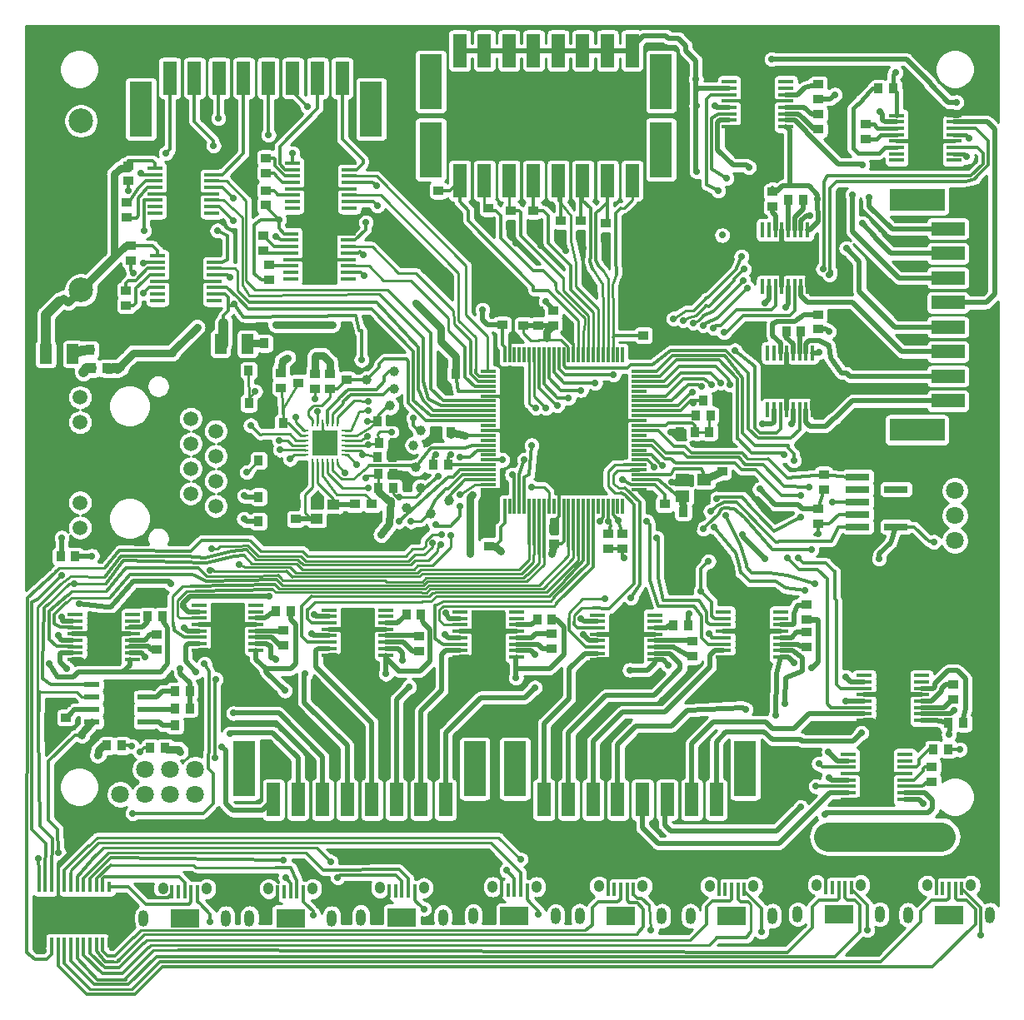
<source format=gtl>
G04 #@! TF.GenerationSoftware,KiCad,Pcbnew,5.1.5-52549c5~86~ubuntu18.04.1*
G04 #@! TF.CreationDate,2020-12-06T21:57:41-08:00*
G04 #@! TF.ProjectId,GAMTP_rev01,47414d54-505f-4726-9576-30312e6b6963,rev?*
G04 #@! TF.SameCoordinates,Original*
G04 #@! TF.FileFunction,Copper,L1,Top*
G04 #@! TF.FilePolarity,Positive*
%FSLAX46Y46*%
G04 Gerber Fmt 4.6, Leading zero omitted, Abs format (unit mm)*
G04 Created by KiCad (PCBNEW 5.1.5-52549c5~86~ubuntu18.04.1) date 2020-12-06 21:57:41*
%MOMM*%
%LPD*%
G04 APERTURE LIST*
%ADD10C,0.300000*%
%ADD11R,1.500000X0.450000*%
%ADD12R,3.400000X5.000000*%
%ADD13R,3.000000X3.000000*%
%ADD14R,0.450000X1.500000*%
%ADD15R,5.000000X3.400000*%
%ADD16C,1.000000*%
%ADD17R,0.899160X1.000760*%
%ADD18R,1.000760X0.899160*%
%ADD19R,2.499360X2.499360*%
%ADD20O,0.800100X0.248920*%
%ADD21O,0.248920X0.800100*%
%ADD22C,0.600000*%
%ADD23C,1.500000*%
%ADD24R,1.400000X1.200000*%
%ADD25R,1.200000X1.100000*%
%ADD26C,2.500000*%
%ADD27R,0.900000X1.000000*%
%ADD28R,1.000000X0.900000*%
%ADD29C,1.800000*%
%ADD30R,1.500000X0.300000*%
%ADD31R,0.300000X1.500000*%
%ADD32R,1.550000X0.600000*%
%ADD33R,1.250000X2.000000*%
%ADD34R,1.400000X3.400000*%
%ADD35R,2.300000X5.600000*%
%ADD36R,3.400000X1.400000*%
%ADD37R,5.600000X2.300000*%
%ADD38R,2.400000X0.760000*%
%ADD39O,1.000000X1.700000*%
%ADD40O,1.050000X1.250000*%
%ADD41R,0.400000X1.350000*%
%ADD42R,2.900000X1.900000*%
%ADD43R,0.400000X1.100000*%
%ADD44C,0.700000*%
%ADD45C,0.300000*%
%ADD46C,0.500000*%
%ADD47C,0.250000*%
%ADD48C,0.800000*%
%ADD49C,0.450000*%
%ADD50C,1.000000*%
%ADD51C,3.000000*%
%ADD52C,0.254000*%
G04 APERTURE END LIST*
D10*
X117686000Y-69850000D03*
X115486000Y-69850000D03*
X116586000Y-69850000D03*
D11*
X119486000Y-71475000D03*
X119486000Y-72125000D03*
X119486000Y-70825000D03*
X119486000Y-70175000D03*
X119486000Y-67575000D03*
X119486000Y-68225000D03*
X119486000Y-69525000D03*
X119486000Y-68875000D03*
X113686000Y-68875000D03*
X113686000Y-69525000D03*
X113686000Y-68225000D03*
X113686000Y-67575000D03*
X113686000Y-70175000D03*
X113686000Y-70825000D03*
X113686000Y-72125000D03*
X113686000Y-71475000D03*
D12*
X116586000Y-69850000D03*
D10*
X116586000Y-70950000D03*
X115486000Y-70950000D03*
X117686000Y-70950000D03*
X117686000Y-68750000D03*
X115486000Y-68750000D03*
X116586000Y-68750000D03*
X116586000Y-67650000D03*
X115486000Y-67650000D03*
X117686000Y-67650000D03*
X117686000Y-72050000D03*
X115486000Y-72050000D03*
X116586000Y-72050000D03*
D13*
X116586000Y-69850000D03*
D10*
X103970000Y-79248000D03*
X101770000Y-79248000D03*
X102870000Y-79248000D03*
D11*
X105770000Y-80873000D03*
X105770000Y-81523000D03*
X105770000Y-80223000D03*
X105770000Y-79573000D03*
X105770000Y-76973000D03*
X105770000Y-77623000D03*
X105770000Y-78923000D03*
X105770000Y-78273000D03*
X99970000Y-78273000D03*
X99970000Y-78923000D03*
X99970000Y-77623000D03*
X99970000Y-76973000D03*
X99970000Y-79573000D03*
X99970000Y-80223000D03*
X99970000Y-81523000D03*
X99970000Y-80873000D03*
D12*
X102870000Y-79248000D03*
D10*
X102870000Y-80348000D03*
X101770000Y-80348000D03*
X103970000Y-80348000D03*
X103970000Y-78148000D03*
X101770000Y-78148000D03*
X102870000Y-78148000D03*
X102870000Y-77048000D03*
X101770000Y-77048000D03*
X103970000Y-77048000D03*
X103970000Y-81448000D03*
X101770000Y-81448000D03*
X102870000Y-81448000D03*
D13*
X102870000Y-79248000D03*
D10*
X117538000Y-77033000D03*
X115338000Y-77033000D03*
X116438000Y-77033000D03*
D11*
X119338000Y-78658000D03*
X119338000Y-79308000D03*
X119338000Y-78008000D03*
X119338000Y-77358000D03*
X119338000Y-74758000D03*
X119338000Y-75408000D03*
X119338000Y-76708000D03*
X119338000Y-76058000D03*
X113538000Y-76058000D03*
X113538000Y-76708000D03*
X113538000Y-75408000D03*
X113538000Y-74758000D03*
X113538000Y-77358000D03*
X113538000Y-78008000D03*
X113538000Y-79308000D03*
X113538000Y-78658000D03*
D12*
X116438000Y-77033000D03*
D10*
X116438000Y-78133000D03*
X115338000Y-78133000D03*
X117538000Y-78133000D03*
X117538000Y-75933000D03*
X115338000Y-75933000D03*
X116438000Y-75933000D03*
X116438000Y-74833000D03*
X115338000Y-74833000D03*
X117538000Y-74833000D03*
X117538000Y-79233000D03*
X115338000Y-79233000D03*
X116438000Y-79233000D03*
D13*
X116438000Y-77033000D03*
D10*
X103716000Y-70358000D03*
X101516000Y-70358000D03*
X102616000Y-70358000D03*
D11*
X105516000Y-71983000D03*
X105516000Y-72633000D03*
X105516000Y-71333000D03*
X105516000Y-70683000D03*
X105516000Y-68083000D03*
X105516000Y-68733000D03*
X105516000Y-70033000D03*
X105516000Y-69383000D03*
X99716000Y-69383000D03*
X99716000Y-70033000D03*
X99716000Y-68733000D03*
X99716000Y-68083000D03*
X99716000Y-70683000D03*
X99716000Y-71333000D03*
X99716000Y-72633000D03*
X99716000Y-71983000D03*
D12*
X102616000Y-70358000D03*
D10*
X102616000Y-71458000D03*
X101516000Y-71458000D03*
X103716000Y-71458000D03*
X103716000Y-69258000D03*
X101516000Y-69258000D03*
X102616000Y-69258000D03*
X102616000Y-68158000D03*
X101516000Y-68158000D03*
X103716000Y-68158000D03*
X103716000Y-72558000D03*
X101516000Y-72558000D03*
X102616000Y-72558000D03*
D13*
X102616000Y-70358000D03*
D10*
X164250000Y-90850000D03*
X164250000Y-88650000D03*
X164250000Y-89750000D03*
D14*
X162625000Y-92650000D03*
X161975000Y-92650000D03*
X163275000Y-92650000D03*
X163925000Y-92650000D03*
X166525000Y-92650000D03*
X165875000Y-92650000D03*
X164575000Y-92650000D03*
X165225000Y-92650000D03*
X165225000Y-86850000D03*
X164575000Y-86850000D03*
X165875000Y-86850000D03*
X166525000Y-86850000D03*
X163925000Y-86850000D03*
X163275000Y-86850000D03*
X161975000Y-86850000D03*
X162625000Y-86850000D03*
D15*
X164250000Y-89750000D03*
D10*
X163150000Y-89750000D03*
X163150000Y-88650000D03*
X163150000Y-90850000D03*
X165350000Y-90850000D03*
X165350000Y-88650000D03*
X165350000Y-89750000D03*
X166450000Y-89750000D03*
X166450000Y-88650000D03*
X166450000Y-90850000D03*
X162050000Y-90850000D03*
X162050000Y-88650000D03*
X162050000Y-89750000D03*
D13*
X164250000Y-89750000D03*
D10*
X163750000Y-78350000D03*
X163750000Y-76150000D03*
X163750000Y-77250000D03*
D14*
X162125000Y-80150000D03*
X161475000Y-80150000D03*
X162775000Y-80150000D03*
X163425000Y-80150000D03*
X166025000Y-80150000D03*
X165375000Y-80150000D03*
X164075000Y-80150000D03*
X164725000Y-80150000D03*
X164725000Y-74350000D03*
X164075000Y-74350000D03*
X165375000Y-74350000D03*
X166025000Y-74350000D03*
X163425000Y-74350000D03*
X162775000Y-74350000D03*
X161475000Y-74350000D03*
X162125000Y-74350000D03*
D15*
X163750000Y-77250000D03*
D10*
X162650000Y-77250000D03*
X162650000Y-76150000D03*
X162650000Y-78350000D03*
X164850000Y-78350000D03*
X164850000Y-76150000D03*
X164850000Y-77250000D03*
X165950000Y-77250000D03*
X165950000Y-76150000D03*
X165950000Y-78350000D03*
X161550000Y-78350000D03*
X161550000Y-76150000D03*
X161550000Y-77250000D03*
D13*
X163750000Y-77250000D03*
D10*
X179100000Y-65000000D03*
X176900000Y-65000000D03*
X178000000Y-65000000D03*
D11*
X180900000Y-66625000D03*
X180900000Y-67275000D03*
X180900000Y-65975000D03*
X180900000Y-65325000D03*
X180900000Y-62725000D03*
X180900000Y-63375000D03*
X180900000Y-64675000D03*
X180900000Y-64025000D03*
X175100000Y-64025000D03*
X175100000Y-64675000D03*
X175100000Y-63375000D03*
X175100000Y-62725000D03*
X175100000Y-65325000D03*
X175100000Y-65975000D03*
X175100000Y-67275000D03*
X175100000Y-66625000D03*
D12*
X178000000Y-65000000D03*
D10*
X178000000Y-66100000D03*
X176900000Y-66100000D03*
X179100000Y-66100000D03*
X179100000Y-63900000D03*
X176900000Y-63900000D03*
X178000000Y-63900000D03*
X178000000Y-62800000D03*
X176900000Y-62800000D03*
X179100000Y-62800000D03*
X179100000Y-67200000D03*
X176900000Y-67200000D03*
X178000000Y-67200000D03*
D13*
X178000000Y-65000000D03*
D10*
X159850000Y-61570000D03*
X162050000Y-61570000D03*
X160950000Y-61570000D03*
D11*
X158050000Y-59945000D03*
X158050000Y-59295000D03*
X158050000Y-60595000D03*
X158050000Y-61245000D03*
X158050000Y-63845000D03*
X158050000Y-63195000D03*
X158050000Y-61895000D03*
X158050000Y-62545000D03*
X163850000Y-62545000D03*
X163850000Y-61895000D03*
X163850000Y-63195000D03*
X163850000Y-63845000D03*
X163850000Y-61245000D03*
X163850000Y-60595000D03*
X163850000Y-59295000D03*
X163850000Y-59945000D03*
D12*
X160950000Y-61570000D03*
D10*
X160950000Y-60470000D03*
X162050000Y-60470000D03*
X159850000Y-60470000D03*
X159850000Y-62670000D03*
X162050000Y-62670000D03*
X160950000Y-62670000D03*
X160950000Y-63770000D03*
X162050000Y-63770000D03*
X159850000Y-63770000D03*
X159850000Y-59370000D03*
X162050000Y-59370000D03*
X160950000Y-59370000D03*
D13*
X160950000Y-61570000D03*
D10*
X146500000Y-115800000D03*
X148700000Y-115800000D03*
X147600000Y-115800000D03*
D11*
X144700000Y-114175000D03*
X144700000Y-113525000D03*
X144700000Y-114825000D03*
X144700000Y-115475000D03*
X144700000Y-118075000D03*
X144700000Y-117425000D03*
X144700000Y-116125000D03*
X144700000Y-116775000D03*
X150500000Y-116775000D03*
X150500000Y-116125000D03*
X150500000Y-117425000D03*
X150500000Y-118075000D03*
X150500000Y-115475000D03*
X150500000Y-114825000D03*
X150500000Y-113525000D03*
X150500000Y-114175000D03*
D12*
X147600000Y-115800000D03*
D10*
X147600000Y-114700000D03*
X148700000Y-114700000D03*
X146500000Y-114700000D03*
X146500000Y-116900000D03*
X148700000Y-116900000D03*
X147600000Y-116900000D03*
X147600000Y-118000000D03*
X148700000Y-118000000D03*
X146500000Y-118000000D03*
X146500000Y-113600000D03*
X148700000Y-113600000D03*
X147600000Y-113600000D03*
D13*
X147600000Y-115800000D03*
D10*
X159300000Y-115500000D03*
X161500000Y-115500000D03*
X160400000Y-115500000D03*
D11*
X157500000Y-113875000D03*
X157500000Y-113225000D03*
X157500000Y-114525000D03*
X157500000Y-115175000D03*
X157500000Y-117775000D03*
X157500000Y-117125000D03*
X157500000Y-115825000D03*
X157500000Y-116475000D03*
X163300000Y-116475000D03*
X163300000Y-115825000D03*
X163300000Y-117125000D03*
X163300000Y-117775000D03*
X163300000Y-115175000D03*
X163300000Y-114525000D03*
X163300000Y-113225000D03*
X163300000Y-113875000D03*
D12*
X160400000Y-115500000D03*
D10*
X160400000Y-114400000D03*
X161500000Y-114400000D03*
X159300000Y-114400000D03*
X159300000Y-116600000D03*
X161500000Y-116600000D03*
X160400000Y-116600000D03*
X160400000Y-117700000D03*
X161500000Y-117700000D03*
X159300000Y-117700000D03*
X159300000Y-113300000D03*
X161500000Y-113300000D03*
X160400000Y-113300000D03*
D13*
X160400000Y-115500000D03*
D10*
X171925000Y-129975000D03*
X174125000Y-129975000D03*
X173025000Y-129975000D03*
D11*
X170125000Y-128350000D03*
X170125000Y-127700000D03*
X170125000Y-129000000D03*
X170125000Y-129650000D03*
X170125000Y-132250000D03*
X170125000Y-131600000D03*
X170125000Y-130300000D03*
X170125000Y-130950000D03*
X175925000Y-130950000D03*
X175925000Y-130300000D03*
X175925000Y-131600000D03*
X175925000Y-132250000D03*
X175925000Y-129650000D03*
X175925000Y-129000000D03*
X175925000Y-127700000D03*
X175925000Y-128350000D03*
D12*
X173025000Y-129975000D03*
D10*
X173025000Y-128875000D03*
X174125000Y-128875000D03*
X171925000Y-128875000D03*
X171925000Y-131075000D03*
X174125000Y-131075000D03*
X173025000Y-131075000D03*
X173025000Y-132175000D03*
X174125000Y-132175000D03*
X171925000Y-132175000D03*
X171925000Y-127775000D03*
X174125000Y-127775000D03*
X173025000Y-127775000D03*
D13*
X173025000Y-129975000D03*
D10*
X173610000Y-121960000D03*
X175810000Y-121960000D03*
X174710000Y-121960000D03*
D11*
X171810000Y-120335000D03*
X171810000Y-119685000D03*
X171810000Y-120985000D03*
X171810000Y-121635000D03*
X171810000Y-124235000D03*
X171810000Y-123585000D03*
X171810000Y-122285000D03*
X171810000Y-122935000D03*
X177610000Y-122935000D03*
X177610000Y-122285000D03*
X177610000Y-123585000D03*
X177610000Y-124235000D03*
X177610000Y-121635000D03*
X177610000Y-120985000D03*
X177610000Y-119685000D03*
X177610000Y-120335000D03*
D12*
X174710000Y-121960000D03*
D10*
X174710000Y-120860000D03*
X175810000Y-120860000D03*
X173610000Y-120860000D03*
X173610000Y-123060000D03*
X175810000Y-123060000D03*
X174710000Y-123060000D03*
X174710000Y-124160000D03*
X175810000Y-124160000D03*
X173610000Y-124160000D03*
X173610000Y-119760000D03*
X175810000Y-119760000D03*
X174710000Y-119760000D03*
D13*
X174710000Y-121960000D03*
D10*
X106000000Y-114800000D03*
X108200000Y-114800000D03*
X107100000Y-114800000D03*
D11*
X104200000Y-113175000D03*
X104200000Y-112525000D03*
X104200000Y-113825000D03*
X104200000Y-114475000D03*
X104200000Y-117075000D03*
X104200000Y-116425000D03*
X104200000Y-115125000D03*
X104200000Y-115775000D03*
X110000000Y-115775000D03*
X110000000Y-115125000D03*
X110000000Y-116425000D03*
X110000000Y-117075000D03*
X110000000Y-114475000D03*
X110000000Y-113825000D03*
X110000000Y-112525000D03*
X110000000Y-113175000D03*
D12*
X107100000Y-114800000D03*
D10*
X107100000Y-113700000D03*
X108200000Y-113700000D03*
X106000000Y-113700000D03*
X106000000Y-115900000D03*
X108200000Y-115900000D03*
X107100000Y-115900000D03*
X107100000Y-117000000D03*
X108200000Y-117000000D03*
X106000000Y-117000000D03*
X106000000Y-112600000D03*
X108200000Y-112600000D03*
X107100000Y-112600000D03*
D13*
X107100000Y-114800000D03*
D10*
X119200000Y-115300000D03*
X121400000Y-115300000D03*
X120300000Y-115300000D03*
D11*
X117400000Y-113675000D03*
X117400000Y-113025000D03*
X117400000Y-114325000D03*
X117400000Y-114975000D03*
X117400000Y-117575000D03*
X117400000Y-116925000D03*
X117400000Y-115625000D03*
X117400000Y-116275000D03*
X123200000Y-116275000D03*
X123200000Y-115625000D03*
X123200000Y-116925000D03*
X123200000Y-117575000D03*
X123200000Y-114975000D03*
X123200000Y-114325000D03*
X123200000Y-113025000D03*
X123200000Y-113675000D03*
D12*
X120300000Y-115300000D03*
D10*
X120300000Y-114200000D03*
X121400000Y-114200000D03*
X119200000Y-114200000D03*
X119200000Y-116400000D03*
X121400000Y-116400000D03*
X120300000Y-116400000D03*
X120300000Y-117500000D03*
X121400000Y-117500000D03*
X119200000Y-117500000D03*
X119200000Y-113100000D03*
X121400000Y-113100000D03*
X120300000Y-113100000D03*
D13*
X120300000Y-115300000D03*
D10*
X132500000Y-115500000D03*
X134700000Y-115500000D03*
X133600000Y-115500000D03*
D11*
X130700000Y-113875000D03*
X130700000Y-113225000D03*
X130700000Y-114525000D03*
X130700000Y-115175000D03*
X130700000Y-117775000D03*
X130700000Y-117125000D03*
X130700000Y-115825000D03*
X130700000Y-116475000D03*
X136500000Y-116475000D03*
X136500000Y-115825000D03*
X136500000Y-117125000D03*
X136500000Y-117775000D03*
X136500000Y-115175000D03*
X136500000Y-114525000D03*
X136500000Y-113225000D03*
X136500000Y-113875000D03*
D12*
X133600000Y-115500000D03*
D10*
X133600000Y-114400000D03*
X134700000Y-114400000D03*
X132500000Y-114400000D03*
X132500000Y-116600000D03*
X134700000Y-116600000D03*
X133600000Y-116600000D03*
X133600000Y-117700000D03*
X134700000Y-117700000D03*
X132500000Y-117700000D03*
X132500000Y-113300000D03*
X134700000Y-113300000D03*
X133600000Y-113300000D03*
D13*
X133600000Y-115500000D03*
D10*
X93430000Y-115760000D03*
X95630000Y-115760000D03*
X94530000Y-115760000D03*
D11*
X91630000Y-114135000D03*
X91630000Y-113485000D03*
X91630000Y-114785000D03*
X91630000Y-115435000D03*
X91630000Y-118035000D03*
X91630000Y-117385000D03*
X91630000Y-116085000D03*
X91630000Y-116735000D03*
X97430000Y-116735000D03*
X97430000Y-116085000D03*
X97430000Y-117385000D03*
X97430000Y-118035000D03*
X97430000Y-115435000D03*
X97430000Y-114785000D03*
X97430000Y-113485000D03*
X97430000Y-114135000D03*
D12*
X94530000Y-115760000D03*
D10*
X94530000Y-114660000D03*
X95630000Y-114660000D03*
X93430000Y-114660000D03*
X93430000Y-116860000D03*
X95630000Y-116860000D03*
X94530000Y-116860000D03*
X94530000Y-117960000D03*
X95630000Y-117960000D03*
X93430000Y-117960000D03*
X93430000Y-113560000D03*
X95630000Y-113560000D03*
X94530000Y-113560000D03*
D13*
X94530000Y-115760000D03*
D16*
X126250000Y-98500000D03*
X126710000Y-100580000D03*
X121250000Y-89600000D03*
X129575000Y-101875000D03*
X123600000Y-92250000D03*
X127750000Y-103250000D03*
X125300000Y-102650000D03*
X126750000Y-94750000D03*
X124000000Y-90500000D03*
X124000000Y-88750000D03*
X126000000Y-96250000D03*
D17*
X156151840Y-93200000D03*
X154648160Y-93200000D03*
D18*
X140208000Y-84063840D03*
X140208000Y-82560160D03*
X112522000Y-90413840D03*
X112522000Y-88910160D03*
X145800000Y-106751840D03*
X145800000Y-105248160D03*
X147200000Y-106751840D03*
X147200000Y-105248160D03*
D17*
X103251840Y-124750000D03*
X101748160Y-124750000D03*
D18*
X167100000Y-104251840D03*
X167100000Y-102748160D03*
D17*
X103251840Y-121250000D03*
X101748160Y-121250000D03*
X103251840Y-123000000D03*
X101748160Y-123000000D03*
X123801840Y-93850000D03*
X122298160Y-93850000D03*
X123951840Y-100570000D03*
X122448160Y-100570000D03*
X124001840Y-96000000D03*
X122498160Y-96000000D03*
D18*
X121750000Y-103751840D03*
X121750000Y-102248160D03*
X115950000Y-90501840D03*
X115950000Y-88998160D03*
D17*
X129501840Y-98250000D03*
X127998160Y-98250000D03*
D18*
X117500000Y-90501840D03*
X117500000Y-88998160D03*
D17*
X90118160Y-107560000D03*
X91621840Y-107560000D03*
X94811840Y-88440000D03*
X93308160Y-88440000D03*
X94641840Y-86550000D03*
X93138160Y-86550000D03*
X100751840Y-127000000D03*
X99248160Y-127000000D03*
X112351840Y-85900000D03*
X110848160Y-85900000D03*
D19*
X117000000Y-96000000D03*
D20*
X115001020Y-94750320D03*
X115001020Y-95250700D03*
X115001020Y-95751080D03*
X115001020Y-96248920D03*
X115001020Y-96749300D03*
X115001020Y-97249680D03*
D21*
X115750320Y-97998980D03*
X116250700Y-97998980D03*
X116751080Y-97998980D03*
X117248920Y-97998980D03*
X117749300Y-97998980D03*
X118249680Y-97998980D03*
D20*
X118998980Y-97249680D03*
X118998980Y-96749300D03*
X118998980Y-96248920D03*
X118998980Y-95751080D03*
X118998980Y-95250700D03*
X118998980Y-94750320D03*
D21*
X118249680Y-94001020D03*
X117749300Y-94001020D03*
X117248920Y-94001020D03*
X116751080Y-94001020D03*
X116250700Y-94001020D03*
X115750320Y-94001020D03*
D22*
X117000000Y-96000000D03*
X117762000Y-95238000D03*
X116238000Y-95238000D03*
X117762000Y-96762000D03*
X116238000Y-96762000D03*
D23*
X92100000Y-91375000D03*
X92100000Y-93915000D03*
X92100000Y-102085000D03*
X92100000Y-104625000D03*
X103350000Y-93560000D03*
X103350000Y-98630000D03*
X103350000Y-96100000D03*
X103350000Y-101170000D03*
X105890000Y-94820000D03*
X105890000Y-99900000D03*
X105890000Y-97360000D03*
X105890000Y-102440000D03*
D24*
X155550000Y-99725000D03*
X153350000Y-99725000D03*
X155550000Y-101425000D03*
X153350000Y-101425000D03*
D25*
X116150000Y-103700000D03*
X117850000Y-103700000D03*
X116150000Y-102300000D03*
X117850000Y-102300000D03*
D17*
X110248160Y-104000000D03*
X111751840Y-104000000D03*
D26*
X92202000Y-75478000D03*
X92202000Y-80478000D03*
D17*
X128248160Y-94900000D03*
D27*
X129751840Y-94900000D03*
D17*
X128748160Y-89000000D03*
D27*
X130251840Y-89000000D03*
D17*
X157551840Y-94900000D03*
D27*
X156048160Y-94900000D03*
D18*
X133650000Y-104998160D03*
D28*
X133650000Y-106501840D03*
D17*
X153048160Y-94900000D03*
D27*
X154551840Y-94900000D03*
D17*
X156951840Y-91700000D03*
D27*
X155448160Y-91700000D03*
D18*
X140250000Y-104748160D03*
D28*
X140250000Y-106251840D03*
D18*
X137160000Y-82560160D03*
D28*
X137160000Y-84063840D03*
D18*
X151500000Y-103751840D03*
D28*
X151500000Y-102248160D03*
D18*
X138684000Y-82560160D03*
D28*
X138684000Y-84063840D03*
D18*
X157350000Y-100426840D03*
D28*
X157350000Y-98923160D03*
D17*
X154901840Y-103025000D03*
D27*
X153398160Y-103025000D03*
D18*
X99900000Y-117001840D03*
D28*
X99900000Y-115498160D03*
D17*
X98948160Y-113650000D03*
D27*
X100451840Y-113650000D03*
D18*
X110998000Y-67066160D03*
D28*
X110998000Y-68569840D03*
D18*
X110740000Y-74958160D03*
D28*
X110740000Y-76461840D03*
D18*
X110998000Y-70348160D03*
D28*
X110998000Y-71851840D03*
D18*
X111350000Y-77898160D03*
D28*
X111350000Y-79401840D03*
D18*
X96820000Y-71548160D03*
D28*
X96820000Y-73051840D03*
D18*
X96774000Y-80528160D03*
D28*
X96774000Y-82031840D03*
D18*
X97028000Y-69331840D03*
D28*
X97028000Y-67828160D03*
D18*
X97282000Y-77459840D03*
D28*
X97282000Y-75956160D03*
D17*
X165371840Y-84720000D03*
D27*
X163868160Y-84720000D03*
D17*
X165551840Y-71300000D03*
D27*
X164048160Y-71300000D03*
D18*
X167100000Y-82948160D03*
D28*
X167100000Y-84451840D03*
D18*
X162500000Y-72001840D03*
D28*
X162500000Y-70498160D03*
D18*
X171900000Y-63638160D03*
D28*
X171900000Y-65141840D03*
D18*
X167150000Y-64111840D03*
D28*
X167150000Y-62608160D03*
D17*
X173248160Y-60000000D03*
D27*
X174751840Y-60000000D03*
D18*
X167130000Y-59558160D03*
D28*
X167130000Y-61061840D03*
D18*
X154300000Y-117701840D03*
D28*
X154300000Y-116198160D03*
D18*
X165900000Y-116751840D03*
D28*
X165900000Y-115248160D03*
D17*
X152398160Y-114550000D03*
D27*
X153901840Y-114550000D03*
D18*
X165900000Y-112448160D03*
D28*
X165900000Y-113951840D03*
D18*
X178660000Y-130461840D03*
D28*
X178660000Y-128958160D03*
D18*
X180830000Y-122071840D03*
D28*
X180830000Y-120568160D03*
D17*
X178818160Y-127160000D03*
D27*
X180321840Y-127160000D03*
D17*
X181851840Y-124510000D03*
D27*
X180348160Y-124510000D03*
D18*
X112800000Y-116601840D03*
D28*
X112800000Y-115098160D03*
D18*
X126600000Y-117201840D03*
D28*
X126600000Y-115698160D03*
D18*
X140050000Y-116901840D03*
D28*
X140050000Y-115398160D03*
D17*
X111998160Y-113150000D03*
D27*
X113501840Y-113150000D03*
D17*
X125248160Y-113450000D03*
D27*
X126751840Y-113450000D03*
D17*
X138548160Y-114000000D03*
D27*
X140051840Y-114000000D03*
D18*
X114300000Y-88402160D03*
D28*
X114300000Y-89905840D03*
D17*
X110733840Y-88646000D03*
D27*
X109230160Y-88646000D03*
D17*
X123921840Y-99160000D03*
D27*
X122418160Y-99160000D03*
D17*
X111248160Y-94000000D03*
D27*
X112751840Y-94000000D03*
D18*
X114000000Y-102248160D03*
D28*
X114000000Y-103751840D03*
D17*
X110751840Y-92000000D03*
D27*
X109248160Y-92000000D03*
D17*
X123851840Y-97425000D03*
D27*
X122348160Y-97425000D03*
D18*
X120000000Y-103751840D03*
D28*
X120000000Y-102248160D03*
D18*
X119190000Y-88088160D03*
D28*
X119190000Y-89591840D03*
D17*
X111751840Y-97800000D03*
D27*
X110248160Y-97800000D03*
D17*
X110248160Y-101500000D03*
D27*
X111751840Y-101500000D03*
D29*
X181000000Y-105950000D03*
X181000000Y-103410000D03*
X181000000Y-98340160D03*
X181000000Y-100880160D03*
X101270000Y-131770000D03*
X103810000Y-131770000D03*
X98730000Y-131770000D03*
X96190000Y-131770000D03*
X96190000Y-129230000D03*
X98730000Y-129230000D03*
X103810000Y-129230000D03*
X101270000Y-129230000D03*
D17*
X96351840Y-126800000D03*
X94848160Y-126800000D03*
D18*
X90650000Y-123951840D03*
X90650000Y-122448160D03*
X149352000Y-83576160D03*
X149352000Y-85079840D03*
X145542000Y-75173840D03*
X145542000Y-73670160D03*
X143002000Y-74919840D03*
X143002000Y-73416160D03*
X140970000Y-74919840D03*
X140970000Y-73416160D03*
X138176000Y-73903840D03*
X138176000Y-72400160D03*
X167670000Y-99248160D03*
X167670000Y-100751840D03*
D30*
X148950000Y-92750000D03*
X148950000Y-92250000D03*
X148950000Y-91750000D03*
X148950000Y-90750000D03*
X148950000Y-91250000D03*
X148950000Y-89250000D03*
X148950000Y-88750000D03*
X148950000Y-89750000D03*
X148950000Y-90250000D03*
D31*
X135750000Y-102450000D03*
X135250000Y-102450000D03*
X138750000Y-102450000D03*
X138250000Y-102450000D03*
X139250000Y-102450000D03*
X137250000Y-102450000D03*
X137750000Y-102450000D03*
X136250000Y-102450000D03*
X136750000Y-102450000D03*
D30*
X133550000Y-97250000D03*
X133550000Y-97750000D03*
X133550000Y-96750000D03*
X133550000Y-98250000D03*
X133550000Y-98750000D03*
X133550000Y-100750000D03*
X133550000Y-100250000D03*
X133550000Y-99750000D03*
X133550000Y-99250000D03*
D31*
X137250000Y-87050000D03*
X138750000Y-87050000D03*
X139250000Y-87050000D03*
X138250000Y-87050000D03*
X137750000Y-87050000D03*
X135750000Y-87050000D03*
X136250000Y-87050000D03*
X136750000Y-87050000D03*
X135250000Y-87050000D03*
D30*
X148950000Y-94750000D03*
X148950000Y-94250000D03*
X148950000Y-93250000D03*
X148950000Y-93750000D03*
D31*
X140250000Y-102450000D03*
X139750000Y-102450000D03*
X141250000Y-102450000D03*
X140750000Y-102450000D03*
D30*
X133550000Y-94750000D03*
X133550000Y-95250000D03*
X133550000Y-95750000D03*
X133550000Y-96250000D03*
D31*
X139750000Y-87050000D03*
X141250000Y-87050000D03*
X140750000Y-87050000D03*
X140250000Y-87050000D03*
D30*
X148950000Y-95750000D03*
X148950000Y-95250000D03*
X148950000Y-96250000D03*
X148950000Y-96750000D03*
D31*
X144250000Y-102450000D03*
X144750000Y-102450000D03*
X145750000Y-102450000D03*
X145250000Y-102450000D03*
X142750000Y-102450000D03*
X143750000Y-102450000D03*
X143250000Y-102450000D03*
X141750000Y-102450000D03*
X142250000Y-102450000D03*
D30*
X133550000Y-94250000D03*
X133550000Y-93750000D03*
D31*
X142250000Y-87050000D03*
X142750000Y-87050000D03*
X143750000Y-87050000D03*
X143250000Y-87050000D03*
X144750000Y-87050000D03*
X145250000Y-87050000D03*
X144250000Y-87050000D03*
X146750000Y-87050000D03*
X147250000Y-87050000D03*
X146250000Y-87050000D03*
X145750000Y-87050000D03*
D30*
X148950000Y-97250000D03*
X148950000Y-97750000D03*
X148950000Y-98750000D03*
X148950000Y-98250000D03*
X148950000Y-99750000D03*
X148950000Y-100250000D03*
X148950000Y-99250000D03*
D31*
X146750000Y-102450000D03*
X146250000Y-102450000D03*
X147250000Y-102450000D03*
D30*
X148950000Y-100750000D03*
X133550000Y-91750000D03*
X133550000Y-92250000D03*
X133550000Y-93250000D03*
X133550000Y-92750000D03*
X133550000Y-90250000D03*
X133550000Y-91250000D03*
X133550000Y-90750000D03*
X133550000Y-89250000D03*
X133550000Y-89750000D03*
X133550000Y-88750000D03*
D31*
X141750000Y-87050000D03*
D32*
X98700000Y-124405000D03*
X98700000Y-123135000D03*
X98700000Y-121865000D03*
X98700000Y-120595000D03*
X93300000Y-120595000D03*
X93300000Y-121865000D03*
X93300000Y-123135000D03*
X93300000Y-124405000D03*
D18*
X135000000Y-82498160D03*
D28*
X135000000Y-84001840D03*
D33*
X88625000Y-87000000D03*
X91375000Y-87000000D03*
X106375000Y-85950000D03*
X109125000Y-85950000D03*
D34*
X118732000Y-58922000D03*
X116232000Y-58922000D03*
X113732000Y-58922000D03*
X101232000Y-58922000D03*
X106232000Y-58922000D03*
X103732000Y-58922000D03*
D35*
X121682000Y-62072000D03*
D34*
X108732000Y-58922000D03*
X111232000Y-58922000D03*
D35*
X98282000Y-62072000D03*
D34*
X111750000Y-132300000D03*
X114250000Y-132300000D03*
X116750000Y-132300000D03*
X129250000Y-132300000D03*
X124250000Y-132300000D03*
X126750000Y-132300000D03*
D35*
X108800000Y-129150000D03*
D34*
X121750000Y-132300000D03*
X119250000Y-132300000D03*
D35*
X132200000Y-129150000D03*
D36*
X180300000Y-91750000D03*
X180300000Y-89250000D03*
X180300000Y-86750000D03*
X180300000Y-74250000D03*
X180300000Y-79250000D03*
X180300000Y-76750000D03*
D37*
X177150000Y-94700000D03*
D36*
X180300000Y-81750000D03*
X180300000Y-84250000D03*
D37*
X177150000Y-71300000D03*
D34*
X139250000Y-132300000D03*
X141750000Y-132300000D03*
X144250000Y-132300000D03*
X156750000Y-132300000D03*
X151750000Y-132300000D03*
X154250000Y-132300000D03*
D35*
X136300000Y-129150000D03*
D34*
X149250000Y-132300000D03*
X146750000Y-132300000D03*
D35*
X159700000Y-129150000D03*
D38*
X171120000Y-100730000D03*
X171120000Y-99460000D03*
X175020000Y-99460000D03*
X175020000Y-100730000D03*
X175020000Y-104540000D03*
X175020000Y-103270000D03*
X175020000Y-102000000D03*
X171120000Y-102000000D03*
X171120000Y-103270000D03*
X171120000Y-104540000D03*
D26*
X92202000Y-68286000D03*
X92202000Y-63286000D03*
D34*
X148196000Y-56128000D03*
X145696000Y-56128000D03*
X143196000Y-56128000D03*
X130696000Y-56128000D03*
X135696000Y-56128000D03*
X133196000Y-56128000D03*
D35*
X151146000Y-59278000D03*
D34*
X138196000Y-56128000D03*
X140696000Y-56128000D03*
D35*
X127746000Y-59278000D03*
D39*
X106925000Y-144350000D03*
X98575000Y-144350000D03*
D40*
X104975000Y-141350000D03*
D41*
X103400000Y-141675000D03*
X104050000Y-141675000D03*
X102100000Y-141675000D03*
X101450000Y-141675000D03*
X102750000Y-141675000D03*
D40*
X100525000Y-141350000D03*
D42*
X102750000Y-144350000D03*
X180400000Y-144000000D03*
D40*
X178175000Y-141000000D03*
D41*
X180400000Y-141325000D03*
X179100000Y-141325000D03*
X179750000Y-141325000D03*
X181700000Y-141325000D03*
X181050000Y-141325000D03*
D40*
X182625000Y-141000000D03*
D39*
X176225000Y-144000000D03*
X184575000Y-144000000D03*
D42*
X113500000Y-144350000D03*
D40*
X111275000Y-141350000D03*
D41*
X113500000Y-141675000D03*
X112200000Y-141675000D03*
X112850000Y-141675000D03*
X114800000Y-141675000D03*
X114150000Y-141675000D03*
D40*
X115725000Y-141350000D03*
D39*
X109325000Y-144350000D03*
X117675000Y-144350000D03*
X173375000Y-143950000D03*
X165025000Y-143950000D03*
D40*
X171425000Y-140950000D03*
D41*
X169850000Y-141275000D03*
X170500000Y-141275000D03*
X168550000Y-141275000D03*
X167900000Y-141275000D03*
X169200000Y-141275000D03*
D40*
X166975000Y-140950000D03*
D42*
X169200000Y-143950000D03*
D39*
X128975000Y-144250000D03*
X120625000Y-144250000D03*
D40*
X127025000Y-141250000D03*
D41*
X125450000Y-141575000D03*
X126100000Y-141575000D03*
X124150000Y-141575000D03*
X123500000Y-141575000D03*
X124800000Y-141575000D03*
D40*
X122575000Y-141250000D03*
D42*
X124800000Y-144250000D03*
D39*
X162475000Y-144100000D03*
X154125000Y-144100000D03*
D40*
X160525000Y-141100000D03*
D41*
X158950000Y-141425000D03*
X159600000Y-141425000D03*
X157650000Y-141425000D03*
X157000000Y-141425000D03*
X158300000Y-141425000D03*
D40*
X156075000Y-141100000D03*
D42*
X158300000Y-144100000D03*
X136250000Y-144150000D03*
D40*
X134025000Y-141150000D03*
D41*
X136250000Y-141475000D03*
X134950000Y-141475000D03*
X135600000Y-141475000D03*
X137550000Y-141475000D03*
X136900000Y-141475000D03*
D40*
X138475000Y-141150000D03*
D39*
X132075000Y-144150000D03*
X140425000Y-144150000D03*
D42*
X147050000Y-144100000D03*
D40*
X144825000Y-141100000D03*
D41*
X147050000Y-141425000D03*
X145750000Y-141425000D03*
X146400000Y-141425000D03*
X148350000Y-141425000D03*
X147700000Y-141425000D03*
D40*
X149275000Y-141100000D03*
D39*
X142875000Y-144100000D03*
X151225000Y-144100000D03*
D35*
X151146000Y-66198000D03*
D34*
X138196000Y-69348000D03*
X140696000Y-69348000D03*
D35*
X127746000Y-66198000D03*
D34*
X145696000Y-69348000D03*
X143196000Y-69348000D03*
X148196000Y-69348000D03*
X135696000Y-69348000D03*
X133196000Y-69348000D03*
X130696000Y-69348000D03*
D18*
X135890000Y-72400160D03*
X135890000Y-73903840D03*
X133604000Y-73649840D03*
X133604000Y-72146160D03*
X128524000Y-71871840D03*
X128524000Y-70368160D03*
D43*
X87925000Y-146850000D03*
X88575000Y-146850000D03*
X89225000Y-146850000D03*
X89875000Y-146850000D03*
X90525000Y-146850000D03*
X91175000Y-146850000D03*
X91825000Y-146850000D03*
X92475000Y-146850000D03*
X93125000Y-146850000D03*
X93775000Y-146850000D03*
X94425000Y-146850000D03*
X95075000Y-146850000D03*
X95075000Y-141150000D03*
X94425000Y-141150000D03*
X93775000Y-141150000D03*
X93125000Y-141150000D03*
X92475000Y-141150000D03*
X91825000Y-141150000D03*
X91175000Y-141150000D03*
X90525000Y-141150000D03*
X89875000Y-141150000D03*
X89225000Y-141150000D03*
X88575000Y-141150000D03*
X87925000Y-141150000D03*
D44*
X128900000Y-87750000D03*
X136250000Y-85350000D03*
X154400000Y-96100000D03*
X152100000Y-94900000D03*
X152200000Y-100000000D03*
X151400000Y-104700000D03*
X149850000Y-101800000D03*
X125250000Y-100000000D03*
X127300000Y-96000000D03*
X135000000Y-91250000D03*
X135250000Y-94750000D03*
X135250000Y-100250000D03*
X140750000Y-100750000D03*
X147000000Y-93750000D03*
X125250000Y-94750000D03*
X116200000Y-101350000D03*
X96160000Y-86530000D03*
X141732000Y-84074000D03*
X145542000Y-76200000D03*
X143256000Y-76200000D03*
X136398000Y-75692000D03*
X138938000Y-75946000D03*
X141478000Y-76454000D03*
X98400000Y-141250000D03*
X97000000Y-142800000D03*
X133050000Y-139250000D03*
X120400000Y-141300000D03*
X108750000Y-141550000D03*
X89950000Y-125950000D03*
X96680000Y-121220000D03*
X116000000Y-91550000D03*
X116200000Y-92850000D03*
X106050000Y-74422000D03*
X105664000Y-65786000D03*
X98552000Y-77724000D03*
X100838000Y-66548000D03*
X98298000Y-68580000D03*
X106150009Y-62992000D03*
X159720000Y-123120000D03*
X163760000Y-122550000D03*
X121150000Y-73600000D03*
X115250000Y-61850000D03*
X111250000Y-64700000D03*
X111960000Y-75000000D03*
X171580000Y-73680000D03*
X160070000Y-67980000D03*
X172280000Y-71050000D03*
X171610000Y-67730000D03*
X173390000Y-62330000D03*
X170610000Y-70790000D03*
X169960000Y-76220000D03*
X166270000Y-72870000D03*
X171500000Y-125510000D03*
X180910000Y-123230000D03*
X165350000Y-133050000D03*
X167750000Y-133775000D03*
X168790000Y-60600000D03*
X180370000Y-125700000D03*
X181510000Y-127210000D03*
X177800000Y-132700000D03*
X136400000Y-119900000D03*
X123200000Y-119500000D03*
X112900000Y-121200000D03*
X168200000Y-84700000D03*
X167200000Y-86800000D03*
X154000000Y-113400000D03*
X151900000Y-118650000D03*
X147950000Y-119100000D03*
X166400000Y-118900000D03*
X164700000Y-118400000D03*
X162820000Y-123710000D03*
X174960000Y-58360000D03*
X112300000Y-73300000D03*
X113691129Y-66558871D03*
X168150000Y-136050000D03*
X179600000Y-136050000D03*
X88970000Y-118500000D03*
X167030000Y-71240000D03*
X105500000Y-106750000D03*
X130750000Y-102500000D03*
X135000000Y-97750000D03*
X128240000Y-104340000D03*
X127900000Y-106200000D03*
X98552000Y-80772000D03*
X97536000Y-78740000D03*
X138300000Y-120900000D03*
X138300000Y-117550000D03*
X104000000Y-84250000D03*
X112000000Y-84000000D03*
X117750000Y-84000000D03*
X139550000Y-85350000D03*
X95890000Y-88490000D03*
X90240000Y-105640000D03*
X97028000Y-70358000D03*
X98630000Y-74440000D03*
X114050000Y-93400000D03*
X109900000Y-90800000D03*
X109050000Y-99000000D03*
X108800000Y-101400000D03*
X168575000Y-102025000D03*
X165340000Y-103570000D03*
X156750000Y-101675000D03*
X156300000Y-90100000D03*
X154300000Y-90900000D03*
X155425000Y-104725000D03*
X166420000Y-106860000D03*
X167080000Y-105250000D03*
X156175000Y-103000000D03*
X155300000Y-90300000D03*
X104750000Y-118500000D03*
X97450000Y-133675000D03*
X105300000Y-109000000D03*
X105800000Y-128000000D03*
X105900000Y-120040000D03*
X108300000Y-108400000D03*
X125550000Y-120800000D03*
X124900000Y-118150000D03*
X107700000Y-123500000D03*
X103900000Y-119300000D03*
X115000000Y-119500000D03*
X112000000Y-118000000D03*
X108750000Y-103750000D03*
X124500000Y-101500000D03*
X130750000Y-97500000D03*
X121380000Y-100630000D03*
X128490000Y-99430000D03*
X130750000Y-101250000D03*
X121300000Y-93830000D03*
X125750000Y-104000000D03*
X120250000Y-98250000D03*
X119050000Y-99050000D03*
X124500000Y-104000000D03*
X126000000Y-93500000D03*
X136000000Y-99250000D03*
X121430000Y-91780000D03*
X124000000Y-90500000D03*
X137250000Y-97750000D03*
X124000000Y-88750000D03*
X138000000Y-96250000D03*
X93300000Y-107500000D03*
X92430000Y-88810000D03*
X159300000Y-77050000D03*
X156950000Y-70350000D03*
X138430000Y-92456000D03*
X152420000Y-83380000D03*
X168250000Y-78900000D03*
X159950000Y-80300000D03*
X141750000Y-91450000D03*
X155448000Y-84074000D03*
X167600000Y-78350000D03*
X159475000Y-79475000D03*
X140600000Y-92200000D03*
X154432000Y-83820000D03*
X157800000Y-69100000D03*
X159550000Y-78350000D03*
X139446000Y-92456000D03*
X153416000Y-83566000D03*
X144450000Y-89900000D03*
X157538878Y-84777122D03*
X146300000Y-89050000D03*
X158628000Y-86614000D03*
X143000000Y-90650000D03*
X156464000Y-84328000D03*
X154740000Y-61710000D03*
X156610000Y-61750000D03*
X181140000Y-61360000D03*
X169950000Y-122290000D03*
X169910000Y-119840000D03*
X168190000Y-130070000D03*
X168170000Y-127460000D03*
X173300000Y-107775000D03*
X159450000Y-105350000D03*
X161700000Y-107800000D03*
X161175000Y-100725000D03*
X178850000Y-106075000D03*
X147425000Y-107700000D03*
X154790000Y-68430000D03*
X154690000Y-59030000D03*
X162400000Y-57000000D03*
X163800000Y-82200000D03*
X161700000Y-81800000D03*
X164400000Y-94100000D03*
X161400000Y-94100000D03*
X92300000Y-125750000D03*
X102300000Y-127400000D03*
X93900000Y-127800000D03*
X134850000Y-107050000D03*
X157350000Y-74900000D03*
X154400000Y-92000000D03*
X89900000Y-115600000D03*
X102300000Y-119000000D03*
X102700000Y-114800000D03*
X115600000Y-115400000D03*
X115900000Y-113500000D03*
X143200000Y-115500000D03*
X129200000Y-115500000D03*
X155200000Y-111100000D03*
X156000000Y-115400000D03*
X155960000Y-108080000D03*
X140000000Y-107250000D03*
X128250000Y-97250000D03*
X131750000Y-107250000D03*
X132000000Y-101250000D03*
X131250000Y-95250000D03*
X133000000Y-82500000D03*
X182450000Y-65040000D03*
X182220000Y-66940000D03*
X121158000Y-99568000D03*
X120800000Y-97250000D03*
X120700000Y-87575000D03*
X116050000Y-87150000D03*
X139425000Y-81660000D03*
X126238000Y-81788000D03*
X107353808Y-79218052D03*
X107696000Y-71120000D03*
X107678002Y-73406000D03*
X107762555Y-81877445D03*
X113200000Y-87350000D03*
X120950000Y-79000000D03*
X120900000Y-76900000D03*
X122300000Y-71900000D03*
X122200000Y-69900000D03*
X87850000Y-138250000D03*
X105350000Y-144700000D03*
X115800000Y-144000000D03*
X127050000Y-143400000D03*
X138700000Y-143950000D03*
X161350000Y-145700000D03*
X172100000Y-145550000D03*
X183600000Y-146050000D03*
X122700000Y-105350000D03*
X92050000Y-112370000D03*
X90260000Y-113750000D03*
X147190000Y-99750000D03*
X143010000Y-113860000D03*
X150114000Y-145542000D03*
X89916000Y-137668000D03*
X129286000Y-113284000D03*
X111300000Y-111600000D03*
X101300000Y-110300000D03*
X102585000Y-112600000D03*
X98175000Y-127450000D03*
X97375000Y-126850000D03*
X98700000Y-117750000D03*
X107300000Y-125600000D03*
X90750000Y-118950000D03*
X106500000Y-126900000D03*
X164020000Y-107750000D03*
X163680000Y-97250000D03*
X164650000Y-97800000D03*
X165060000Y-107730000D03*
X166760000Y-110320000D03*
X167170000Y-128640000D03*
X158130000Y-90070000D03*
X157740000Y-103410000D03*
X166890000Y-130940000D03*
X165750000Y-110990000D03*
X156525000Y-104600000D03*
X157200000Y-89900000D03*
X150700000Y-105700000D03*
X151300000Y-98300000D03*
X149700000Y-104000000D03*
X150400000Y-98500000D03*
X145400000Y-111900000D03*
X148082000Y-111760000D03*
X129500000Y-102000000D03*
X121300000Y-95350000D03*
X126000000Y-96250000D03*
X123750000Y-94900000D03*
X138000000Y-100500000D03*
X121390333Y-96220364D03*
X166170000Y-100480000D03*
X165330000Y-101390000D03*
X112776000Y-138430000D03*
X113000000Y-140208000D03*
X118300000Y-140200000D03*
X117550000Y-138600000D03*
X135450000Y-139500000D03*
X136850000Y-138350000D03*
X145800000Y-104000000D03*
X129794000Y-105410000D03*
X90210000Y-109500000D03*
X91480000Y-110320000D03*
X146812000Y-103886000D03*
X128800000Y-106370000D03*
X129750000Y-97250000D03*
X121360000Y-92720000D03*
X144900000Y-103950000D03*
X128850000Y-105300000D03*
X109425000Y-94225000D03*
X112325000Y-95775000D03*
X112425000Y-96725000D03*
X113450000Y-97650000D03*
D45*
X158050000Y-63845000D02*
X158945000Y-63845000D01*
X159160000Y-64060000D02*
X159360000Y-64060000D01*
X158945000Y-63845000D02*
X159160000Y-64060000D01*
X159360000Y-64060000D02*
X160950000Y-62470000D01*
X160950000Y-62470000D02*
X160950000Y-61570000D01*
X163850000Y-61245000D02*
X161275000Y-61245000D01*
X161275000Y-61245000D02*
X160950000Y-61570000D01*
X158050000Y-61245000D02*
X160625000Y-61245000D01*
X160625000Y-61245000D02*
X160950000Y-61570000D01*
D46*
X171810000Y-121635000D02*
X174385000Y-121635000D01*
X174385000Y-121635000D02*
X174710000Y-121960000D01*
X177610000Y-121635000D02*
X175035000Y-121635000D01*
X175035000Y-121635000D02*
X174710000Y-121960000D01*
X171810000Y-124235000D02*
X172585000Y-124235000D01*
X172960000Y-124460000D02*
X174710000Y-122710000D01*
X172810000Y-124460000D02*
X172960000Y-124460000D01*
X172585000Y-124235000D02*
X172810000Y-124460000D01*
X174710000Y-122710000D02*
X174710000Y-121960000D01*
D45*
X170125000Y-132250000D02*
X171080000Y-132250000D01*
X171155000Y-132175000D02*
X171925000Y-132175000D01*
X171080000Y-132250000D02*
X171155000Y-132175000D01*
X175925000Y-129650000D02*
X173350000Y-129650000D01*
X173350000Y-129650000D02*
X173025000Y-129975000D01*
X170125000Y-129650000D02*
X172700000Y-129650000D01*
X172700000Y-129650000D02*
X173025000Y-129975000D01*
D46*
X155650000Y-75325000D02*
X153075000Y-75325000D01*
X153075000Y-75325000D02*
X152750000Y-75000000D01*
X152425000Y-75325000D02*
X152750000Y-75000000D01*
X154200000Y-72500000D02*
X152750000Y-73950000D01*
X152750000Y-73950000D02*
X152750000Y-75000000D01*
X161325000Y-61825000D02*
X161000000Y-61500000D01*
X160200000Y-61500000D02*
X161000000Y-61500000D01*
X161325000Y-61175000D02*
X161000000Y-61500000D01*
X166025000Y-80150000D02*
X166025000Y-79275000D01*
X166200000Y-79000000D02*
X164450000Y-77250000D01*
X166300000Y-79000000D02*
X166200000Y-79000000D01*
X166025000Y-79275000D02*
X166300000Y-79000000D01*
X164450000Y-77250000D02*
X163750000Y-77250000D01*
X163425000Y-80150000D02*
X163425000Y-77575000D01*
X163425000Y-77575000D02*
X163750000Y-77250000D01*
X163425000Y-74350000D02*
X163425000Y-76925000D01*
X163425000Y-76925000D02*
X163750000Y-77250000D01*
X163925000Y-86850000D02*
X163925000Y-89425000D01*
X163925000Y-89425000D02*
X164250000Y-89750000D01*
X163925000Y-92650000D02*
X163925000Y-90075000D01*
X163925000Y-90075000D02*
X164250000Y-89750000D01*
X166525000Y-92650000D02*
X166525000Y-91775000D01*
X166800000Y-91500000D02*
X166800000Y-91000000D01*
X166525000Y-91775000D02*
X166800000Y-91500000D01*
X163300000Y-115175000D02*
X160725000Y-115175000D01*
X160725000Y-115175000D02*
X160400000Y-115500000D01*
X157500000Y-115175000D02*
X160075000Y-115175000D01*
X160075000Y-115175000D02*
X160400000Y-115500000D01*
X117400000Y-114975000D02*
X119975000Y-114975000D01*
X119975000Y-114975000D02*
X120300000Y-115300000D01*
X123200000Y-114975000D02*
X120625000Y-114975000D01*
X120625000Y-114975000D02*
X120300000Y-115300000D01*
X117400000Y-117575000D02*
X118125000Y-117575000D01*
X118125000Y-117575000D02*
X118550000Y-118000000D01*
X118550000Y-118000000D02*
X118850000Y-118000000D01*
X118850000Y-118000000D02*
X118950000Y-117900000D01*
X118950000Y-117900000D02*
X119900000Y-117900000D01*
X110000000Y-114475000D02*
X107425000Y-114475000D01*
X107425000Y-114475000D02*
X107100000Y-114800000D01*
X104200000Y-117075000D02*
X105075000Y-117075000D01*
X105800000Y-117350000D02*
X105850000Y-117400000D01*
X105350000Y-117350000D02*
X105800000Y-117350000D01*
X105075000Y-117075000D02*
X105350000Y-117350000D01*
X104200000Y-114475000D02*
X106775000Y-114475000D01*
X106775000Y-114475000D02*
X107100000Y-114800000D01*
X128748160Y-89000000D02*
X128748160Y-87901840D01*
X128748160Y-87901840D02*
X128900000Y-87750000D01*
D45*
X135750000Y-87050000D02*
X135750000Y-85850000D01*
X135750000Y-85850000D02*
X136250000Y-85350000D01*
D46*
X154901840Y-103025000D02*
X154901840Y-103523160D01*
X154901840Y-103523160D02*
X154500000Y-105000000D01*
X154500000Y-105000000D02*
X153100000Y-105000000D01*
X153100000Y-105000000D02*
X151851840Y-103751840D01*
X151851840Y-103751840D02*
X151500000Y-103751840D01*
D45*
X157551840Y-94900000D02*
X157551840Y-96148160D01*
X157400000Y-96300000D02*
X154400000Y-96100000D01*
X157551840Y-96148160D02*
X157400000Y-96300000D01*
X153048160Y-94900000D02*
X152100000Y-94900000D01*
X157350000Y-100426840D02*
X155748160Y-101226840D01*
X155748160Y-101226840D02*
X155550000Y-101425000D01*
D46*
X91350000Y-118025000D02*
X92225000Y-118025000D01*
X92600000Y-118400000D02*
X93200000Y-118400000D01*
X92225000Y-118025000D02*
X92600000Y-118400000D01*
X97150000Y-115425000D02*
X94575000Y-115425000D01*
X94575000Y-115425000D02*
X94250000Y-115750000D01*
X91350000Y-115425000D02*
X93925000Y-115425000D01*
X93925000Y-115425000D02*
X94250000Y-115750000D01*
X144700000Y-118075000D02*
X145975000Y-118075000D01*
X145975000Y-118075000D02*
X146200000Y-118300000D01*
X146200000Y-118300000D02*
X146600000Y-118300000D01*
X146600000Y-118300000D02*
X147600000Y-115800000D01*
X150500000Y-115475000D02*
X147925000Y-115475000D01*
X147925000Y-115475000D02*
X147600000Y-115800000D01*
X144700000Y-115475000D02*
X147275000Y-115475000D01*
X147275000Y-115475000D02*
X147600000Y-115800000D01*
X136500000Y-115175000D02*
X133925000Y-115175000D01*
X133925000Y-115175000D02*
X133600000Y-115500000D01*
X130700000Y-117775000D02*
X131575000Y-117775000D01*
X132300000Y-118100000D02*
X132400000Y-118000000D01*
X131900000Y-118100000D02*
X132300000Y-118100000D01*
X131575000Y-117775000D02*
X131900000Y-118100000D01*
X132400000Y-118000000D02*
X133600000Y-115500000D01*
X130700000Y-115175000D02*
X133275000Y-115175000D01*
X133275000Y-115175000D02*
X133600000Y-115500000D01*
D45*
X157500000Y-117775000D02*
X158275000Y-117775000D01*
X158600000Y-117800000D02*
X160400000Y-116000000D01*
X158300000Y-117800000D02*
X158600000Y-117800000D01*
X158275000Y-117775000D02*
X158300000Y-117800000D01*
X160400000Y-116000000D02*
X160400000Y-115500000D01*
X160725000Y-115175000D02*
X160400000Y-115500000D01*
X160075000Y-115175000D02*
X160400000Y-115500000D01*
D47*
X155550000Y-101425000D02*
X155600000Y-101425000D01*
X153350000Y-99725000D02*
X152350000Y-100150000D01*
X152350000Y-100150000D02*
X152200000Y-100000000D01*
X151500000Y-103751840D02*
X151500000Y-104600000D01*
X151500000Y-104600000D02*
X151400000Y-104700000D01*
X153350000Y-99725000D02*
X153350000Y-99475000D01*
X148950000Y-100750000D02*
X149050000Y-100750000D01*
X149050000Y-100750000D02*
X149850000Y-101800000D01*
D45*
X140250000Y-104748160D02*
X140250000Y-104000000D01*
X140750000Y-103500000D02*
X140750000Y-102450000D01*
X140250000Y-104000000D02*
X140750000Y-103500000D01*
D48*
X123921840Y-99160000D02*
X124660000Y-99160000D01*
X125250000Y-99750000D02*
X125250000Y-100000000D01*
X124660000Y-99160000D02*
X125250000Y-99750000D01*
X128248160Y-94900000D02*
X128250000Y-95250000D01*
X128250000Y-95250000D02*
X127300000Y-96000000D01*
X123851840Y-97425000D02*
X123851840Y-96150000D01*
X123851840Y-96150000D02*
X124001840Y-96000000D01*
D45*
X133550000Y-91250000D02*
X135000000Y-91250000D01*
X133550000Y-94750000D02*
X135250000Y-94750000D01*
X133550000Y-100750000D02*
X134750000Y-100750000D01*
X134750000Y-100750000D02*
X135250000Y-100250000D01*
X140750000Y-102450000D02*
X140750000Y-100750000D01*
X148950000Y-93750000D02*
X147000000Y-93750000D01*
D49*
X180900000Y-62725000D02*
X181235000Y-62725000D01*
X181235000Y-62725000D02*
X181870000Y-62090000D01*
X180900000Y-65325000D02*
X178325000Y-65325000D01*
X178325000Y-65325000D02*
X178000000Y-65000000D01*
X175100000Y-65325000D02*
X177675000Y-65325000D01*
X177675000Y-65325000D02*
X178000000Y-65000000D01*
D47*
X123921840Y-99160000D02*
X124290000Y-99160000D01*
X123851840Y-97425000D02*
X123851840Y-97373160D01*
X123851840Y-97373160D02*
X124825000Y-96400000D01*
X124825000Y-96400000D02*
X125250000Y-94750000D01*
X123851840Y-97425000D02*
X124026840Y-96025000D01*
X124026840Y-96025000D02*
X124001840Y-96000000D01*
X123801840Y-93850000D02*
X123975000Y-93850000D01*
X123975000Y-93850000D02*
X125250000Y-94400000D01*
X125250000Y-94400000D02*
X125250000Y-94750000D01*
X116751080Y-94001020D02*
X116751080Y-95751080D01*
X116751080Y-95751080D02*
X117000000Y-96000000D01*
D46*
X116150000Y-102300000D02*
X116150000Y-101400000D01*
X116150000Y-101400000D02*
X116200000Y-101350000D01*
D50*
X94641840Y-86550000D02*
X96140000Y-86550000D01*
X96140000Y-86550000D02*
X96160000Y-86530000D01*
D45*
X142250000Y-86250000D02*
X142250000Y-87050000D01*
D47*
X142250000Y-87050000D02*
X142250000Y-85862000D01*
X142250000Y-85862000D02*
X141732000Y-85344000D01*
X141732000Y-85344000D02*
X141732000Y-84328000D01*
X140970000Y-84770000D02*
X142250000Y-86050000D01*
X142250000Y-86050000D02*
X142250000Y-87050000D01*
X141732000Y-84074000D02*
X140970000Y-84770000D01*
D45*
X145542000Y-75173840D02*
X145542000Y-76200000D01*
X143002000Y-74919840D02*
X143002000Y-75946000D01*
X143002000Y-75946000D02*
X143256000Y-76200000D01*
X135890000Y-73903840D02*
X135890000Y-75184000D01*
X135890000Y-75184000D02*
X136398000Y-75692000D01*
X138176000Y-73903840D02*
X138176000Y-75184000D01*
X138176000Y-75184000D02*
X138938000Y-75946000D01*
X140970000Y-74919840D02*
X140970000Y-75946000D01*
X140970000Y-75946000D02*
X141478000Y-76454000D01*
X102545000Y-79573000D02*
X102870000Y-79248000D01*
X99970000Y-79573000D02*
X102545000Y-79573000D01*
X103195000Y-79573000D02*
X102870000Y-79248000D01*
X105770000Y-79573000D02*
X103195000Y-79573000D01*
X102291000Y-70683000D02*
X102616000Y-70358000D01*
X99716000Y-70683000D02*
X102291000Y-70683000D01*
X102941000Y-70683000D02*
X102616000Y-70358000D01*
X105516000Y-70683000D02*
X102941000Y-70683000D01*
X103791000Y-68083000D02*
X103716000Y-68158000D01*
X105516000Y-68083000D02*
X103791000Y-68083000D01*
X104045000Y-76973000D02*
X103970000Y-77048000D01*
X105770000Y-76973000D02*
X104045000Y-76973000D01*
X116113000Y-77358000D02*
X116438000Y-77033000D01*
X113538000Y-77358000D02*
X116113000Y-77358000D01*
X116261000Y-70175000D02*
X116586000Y-69850000D01*
X113686000Y-70175000D02*
X116261000Y-70175000D01*
X116586000Y-69637868D02*
X116586000Y-69850000D01*
X116586000Y-69425000D02*
X116586000Y-69637868D01*
X118436000Y-67575000D02*
X116586000Y-69425000D01*
X119486000Y-67575000D02*
X118436000Y-67575000D01*
X116438000Y-76820868D02*
X116438000Y-77033000D01*
X116438000Y-76608000D02*
X116438000Y-76820868D01*
X118288000Y-74758000D02*
X116438000Y-76608000D01*
X119338000Y-74758000D02*
X118288000Y-74758000D01*
X116911000Y-70175000D02*
X116586000Y-69850000D01*
X119486000Y-70175000D02*
X116911000Y-70175000D01*
X116763000Y-77358000D02*
X116438000Y-77033000D01*
X119338000Y-77358000D02*
X116763000Y-77358000D01*
X89875000Y-142475000D02*
X89875000Y-139600000D01*
X89875000Y-138750000D02*
X94450000Y-134175000D01*
X89875000Y-139600000D02*
X89875000Y-138750000D01*
X94450000Y-130970000D02*
X96190000Y-129230000D01*
X94450000Y-134175000D02*
X94450000Y-130970000D01*
X95075000Y-144450000D02*
X93225000Y-142600000D01*
X93225000Y-142600000D02*
X89850000Y-142600000D01*
X95075000Y-145300000D02*
X95075000Y-144450000D01*
X89850000Y-142600000D02*
X89875000Y-142475000D01*
X87925000Y-146850000D02*
X88575000Y-146850000D01*
X88575000Y-146000000D02*
X88700000Y-145875000D01*
X88575000Y-146850000D02*
X88575000Y-146000000D01*
X88700000Y-145875000D02*
X88700000Y-143450000D01*
X89550000Y-142600000D02*
X89850000Y-142600000D01*
X88700000Y-143450000D02*
X89550000Y-142600000D01*
X101450000Y-141675000D02*
X101450000Y-141850000D01*
X101047990Y-142252010D02*
X99852010Y-142252010D01*
X101450000Y-141850000D02*
X101047990Y-142252010D01*
X99852010Y-142252010D02*
X98850000Y-141250000D01*
X98850000Y-141250000D02*
X98400000Y-141250000D01*
X95150000Y-144650000D02*
X95150000Y-145850000D01*
X97000000Y-142800000D02*
X95150000Y-144650000D01*
X95075000Y-145300000D02*
X95150000Y-145850000D01*
X95150000Y-145850000D02*
X95075000Y-146850000D01*
X179100000Y-141325000D02*
X179100000Y-139650000D01*
X167900000Y-141275000D02*
X167900000Y-139550000D01*
X157000000Y-141425000D02*
X157000000Y-140450000D01*
X145750000Y-141425000D02*
X145750000Y-139750000D01*
X134950000Y-141475000D02*
X134950000Y-140350000D01*
X134950000Y-140350000D02*
X133850000Y-139250000D01*
X133850000Y-139250000D02*
X133050000Y-139250000D01*
X123500000Y-142050000D02*
X122900000Y-142650000D01*
X123500000Y-141575000D02*
X123500000Y-142050000D01*
X122900000Y-142650000D02*
X121750000Y-142650000D01*
X121750000Y-142650000D02*
X120400000Y-141300000D01*
X112200000Y-142650000D02*
X111850000Y-143000000D01*
X112200000Y-141675000D02*
X112200000Y-142650000D01*
X111850000Y-143000000D02*
X111050000Y-143000000D01*
X111050000Y-143000000D02*
X109600000Y-141550000D01*
X109600000Y-141550000D02*
X108750000Y-141550000D01*
D47*
X89899620Y-122448160D02*
X89150000Y-123197780D01*
X90650000Y-122448160D02*
X89899620Y-122448160D01*
X89150000Y-123197780D02*
X89150000Y-125150000D01*
X89150000Y-125150000D02*
X89950000Y-125950000D01*
D46*
X98700000Y-120595000D02*
X97305000Y-120595000D01*
X97305000Y-120595000D02*
X96680000Y-121220000D01*
D47*
X115950000Y-91500000D02*
X115950000Y-90501840D01*
X116000000Y-91550000D02*
X115950000Y-91500000D01*
X116250700Y-90802540D02*
X115950000Y-90501840D01*
X116250700Y-94001020D02*
X116250700Y-93450000D01*
X116250700Y-93450000D02*
X116250700Y-93300700D01*
X116250700Y-93300700D02*
X116200000Y-92850000D01*
D45*
X103732000Y-60922000D02*
X103732000Y-58922000D01*
X103732000Y-63359026D02*
X103732000Y-60922000D01*
X105664000Y-65291026D02*
X103732000Y-63359026D01*
X105664000Y-65786000D02*
X105664000Y-65291026D01*
X107110000Y-74980000D02*
X106050000Y-74422000D01*
X107110000Y-77400000D02*
X107110000Y-74980000D01*
X105770000Y-77623000D02*
X106509002Y-77623000D01*
X106509002Y-77623000D02*
X107110000Y-77400000D01*
X99099595Y-77623000D02*
X99970000Y-77623000D01*
X98552000Y-77724000D02*
X99099595Y-77623000D01*
X101232000Y-66154000D02*
X101232000Y-58922000D01*
X100838000Y-66548000D02*
X101232000Y-66154000D01*
X108732000Y-60922000D02*
X108732000Y-58922000D01*
X108732000Y-66567000D02*
X108732000Y-60922000D01*
X106566000Y-68733000D02*
X108732000Y-66567000D01*
X105516000Y-68733000D02*
X106566000Y-68733000D01*
X99716000Y-68733000D02*
X98451000Y-68733000D01*
X98451000Y-68733000D02*
X98298000Y-68580000D01*
X106150009Y-59003991D02*
X106232000Y-58922000D01*
X106150009Y-62992000D02*
X106150009Y-59003991D01*
D46*
X144250000Y-132300000D02*
X144250000Y-126350000D01*
X151500000Y-123400000D02*
X156100000Y-118800000D01*
X147200000Y-123400000D02*
X151500000Y-123400000D01*
X144250000Y-126350000D02*
X147200000Y-123400000D01*
X157500000Y-117125000D02*
X156575000Y-117125000D01*
X156100000Y-117600000D02*
X156100000Y-118800000D01*
X156575000Y-117125000D02*
X156100000Y-117600000D01*
X146750000Y-126650000D02*
X146750000Y-132300000D01*
X148600000Y-124800000D02*
X146750000Y-126650000D01*
X152200000Y-124800000D02*
X148600000Y-124800000D01*
X153800000Y-123200000D02*
X152200000Y-124800000D01*
X159520000Y-122920000D02*
X153800000Y-123200000D01*
X159720000Y-123120000D02*
X159520000Y-122920000D01*
X163300000Y-117125000D02*
X164525000Y-117125000D01*
X163760000Y-122250000D02*
X163760000Y-122550000D01*
X163800000Y-119900000D02*
X163760000Y-122250000D01*
X165500000Y-119200000D02*
X163800000Y-119900000D01*
X165500000Y-117900000D02*
X165500000Y-119200000D01*
X164525000Y-117125000D02*
X165500000Y-117900000D01*
X144700000Y-117425000D02*
X143375000Y-117425000D01*
X139250000Y-124550000D02*
X139250000Y-132300000D01*
X141800000Y-122000000D02*
X139250000Y-124550000D01*
X141800000Y-119000000D02*
X141800000Y-122000000D01*
X143375000Y-117425000D02*
X141800000Y-119000000D01*
X150500000Y-117425000D02*
X152025000Y-117425000D01*
X141750000Y-125450000D02*
X141750000Y-132300000D01*
X145500000Y-121700000D02*
X141750000Y-125450000D01*
X150400000Y-121700000D02*
X145500000Y-121700000D01*
X153100000Y-119000000D02*
X150400000Y-121700000D01*
X153100000Y-118500000D02*
X153100000Y-119000000D01*
X152025000Y-117425000D02*
X153100000Y-118500000D01*
D45*
X120077002Y-75408000D02*
X121150000Y-74335002D01*
X119338000Y-75408000D02*
X120077002Y-75408000D01*
X121150000Y-74335002D02*
X121150000Y-73600000D01*
X113732000Y-60332000D02*
X113732000Y-58922000D01*
X115250000Y-61850000D02*
X113732000Y-60332000D01*
X112488000Y-75408000D02*
X113538000Y-75408000D01*
X111250000Y-58940000D02*
X111232000Y-58922000D01*
X112424884Y-75270000D02*
X112350000Y-75270000D01*
X112350000Y-75270000D02*
X112488000Y-75408000D01*
X111250000Y-64700000D02*
X111250000Y-58940000D01*
X111960000Y-75000000D02*
X112424884Y-75270000D01*
X120225002Y-68225000D02*
X120850000Y-67600002D01*
X119486000Y-68225000D02*
X120225002Y-68225000D01*
X120850000Y-67600002D02*
X120850000Y-67250000D01*
X118732000Y-65132000D02*
X118732000Y-58922000D01*
X120850000Y-67250000D02*
X118732000Y-65132000D01*
X112946998Y-68225000D02*
X112400000Y-67678002D01*
X113686000Y-68225000D02*
X112946998Y-68225000D01*
X112400000Y-67678002D02*
X112400000Y-65850000D01*
X116232000Y-62018000D02*
X116232000Y-58922000D01*
X112400000Y-65850000D02*
X116232000Y-62018000D01*
D46*
X158050000Y-63195000D02*
X157115002Y-63195000D01*
X174510000Y-76750000D02*
X180300000Y-76750000D01*
X172890000Y-75130000D02*
X174510000Y-76750000D01*
X172890000Y-74990000D02*
X172890000Y-75130000D01*
X171580000Y-73680000D02*
X172890000Y-74990000D01*
X159870000Y-67780000D02*
X160070000Y-67980000D01*
X158450000Y-67780000D02*
X159870000Y-67780000D01*
X156910000Y-66240000D02*
X158450000Y-67780000D01*
X156910000Y-63400002D02*
X156910000Y-66240000D01*
X157115002Y-63195000D02*
X156910000Y-63400002D01*
X163850000Y-63195000D02*
X164775000Y-63195000D01*
X174610000Y-74250000D02*
X180300000Y-74250000D01*
X172310000Y-71950000D02*
X174610000Y-74250000D01*
X172310000Y-71080000D02*
X172310000Y-71950000D01*
X172280000Y-71050000D02*
X172310000Y-71080000D01*
X171520000Y-67640000D02*
X171610000Y-67730000D01*
X169140000Y-67640000D02*
X171520000Y-67640000D01*
X165950000Y-64450000D02*
X169140000Y-67640000D01*
X165950000Y-64370000D02*
X165950000Y-64450000D01*
X164775000Y-63195000D02*
X165950000Y-64370000D01*
X180900000Y-63375000D02*
X184295000Y-63375000D01*
X184180000Y-81750000D02*
X180300000Y-81750000D01*
X185030000Y-80900000D02*
X184180000Y-81750000D01*
X185030000Y-64110000D02*
X185030000Y-80900000D01*
X184295000Y-63375000D02*
X185030000Y-64110000D01*
X180300000Y-79250000D02*
X175300000Y-79250000D01*
X173885000Y-63375000D02*
X175100000Y-63375000D01*
X173660000Y-63150000D02*
X173885000Y-63375000D01*
X173660000Y-62600000D02*
X173660000Y-63150000D01*
X173390000Y-62330000D02*
X173660000Y-62600000D01*
X170610000Y-74560000D02*
X170610000Y-70790000D01*
X175300000Y-79250000D02*
X170610000Y-74560000D01*
X167800000Y-81700000D02*
X170570000Y-81700000D01*
X175620000Y-86750000D02*
X180300000Y-86750000D01*
X170570000Y-81700000D02*
X175620000Y-86750000D01*
X165375000Y-80150000D02*
X165375000Y-81075000D01*
X166000000Y-81700000D02*
X167800000Y-81700000D01*
X165375000Y-81075000D02*
X166000000Y-81700000D01*
X165375000Y-74350000D02*
X165375000Y-73395000D01*
X174940000Y-84250000D02*
X180300000Y-84250000D01*
X171300000Y-80610000D02*
X174940000Y-84250000D01*
X171300000Y-77560000D02*
X171300000Y-80610000D01*
X169960000Y-76220000D02*
X171300000Y-77560000D01*
X165900000Y-72870000D02*
X166270000Y-72870000D01*
X165375000Y-73395000D02*
X165900000Y-72870000D01*
X168700000Y-93500000D02*
X168810000Y-93500000D01*
X165875000Y-93875000D02*
X166300000Y-94300000D01*
X166300000Y-94300000D02*
X167900000Y-94300000D01*
X167900000Y-94300000D02*
X168700000Y-93500000D01*
X165875000Y-92650000D02*
X165875000Y-93875000D01*
X170560000Y-91750000D02*
X180300000Y-91750000D01*
X168810000Y-93500000D02*
X170560000Y-91750000D01*
X170320000Y-89250000D02*
X180300000Y-89250000D01*
X169500000Y-88900000D02*
X169970000Y-88900000D01*
X165875000Y-85925000D02*
X166200000Y-85600000D01*
X165875000Y-86850000D02*
X165875000Y-85925000D01*
X166200000Y-85600000D02*
X167200000Y-85600000D01*
X169970000Y-88900000D02*
X170320000Y-89250000D01*
X167200000Y-85600000D02*
X168200000Y-86125000D01*
X168200000Y-86125000D02*
X168400000Y-87425000D01*
X168400000Y-87425000D02*
X169500000Y-88900000D01*
X171810000Y-123585000D02*
X166155000Y-123585000D01*
X154250000Y-126590000D02*
X154250000Y-132300000D01*
X156420000Y-124420000D02*
X154250000Y-126590000D01*
X161810000Y-124420000D02*
X156420000Y-124420000D01*
X162460000Y-125070000D02*
X161810000Y-124420000D01*
X164670000Y-125070000D02*
X162460000Y-125070000D01*
X166155000Y-123585000D02*
X164670000Y-125070000D01*
X177610000Y-123585000D02*
X180555000Y-123585000D01*
X156750000Y-126390000D02*
X156750000Y-132300000D01*
X157690000Y-125390000D02*
X156750000Y-126390000D01*
X161630000Y-125390000D02*
X157690000Y-125390000D01*
X162460000Y-126160000D02*
X161630000Y-125390000D01*
X165300000Y-126160000D02*
X162460000Y-126160000D01*
X165460000Y-126320000D02*
X165300000Y-126160000D01*
X170690000Y-126320000D02*
X165460000Y-126320000D01*
X171500000Y-125510000D02*
X170690000Y-126320000D01*
X180555000Y-123585000D02*
X180910000Y-123230000D01*
X162925000Y-136725000D02*
X163150000Y-136725000D01*
X168275000Y-131600000D02*
X170125000Y-131600000D01*
X163150000Y-136725000D02*
X168275000Y-131600000D01*
X149250000Y-135150000D02*
X149250000Y-132300000D01*
X150825000Y-136725000D02*
X149250000Y-135150000D01*
X162925000Y-136725000D02*
X150825000Y-136725000D01*
X162900000Y-135450000D02*
X152125000Y-135450000D01*
X152125000Y-135450000D02*
X151525000Y-134850000D01*
X151525000Y-134850000D02*
X151525000Y-132525000D01*
X165400000Y-132950000D02*
X162900000Y-135450000D01*
X165325000Y-133025000D02*
X165400000Y-132950000D01*
X165350000Y-133050000D02*
X165325000Y-133025000D01*
X175925000Y-131600000D02*
X177975000Y-131600000D01*
X167875000Y-133650000D02*
X167750000Y-133775000D01*
X178300000Y-133650000D02*
X167875000Y-133650000D01*
X178750000Y-133200000D02*
X178300000Y-133650000D01*
X178750000Y-132375000D02*
X178750000Y-133200000D01*
X177975000Y-131600000D02*
X178750000Y-132375000D01*
D45*
X151525000Y-132525000D02*
X151750000Y-132300000D01*
D46*
X167130000Y-61061840D02*
X168328160Y-61061840D01*
X168328160Y-61061840D02*
X168790000Y-60600000D01*
X164210000Y-69900000D02*
X164210000Y-64205000D01*
X164210000Y-64205000D02*
X163850000Y-63845000D01*
X180348160Y-124510000D02*
X180460000Y-125000000D01*
X180460000Y-125000000D02*
X180370000Y-125700000D01*
X180348160Y-124510000D02*
X179090000Y-124200000D01*
X179055000Y-124235000D02*
X177610000Y-124235000D01*
X179090000Y-124200000D02*
X179055000Y-124235000D01*
D45*
X180321840Y-127160000D02*
X181460000Y-127160000D01*
X181460000Y-127160000D02*
X181510000Y-127210000D01*
D46*
X175925000Y-132250000D02*
X177350000Y-132250000D01*
X177350000Y-132250000D02*
X177800000Y-132700000D01*
X136400000Y-119100000D02*
X136400000Y-117875000D01*
X136400000Y-117875000D02*
X136500000Y-117775000D01*
X136400000Y-118950000D02*
X136400000Y-119100000D01*
X136400000Y-119100000D02*
X136400000Y-119900000D01*
X123200000Y-117575000D02*
X123200000Y-119500000D01*
X111000000Y-119000000D02*
X111000000Y-119300000D01*
X111000000Y-119300000D02*
X112900000Y-121200000D01*
X110000000Y-117075000D02*
X110000000Y-118000000D01*
X113501840Y-114001840D02*
X113501840Y-113150000D01*
X114000000Y-114500000D02*
X113501840Y-114001840D01*
X114000000Y-118500000D02*
X114000000Y-114500000D01*
X113500000Y-119000000D02*
X114000000Y-118500000D01*
X111000000Y-119000000D02*
X113500000Y-119000000D01*
X110000000Y-118000000D02*
X111000000Y-119000000D01*
X162500000Y-70498160D02*
X162500000Y-70100000D01*
X162500000Y-70498160D02*
X162901840Y-70498160D01*
X162901840Y-70498160D02*
X163500000Y-69900000D01*
X163500000Y-69900000D02*
X164210000Y-69900000D01*
X166525000Y-86850000D02*
X167150000Y-86850000D01*
X167900000Y-84400000D02*
X167151840Y-84400000D01*
X168200000Y-84700000D02*
X167900000Y-84400000D01*
X167150000Y-86850000D02*
X167200000Y-86800000D01*
X167151840Y-84400000D02*
X167100000Y-84451840D01*
X167125000Y-84476840D02*
X167100000Y-84451840D01*
X150500000Y-118075000D02*
X151325000Y-118075000D01*
X153901840Y-113498160D02*
X153901840Y-114550000D01*
X154000000Y-113400000D02*
X153901840Y-113498160D01*
X151325000Y-118075000D02*
X151900000Y-118650000D01*
X150500000Y-118075000D02*
X150500000Y-118400000D01*
X149800000Y-119100000D02*
X147950000Y-119100000D01*
X150500000Y-118400000D02*
X149800000Y-119100000D01*
X100451840Y-113650000D02*
X100451840Y-114051840D01*
X100451840Y-114051840D02*
X101000000Y-114800000D01*
X100350000Y-119350000D02*
X96400000Y-119350000D01*
X101000000Y-118500000D02*
X100350000Y-119350000D01*
X101000000Y-114800000D02*
X101000000Y-118500000D01*
X140051840Y-114000000D02*
X140500000Y-114000000D01*
X140500000Y-114000000D02*
X141250000Y-114750000D01*
X141250000Y-114750000D02*
X141250000Y-117550000D01*
X141250000Y-117550000D02*
X139850000Y-118950000D01*
X139850000Y-118950000D02*
X136400000Y-118950000D01*
X126751840Y-113450000D02*
X127001840Y-114301840D01*
X126650000Y-119200000D02*
X124450000Y-119200000D01*
X127650000Y-118200000D02*
X126650000Y-119200000D01*
X127650000Y-114950000D02*
X127650000Y-118200000D01*
X127001840Y-114301840D02*
X127650000Y-114950000D01*
X123200000Y-117575000D02*
X123200000Y-117900000D01*
X124450000Y-119150000D02*
X124450000Y-119200000D01*
X123200000Y-117900000D02*
X124450000Y-119150000D01*
D45*
X100451840Y-113650000D02*
X100451840Y-114048160D01*
D46*
X97150000Y-118025000D02*
X97150000Y-118600000D01*
X91900000Y-119350000D02*
X91400000Y-119850000D01*
X96400000Y-119350000D02*
X91900000Y-119350000D01*
X97150000Y-118600000D02*
X96400000Y-119350000D01*
X165900000Y-113951840D02*
X166951840Y-113951840D01*
X166951840Y-113951840D02*
X167100000Y-114100000D01*
X167100000Y-114100000D02*
X167100000Y-118300000D01*
X167100000Y-118300000D02*
X166500000Y-118900000D01*
X166500000Y-118900000D02*
X166400000Y-118900000D01*
X163300000Y-117775000D02*
X164075000Y-117775000D01*
X167100000Y-114100000D02*
X165900000Y-114100000D01*
X164075000Y-117775000D02*
X164700000Y-118400000D01*
X165900000Y-114100000D02*
X165900000Y-113951840D01*
X163300000Y-117775000D02*
X162900000Y-119440000D01*
X162900000Y-119440000D02*
X162820000Y-123710000D01*
D49*
X174751840Y-60000000D02*
X174751840Y-58568160D01*
X174751840Y-58568160D02*
X174960000Y-58360000D01*
X175100000Y-62725000D02*
X175100000Y-60348160D01*
X175100000Y-60348160D02*
X174751840Y-60000000D01*
D50*
X88625000Y-87000000D02*
X88625000Y-82985000D01*
X88625000Y-82985000D02*
X90000000Y-81610000D01*
D45*
X98336000Y-75956160D02*
X97536000Y-75956160D01*
X99478160Y-75956160D02*
X98336000Y-75956160D01*
X99970000Y-76448000D02*
X99478160Y-75956160D01*
X99970000Y-76973000D02*
X99970000Y-76448000D01*
D48*
X90871999Y-81727999D02*
X90424000Y-81280000D01*
X90952001Y-81727999D02*
X90871999Y-81727999D01*
X92202000Y-80478000D02*
X90952001Y-81727999D01*
X90000000Y-81610000D02*
X90424000Y-81280000D01*
X97282000Y-75956160D02*
X96723840Y-75956160D01*
X95611000Y-77069000D02*
X92202000Y-80478000D01*
X96723840Y-75956160D02*
X95611000Y-77069000D01*
X96236000Y-68082160D02*
X97028000Y-68082160D01*
X95611000Y-77069000D02*
X95611000Y-68707160D01*
X95611000Y-68707160D02*
X96236000Y-68082160D01*
D45*
X99716000Y-67558000D02*
X99468000Y-67310000D01*
X99716000Y-68083000D02*
X99716000Y-67558000D01*
X97050160Y-67310000D02*
X97028000Y-67332160D01*
X97028000Y-67332160D02*
X97028000Y-68082160D01*
X99468000Y-67310000D02*
X97050160Y-67310000D01*
X113538000Y-74758000D02*
X112858000Y-74758000D01*
X112300000Y-74200000D02*
X112300000Y-73300000D01*
X112858000Y-74758000D02*
X112300000Y-74200000D01*
X113686000Y-66564000D02*
X113691129Y-66558871D01*
X113686000Y-67575000D02*
X113686000Y-66564000D01*
X110998000Y-71998000D02*
X112300000Y-73300000D01*
X110998000Y-71851840D02*
X110998000Y-71998000D01*
D51*
X168150000Y-136050000D02*
X179600000Y-136050000D01*
D46*
X91400000Y-119850000D02*
X90350000Y-119850000D01*
X89800000Y-119850000D02*
X90350000Y-119850000D01*
X88970000Y-118500000D02*
X89800000Y-119850000D01*
D45*
X110450000Y-73300000D02*
X112300000Y-73300000D01*
X109800000Y-78851840D02*
X109770000Y-73880000D01*
X109770000Y-73880000D02*
X110450000Y-73300000D01*
X111350000Y-79401840D02*
X110550000Y-79401840D01*
X110550000Y-79401840D02*
X109800000Y-78851840D01*
D46*
X166250000Y-74350000D02*
X166025000Y-74350000D01*
X167030000Y-71240000D02*
X167100000Y-73500000D01*
X167100000Y-73500000D02*
X166250000Y-74350000D01*
X164900000Y-69900000D02*
X164210000Y-69900000D01*
X166200000Y-69900000D02*
X164900000Y-69900000D01*
X167030000Y-71240000D02*
X167010000Y-70810000D01*
X167010000Y-70810000D02*
X166200000Y-69900000D01*
D45*
X135000000Y-97750000D02*
X133550000Y-97750000D01*
X129750000Y-104500000D02*
X130750000Y-103500000D01*
X130750000Y-103500000D02*
X130750000Y-102500000D01*
X128250000Y-104500000D02*
X129750000Y-104500000D01*
X128240000Y-104340000D02*
X128250000Y-104500000D01*
D47*
X105994974Y-106750000D02*
X106044974Y-106800000D01*
X105500000Y-106750000D02*
X105994974Y-106750000D01*
X106344974Y-106500000D02*
X108200000Y-106500000D01*
X106044974Y-106800000D02*
X106344974Y-106500000D01*
X108970000Y-106430000D02*
X109130000Y-106430000D01*
X108200000Y-106500000D02*
X108970000Y-106430000D01*
X109130000Y-106430000D02*
X110200000Y-107500000D01*
X114500000Y-107500000D02*
X115039990Y-108039990D01*
X110200000Y-107500000D02*
X114500000Y-107500000D01*
X115039990Y-108039990D02*
X125460010Y-108039990D01*
X125460010Y-108039990D02*
X126100000Y-107400000D01*
X126100000Y-107400000D02*
X127100000Y-107400000D01*
X127100000Y-107400000D02*
X127900000Y-106600000D01*
X127900000Y-106600000D02*
X127900000Y-106200000D01*
D45*
X99970000Y-80223000D02*
X99101000Y-80223000D01*
X99101000Y-80223000D02*
X98552000Y-80772000D01*
X97282000Y-78486000D02*
X97536000Y-78740000D01*
X97282000Y-77459840D02*
X97282000Y-78486000D01*
D46*
X165225000Y-86850000D02*
X165225000Y-84726840D01*
X165225000Y-84726840D02*
X165351840Y-84600000D01*
X162775000Y-74350000D02*
X162775000Y-72875000D01*
X162500000Y-72600000D02*
X162500000Y-72001840D01*
X162775000Y-72875000D02*
X162500000Y-72600000D01*
D49*
X175100000Y-64025000D02*
X173165000Y-64025000D01*
X172778160Y-63638160D02*
X171900000Y-63638160D01*
X173165000Y-64025000D02*
X172778160Y-63638160D01*
X175100000Y-64675000D02*
X173475000Y-64675000D01*
X173008160Y-65141840D02*
X171900000Y-65141840D01*
X173475000Y-64675000D02*
X173008160Y-65141840D01*
X171560000Y-61130000D02*
X171560000Y-61100000D01*
X173875000Y-65975000D02*
X173300000Y-66550000D01*
X173300000Y-66550000D02*
X171150000Y-66550000D01*
X171150000Y-66550000D02*
X170670000Y-66070000D01*
X170670000Y-66070000D02*
X170670000Y-62020000D01*
X170670000Y-62020000D02*
X171560000Y-61130000D01*
X175100000Y-65975000D02*
X173875000Y-65975000D01*
X172660000Y-60000000D02*
X173248160Y-60000000D01*
X171560000Y-61100000D02*
X172660000Y-60000000D01*
D46*
X163850000Y-60595000D02*
X165035000Y-60595000D01*
X165781840Y-59848160D02*
X167130000Y-59558160D01*
X165035000Y-60595000D02*
X165781840Y-59848160D01*
X154300000Y-117701840D02*
X154151840Y-117751840D01*
X152400000Y-116800000D02*
X150525000Y-116800000D01*
X154151840Y-117751840D02*
X152400000Y-116800000D01*
X150525000Y-116800000D02*
X150500000Y-116775000D01*
X163300000Y-114525000D02*
X164575000Y-114525000D01*
X164575000Y-114525000D02*
X164700000Y-114400000D01*
X165000000Y-112500000D02*
X165900000Y-112448160D01*
X164700000Y-113400000D02*
X165000000Y-112500000D01*
X164700000Y-114400000D02*
X164700000Y-113400000D01*
D45*
X175925000Y-130950000D02*
X177690000Y-130950000D01*
X177690000Y-130950000D02*
X178178160Y-130461840D01*
X178178160Y-130461840D02*
X178660000Y-130461840D01*
X175925000Y-130300000D02*
X176850000Y-130300000D01*
X177981840Y-128958160D02*
X178660000Y-128958160D01*
X177770000Y-129170000D02*
X177981840Y-128958160D01*
X177770000Y-129380000D02*
X177770000Y-129170000D01*
X176850000Y-130300000D02*
X177770000Y-129380000D01*
D46*
X181851840Y-124510000D02*
X181851840Y-124028160D01*
X181851840Y-124028160D02*
X182070000Y-123020000D01*
X182070000Y-123020000D02*
X182070000Y-120010000D01*
X182070000Y-120010000D02*
X181240000Y-119180000D01*
X181240000Y-119180000D02*
X180310000Y-119180000D01*
X180310000Y-119180000D02*
X178970000Y-120520000D01*
X178970000Y-120520000D02*
X178970000Y-120830000D01*
X178970000Y-120830000D02*
X178815000Y-120985000D01*
X178815000Y-120985000D02*
X177610000Y-120985000D01*
X110000000Y-115775000D02*
X111575000Y-115775000D01*
X112401840Y-116601840D02*
X112800000Y-116601840D01*
X111575000Y-115775000D02*
X112401840Y-116601840D01*
X123200000Y-114325000D02*
X124373160Y-114325000D01*
X124373160Y-114325000D02*
X125248160Y-113450000D01*
X125150000Y-113400000D02*
X125248160Y-113450000D01*
X128850000Y-118100000D02*
X128850000Y-121150000D01*
X126750000Y-123250000D02*
X126750000Y-132300000D01*
X128850000Y-121150000D02*
X126750000Y-123250000D01*
X130700000Y-117125000D02*
X129275000Y-117125000D01*
X128850000Y-117550000D02*
X128850000Y-118100000D01*
X129275000Y-117125000D02*
X128850000Y-117550000D01*
X129250000Y-125450000D02*
X129250000Y-132300000D01*
X132800000Y-121900000D02*
X129250000Y-125450000D01*
X137300000Y-121900000D02*
X132800000Y-121900000D01*
X138300000Y-120900000D02*
X137300000Y-121900000D01*
X136500000Y-117125000D02*
X137875000Y-117125000D01*
X137875000Y-117125000D02*
X138300000Y-117550000D01*
D47*
X156048160Y-94900000D02*
X156048160Y-93303680D01*
X156048160Y-93303680D02*
X156151840Y-93200000D01*
X154551840Y-94900000D02*
X156048160Y-94900000D01*
D45*
X148950000Y-94250000D02*
X151650000Y-94250000D01*
X151650000Y-94250000D02*
X151900000Y-94000000D01*
X151900000Y-94000000D02*
X154300000Y-94000000D01*
X154300000Y-94000000D02*
X154551840Y-94251840D01*
X154551840Y-94251840D02*
X154551840Y-94900000D01*
D48*
X104000000Y-84250000D02*
X101500000Y-86750000D01*
X117750000Y-84000000D02*
X112000000Y-84000000D01*
X101500000Y-86750000D02*
X101500000Y-86876840D01*
X98375000Y-86851840D02*
X97528160Y-86851840D01*
X97528160Y-86851840D02*
X95890000Y-88490000D01*
X99950000Y-86876840D02*
X98400000Y-86876840D01*
X98400000Y-86876840D02*
X98375000Y-86851840D01*
X101525000Y-86876840D02*
X101500000Y-86876840D01*
X101500000Y-86876840D02*
X99950000Y-86876840D01*
D50*
X95890000Y-88490000D02*
X95840000Y-88440000D01*
D47*
X141750000Y-86280998D02*
X140970000Y-85500998D01*
X141750000Y-87050000D02*
X141750000Y-86280998D01*
X140970000Y-85500998D02*
X140364998Y-85500998D01*
X140970000Y-85500998D02*
X138781002Y-85500998D01*
X138781002Y-85500998D02*
X138684000Y-85598000D01*
X138684000Y-85598000D02*
X137922000Y-85598000D01*
X137160000Y-84836000D02*
X137160000Y-84063840D01*
X137922000Y-85598000D02*
X137160000Y-84836000D01*
D46*
X138684000Y-84063840D02*
X137160000Y-84063840D01*
X138684000Y-84063840D02*
X140208000Y-84063840D01*
D48*
X139550000Y-84721840D02*
X140208000Y-84063840D01*
X139550000Y-85350000D02*
X139550000Y-84721840D01*
D46*
X94920000Y-88440000D02*
X94930000Y-88450000D01*
X94811840Y-88440000D02*
X94920000Y-88440000D01*
D50*
X95840000Y-88440000D02*
X94930000Y-88450000D01*
D46*
X94811840Y-88440000D02*
X96410000Y-88440000D01*
X96410000Y-88440000D02*
X96360000Y-88490000D01*
X96360000Y-88490000D02*
X95890000Y-88490000D01*
X90240000Y-107438160D02*
X90118160Y-107560000D01*
X90240000Y-105640000D02*
X90240000Y-107438160D01*
D48*
X157350000Y-98923160D02*
X155551840Y-99723160D01*
X155551840Y-99723160D02*
X155550000Y-99725000D01*
D47*
X155550000Y-99725000D02*
X157348160Y-98925000D01*
X157348160Y-98925000D02*
X157350000Y-98923160D01*
D45*
X148950000Y-99250000D02*
X152150000Y-99250000D01*
X152150000Y-99250000D02*
X152200000Y-99200000D01*
X152200000Y-99200000D02*
X152475000Y-98625000D01*
X152475000Y-98625000D02*
X155250000Y-98625000D01*
X155250000Y-98625000D02*
X155600000Y-99500000D01*
X155600000Y-99500000D02*
X155550000Y-99725000D01*
D48*
X153398160Y-103025000D02*
X153398160Y-102723160D01*
X153398160Y-102723160D02*
X153400000Y-103100000D01*
X153400000Y-103100000D02*
X153350000Y-101425000D01*
D47*
X153350000Y-101425000D02*
X153050000Y-102676840D01*
X153050000Y-102676840D02*
X153398160Y-103025000D01*
D45*
X148950000Y-99750000D02*
X150850000Y-99750000D01*
X150850000Y-99750000D02*
X152900000Y-101425000D01*
D47*
X152900000Y-101425000D02*
X153350000Y-101425000D01*
D45*
X154275000Y-97075000D02*
X159375000Y-97075000D01*
X159375000Y-97075000D02*
X159900000Y-97600000D01*
X167670000Y-99248160D02*
X171031840Y-99548160D01*
X171031840Y-99548160D02*
X171120000Y-99460000D01*
X163998160Y-99548160D02*
X167670000Y-99248160D01*
X162050000Y-97600000D02*
X163998160Y-99548160D01*
D47*
X159900000Y-97600000D02*
X162050000Y-97600000D01*
D45*
X153300000Y-96400000D02*
X153600000Y-96400000D01*
X153600000Y-96400000D02*
X154275000Y-97075000D01*
X148950000Y-94750000D02*
X150850000Y-94750000D01*
X152500000Y-96400000D02*
X153300000Y-96400000D01*
X150850000Y-94750000D02*
X152500000Y-96400000D01*
X111798380Y-67066160D02*
X110998000Y-67066160D01*
X111900000Y-67167780D02*
X111798380Y-67066160D01*
X111900000Y-67828002D02*
X111900000Y-67167780D01*
X112946998Y-68875000D02*
X111900000Y-67828002D01*
X113686000Y-68875000D02*
X112946998Y-68875000D01*
X112636000Y-69525000D02*
X111961000Y-68850000D01*
X113686000Y-69525000D02*
X112636000Y-69525000D01*
X111798000Y-68569840D02*
X110998000Y-68569840D01*
X111961000Y-68732840D02*
X111798000Y-68569840D01*
X111961000Y-68850000D02*
X111961000Y-68732840D01*
X113538000Y-76058000D02*
X111848000Y-76058000D01*
X111848000Y-76058000D02*
X111440000Y-75650000D01*
X111431840Y-75650000D02*
X110740000Y-74958160D01*
X111440000Y-75650000D02*
X111431840Y-75650000D01*
X111256160Y-76708000D02*
X111000000Y-76451840D01*
X113538000Y-76708000D02*
X111256160Y-76708000D01*
X113686000Y-70825000D02*
X112125000Y-70825000D01*
X111798380Y-70348160D02*
X110998000Y-70348160D01*
X112125000Y-70674780D02*
X111798380Y-70348160D01*
X112125000Y-70825000D02*
X112125000Y-70674780D01*
X111290380Y-77734160D02*
X111564220Y-78008000D01*
X111459840Y-78008000D02*
X111350000Y-77898160D01*
X113538000Y-78008000D02*
X111459840Y-78008000D01*
X97028000Y-71638160D02*
X97078800Y-71638160D01*
X98044000Y-70104000D02*
X97028000Y-71638160D01*
X99716000Y-69383000D02*
X98765000Y-69383000D01*
X98765000Y-69383000D02*
X98044000Y-70104000D01*
X98044000Y-72925840D02*
X97828000Y-73141840D01*
X98044000Y-71120000D02*
X98044000Y-72925840D01*
X98424010Y-70585988D02*
X98044000Y-71120000D01*
X97828000Y-73141840D02*
X97028000Y-73141840D01*
X99716000Y-70033000D02*
X98976998Y-70033000D01*
X98976998Y-70033000D02*
X98424010Y-70585988D01*
X99970000Y-78273000D02*
X98920000Y-78273000D01*
X97050580Y-79502000D02*
X97790000Y-79502000D01*
X96774000Y-79778580D02*
X97050580Y-79502000D01*
X96774000Y-80528160D02*
X96774000Y-79778580D01*
X98920000Y-78273000D02*
X97790000Y-79502000D01*
X97790000Y-81788000D02*
X97536000Y-82031840D01*
X97790000Y-80264000D02*
X97790000Y-81788000D01*
X98552000Y-79601998D02*
X97790000Y-80264000D01*
X97536000Y-82031840D02*
X96774000Y-82031840D01*
X99970000Y-78923000D02*
X99230998Y-78923000D01*
X99230998Y-78923000D02*
X98552000Y-79601998D01*
X97028000Y-70358000D02*
X97028000Y-69585840D01*
X98634695Y-71333000D02*
X99716000Y-71333000D01*
X98630000Y-74440000D02*
X98634695Y-71333000D01*
D46*
X164575000Y-86850000D02*
X164575000Y-85975000D01*
X163848160Y-85248160D02*
X163848160Y-84600000D01*
X164575000Y-85975000D02*
X163848160Y-85248160D01*
X164725000Y-74350000D02*
X164725000Y-73075000D01*
X165551840Y-72248160D02*
X165551840Y-71300000D01*
X164725000Y-73075000D02*
X165551840Y-72248160D01*
X164075000Y-74350000D02*
X164075000Y-71326840D01*
X164075000Y-71326840D02*
X164048160Y-71300000D01*
X163275000Y-85895246D02*
X163275000Y-86850000D01*
X165651840Y-82948160D02*
X164770000Y-83660000D01*
X164770000Y-83660000D02*
X162960000Y-83650000D01*
X167100000Y-82948160D02*
X165651840Y-82948160D01*
X162500000Y-83900000D02*
X162500000Y-85120246D01*
X162960000Y-83650000D02*
X162500000Y-83900000D01*
X162500000Y-85120246D02*
X163275000Y-85895246D01*
X163850000Y-62545000D02*
X165105000Y-62545000D01*
X165105000Y-62545000D02*
X165690000Y-63130000D01*
X167150000Y-64111840D02*
X166671840Y-64111840D01*
X166671840Y-64111840D02*
X165690000Y-63130000D01*
X167150000Y-62608160D02*
X166398160Y-62608160D01*
X165685000Y-61895000D02*
X165135000Y-61895000D01*
X166398160Y-62608160D02*
X165685000Y-61895000D01*
X163850000Y-61895000D02*
X165135000Y-61895000D01*
X150500000Y-116125000D02*
X154226840Y-116125000D01*
X154226840Y-116125000D02*
X154300000Y-116198160D01*
X163300000Y-116475000D02*
X164975000Y-116475000D01*
X165300000Y-116700000D02*
X165900000Y-116751840D01*
X164975000Y-116475000D02*
X165300000Y-116700000D01*
X163300000Y-115825000D02*
X164375000Y-115825000D01*
X164951840Y-115248160D02*
X165900000Y-115248160D01*
X164375000Y-115825000D02*
X164951840Y-115248160D01*
X165776840Y-115125000D02*
X165900000Y-115248160D01*
X152398160Y-114550000D02*
X151950000Y-114550000D01*
X151950000Y-114550000D02*
X151675000Y-114825000D01*
X151675000Y-114825000D02*
X150500000Y-114825000D01*
X177610000Y-122935000D02*
X179885000Y-122935000D01*
X179885000Y-122935000D02*
X180748160Y-122071840D01*
X180748160Y-122071840D02*
X180830000Y-122071840D01*
X177610000Y-122285000D02*
X178645000Y-122285000D01*
X180061840Y-120568160D02*
X180830000Y-120568160D01*
X179650000Y-120980000D02*
X180061840Y-120568160D01*
X179650000Y-121280000D02*
X179650000Y-120980000D01*
X178645000Y-122285000D02*
X179650000Y-121280000D01*
D45*
X178818160Y-127160000D02*
X178380000Y-127160000D01*
X178380000Y-127160000D02*
X177380000Y-128160000D01*
X177380000Y-128160000D02*
X177380000Y-128730000D01*
X177380000Y-128730000D02*
X177110000Y-129000000D01*
X177110000Y-129000000D02*
X175925000Y-129000000D01*
D46*
X110000000Y-115125000D02*
X112773160Y-115125000D01*
X112773160Y-115125000D02*
X112800000Y-115098160D01*
X123200000Y-116275000D02*
X124925000Y-116275000D01*
X125851840Y-117201840D02*
X126600000Y-117201840D01*
X124925000Y-116275000D02*
X125851840Y-117201840D01*
X123200000Y-115625000D02*
X126526840Y-115625000D01*
X126526840Y-115625000D02*
X126600000Y-115698160D01*
X136500000Y-116475000D02*
X138675000Y-116475000D01*
X139101840Y-116901840D02*
X140050000Y-116901840D01*
X138675000Y-116475000D02*
X139101840Y-116901840D01*
X136500000Y-115825000D02*
X138025000Y-115825000D01*
X138451840Y-115398160D02*
X140050000Y-115398160D01*
X138025000Y-115825000D02*
X138451840Y-115398160D01*
X110000000Y-113825000D02*
X110875000Y-113825000D01*
X111750000Y-113200000D02*
X111998160Y-113150000D01*
X110875000Y-113825000D02*
X111750000Y-113200000D01*
X136500000Y-114525000D02*
X138023160Y-114525000D01*
X138023160Y-114525000D02*
X138548160Y-114000000D01*
D47*
X112751840Y-94000000D02*
X112623840Y-90515680D01*
X112623840Y-90515680D02*
X112522000Y-90413840D01*
X112751840Y-94000000D02*
X112751840Y-92496320D01*
X112751840Y-92496320D02*
X114300000Y-89905840D01*
X115001020Y-95250700D02*
X114500700Y-95250700D01*
X113250000Y-94000000D02*
X112751840Y-94000000D01*
X114500700Y-95250700D02*
X113250000Y-94000000D01*
X109248160Y-92000000D02*
X109230160Y-88646000D01*
X115001020Y-94750320D02*
X114850320Y-94750320D01*
X114850320Y-94750320D02*
X114050000Y-93950000D01*
X114050000Y-93950000D02*
X114050000Y-93400000D01*
X109900000Y-90800000D02*
X109248160Y-91451840D01*
X109248160Y-91451840D02*
X109248160Y-92000000D01*
X115750320Y-97998980D02*
X115750320Y-100499680D01*
X114950000Y-103100000D02*
X115601840Y-103751840D01*
X114950000Y-101300000D02*
X114950000Y-103100000D01*
X115750320Y-100499680D02*
X114950000Y-101300000D01*
X115601840Y-103751840D02*
X116150000Y-103700000D01*
D46*
X114000000Y-103751840D02*
X116098160Y-103751840D01*
X116098160Y-103751840D02*
X116150000Y-103700000D01*
X117850000Y-102300000D02*
X119948160Y-102300000D01*
X119948160Y-102300000D02*
X120000000Y-102248160D01*
D47*
X117850000Y-102300000D02*
X117850000Y-101700000D01*
X116250700Y-100100700D02*
X116250700Y-97998980D01*
X117850000Y-101700000D02*
X116250700Y-100100700D01*
D45*
X133550000Y-93750000D02*
X128750000Y-93750000D01*
X122500000Y-88350000D02*
X121250000Y-89600000D01*
X122500000Y-88000000D02*
X122500000Y-88350000D01*
X123000000Y-87500000D02*
X122500000Y-88000000D01*
X125250000Y-87500000D02*
X123000000Y-87500000D01*
X125500000Y-87750000D02*
X125250000Y-87500000D01*
X125500000Y-89250000D02*
X125500000Y-87750000D01*
X125500000Y-92000000D02*
X125500000Y-89250000D01*
X127250000Y-93750000D02*
X125500000Y-92000000D01*
X127500000Y-93750000D02*
X127250000Y-93750000D01*
X128750000Y-93750000D02*
X127500000Y-93750000D01*
D47*
X117500000Y-90501840D02*
X117500000Y-91350000D01*
X115300000Y-92750000D02*
X115750000Y-92300000D01*
X115300000Y-93200000D02*
X115300000Y-92750000D01*
X115300000Y-93200000D02*
X115750320Y-93650320D01*
X115850000Y-92200000D02*
X115750000Y-92300000D01*
X116650000Y-92200000D02*
X115850000Y-92200000D01*
X117500000Y-91350000D02*
X116650000Y-92200000D01*
X115750320Y-94001020D02*
X115750320Y-93650320D01*
D45*
X118280000Y-90501840D02*
X119190000Y-89591840D01*
X117500000Y-90501840D02*
X118280000Y-90501840D01*
X121241840Y-89591840D02*
X121250000Y-89600000D01*
X119190000Y-89591840D02*
X121241840Y-89591840D01*
D47*
X109050000Y-99000000D02*
X109250000Y-98800000D01*
X109250000Y-98800000D02*
X109250000Y-98798160D01*
X109250000Y-98798160D02*
X110248160Y-97800000D01*
D46*
X108800000Y-101400000D02*
X108900000Y-101500000D01*
X108900000Y-101500000D02*
X110248160Y-101500000D01*
D50*
X93138160Y-86550000D02*
X92230000Y-86590000D01*
X92230000Y-86590000D02*
X91375000Y-87000000D01*
D48*
X109475000Y-85900000D02*
X109375000Y-86000000D01*
X110848160Y-85900000D02*
X109475000Y-85900000D01*
D45*
X168600000Y-102000000D02*
X171120000Y-102000000D01*
X168575000Y-102025000D02*
X168600000Y-102000000D01*
X162625000Y-104975000D02*
X165340000Y-103570000D01*
X160900000Y-103250000D02*
X162625000Y-104975000D01*
X160300000Y-102600000D02*
X160900000Y-103250000D01*
X159450000Y-101500000D02*
X160300000Y-102600000D01*
X157075000Y-101500000D02*
X159450000Y-101500000D01*
X156750000Y-101675000D02*
X157075000Y-101500000D01*
X155400000Y-89500000D02*
X155500000Y-89500000D01*
X151650000Y-91250000D02*
X153400000Y-89500000D01*
X153400000Y-89500000D02*
X155400000Y-89500000D01*
X148950000Y-91250000D02*
X151650000Y-91250000D01*
X155500000Y-89500000D02*
X156300000Y-90100000D01*
X158554003Y-102680118D02*
X159613812Y-103562569D01*
X162475000Y-106825000D02*
X166420000Y-106860000D01*
X159613812Y-103562569D02*
X162475000Y-106825000D01*
X167100000Y-104251840D02*
X167100000Y-105000000D01*
X155425000Y-104725000D02*
X155825000Y-104325000D01*
X155825000Y-104325000D02*
X155875000Y-104325000D01*
X155875000Y-104325000D02*
X156925000Y-103275000D01*
X156925000Y-103275000D02*
X157262927Y-102718660D01*
X157262927Y-102718660D02*
X157612927Y-102643660D01*
X157612927Y-102643660D02*
X158554003Y-102680118D01*
X166800000Y-105300000D02*
X167080000Y-105250000D01*
X167100000Y-105000000D02*
X166800000Y-105300000D01*
X167100000Y-104251840D02*
X168248160Y-104251840D01*
X169230000Y-103270000D02*
X171120000Y-103270000D01*
X168248160Y-104251840D02*
X169230000Y-103270000D01*
X154300000Y-90900000D02*
X154250000Y-90850000D01*
X154250000Y-90850000D02*
X154300000Y-90900000D01*
X154300000Y-90900000D02*
X154300000Y-90800000D01*
X152850000Y-92250000D02*
X154300000Y-90800000D01*
X148950000Y-92250000D02*
X152850000Y-92250000D01*
X169160000Y-104540000D02*
X171120000Y-104540000D01*
X168450000Y-106000000D02*
X169160000Y-104540000D01*
X162778701Y-106121831D02*
X163425000Y-106000000D01*
X163425000Y-106000000D02*
X168450000Y-106000000D01*
X160993329Y-104356747D02*
X162778701Y-106121831D01*
X159950000Y-103125000D02*
X160993329Y-104356747D01*
X158850000Y-102025000D02*
X159950000Y-103125000D01*
X157625000Y-102025000D02*
X158850000Y-102025000D01*
X156859378Y-102370765D02*
X157625000Y-102025000D01*
X156575000Y-102600000D02*
X156859378Y-102370765D01*
X156175000Y-103000000D02*
X156575000Y-102600000D01*
X154900000Y-90100000D02*
X154800000Y-90100000D01*
X154800000Y-90100000D02*
X155300000Y-90300000D01*
X148950000Y-91750000D02*
X152250000Y-91750000D01*
X153900000Y-90100000D02*
X154900000Y-90100000D01*
X152250000Y-91750000D02*
X153900000Y-90100000D01*
X105200000Y-119250000D02*
X105200000Y-127525000D01*
X104750000Y-118500000D02*
X105200000Y-119250000D01*
X105200000Y-127525000D02*
X105200000Y-127550000D01*
X104625000Y-133675000D02*
X97450000Y-133675000D01*
X105650000Y-132650000D02*
X104625000Y-133675000D01*
X105650000Y-129650000D02*
X105650000Y-132650000D01*
X105100000Y-129100000D02*
X105650000Y-129650000D01*
X105100000Y-127650000D02*
X105100000Y-129100000D01*
X105200000Y-127550000D02*
X105100000Y-127650000D01*
X105200000Y-127525000D02*
X105200000Y-127540000D01*
D47*
X138250000Y-107350000D02*
X138200000Y-107400000D01*
X138250000Y-106350000D02*
X138250000Y-107350000D01*
D45*
X138250000Y-102450000D02*
X138250000Y-106350000D01*
D47*
X138200000Y-107400000D02*
X138200000Y-108100000D01*
X138200000Y-108100000D02*
X137000000Y-109300000D01*
X137000000Y-109300000D02*
X126900000Y-109300000D01*
X126900000Y-109300000D02*
X126600000Y-109600000D01*
X113700000Y-109600000D02*
X113660010Y-109639990D01*
X126600000Y-109600000D02*
X113700000Y-109600000D01*
X113060011Y-109039991D02*
X105739991Y-109039991D01*
X113160010Y-109139990D02*
X113060011Y-109039991D01*
X105739991Y-109039991D02*
X105600000Y-108900000D01*
X113660010Y-109639990D02*
X113160010Y-109139990D01*
X113160010Y-109139990D02*
X113020020Y-109000000D01*
D45*
X105600000Y-108900000D02*
X105300000Y-109000000D01*
X105900000Y-127900000D02*
X105800000Y-128000000D01*
X105900000Y-127900000D02*
X105800000Y-128000000D01*
X105800000Y-120140000D02*
X105900000Y-120040000D01*
X105800000Y-128000000D02*
X105800000Y-120140000D01*
X137750000Y-102450000D02*
X137750000Y-106250000D01*
D47*
X136700000Y-108900000D02*
X137750000Y-107850000D01*
X126700000Y-108900000D02*
X136700000Y-108900000D01*
X137750000Y-107850000D02*
X137750000Y-106250000D01*
X112660009Y-108639991D02*
X113400001Y-108639991D01*
X108879981Y-108679981D02*
X112620019Y-108679981D01*
X112620019Y-108679981D02*
X112660009Y-108639991D01*
X113400001Y-108639991D02*
X114000000Y-109239990D01*
X114000000Y-109239990D02*
X126360010Y-109239990D01*
X108300000Y-108400000D02*
X108879981Y-108679981D01*
X126360010Y-109239990D02*
X126700000Y-108900000D01*
D46*
X117400000Y-116925000D02*
X116275000Y-116925000D01*
X121750000Y-124450000D02*
X121750000Y-132300000D01*
X116100000Y-118800000D02*
X121750000Y-124450000D01*
X116100000Y-117100000D02*
X116100000Y-118800000D01*
X116275000Y-116925000D02*
X116100000Y-117100000D01*
X124250000Y-132300000D02*
X124250000Y-122100000D01*
X124250000Y-122100000D02*
X125550000Y-120800000D01*
X123200000Y-116925000D02*
X124475000Y-116925000D01*
X124900000Y-117350000D02*
X124900000Y-118150000D01*
X124475000Y-116925000D02*
X124900000Y-117350000D01*
X107700000Y-123500000D02*
X112300000Y-123500000D01*
X112300000Y-123500000D02*
X116750000Y-127950000D01*
X116750000Y-127950000D02*
X116750000Y-132300000D01*
X104200000Y-116425000D02*
X103125000Y-116425000D01*
X102850000Y-118250000D02*
X103900000Y-119300000D01*
X102850000Y-116700000D02*
X102850000Y-118250000D01*
X103125000Y-116425000D02*
X102850000Y-116700000D01*
X119250000Y-132300000D02*
X119250000Y-126750000D01*
X114900000Y-122400000D02*
X119250000Y-126750000D01*
X114900000Y-119600000D02*
X114900000Y-122400000D01*
X114900000Y-119600000D02*
X115000000Y-119500000D01*
X111908537Y-117908537D02*
X112000000Y-118000000D01*
X111573171Y-117908537D02*
X111908537Y-117908537D01*
X110000000Y-116425000D02*
X111000000Y-116400000D01*
X111500000Y-117850000D02*
X111573171Y-117908537D01*
X111500000Y-116700000D02*
X111500000Y-117850000D01*
X111000000Y-116400000D02*
X111500000Y-116700000D01*
D45*
X148950000Y-93250000D02*
X154598160Y-93250000D01*
D47*
X154598160Y-93250000D02*
X154648160Y-93200000D01*
D46*
X110248160Y-104000000D02*
X109000000Y-104000000D01*
X109000000Y-104000000D02*
X108750000Y-103750000D01*
D45*
X133550000Y-96250000D02*
X132000000Y-96250000D01*
X127750000Y-96500000D02*
X126250000Y-98500000D01*
X131250000Y-96500000D02*
X127750000Y-96500000D01*
X132000000Y-96250000D02*
X131250000Y-96500000D01*
X126075000Y-98325000D02*
X121475000Y-98325000D01*
D47*
X117749300Y-98799300D02*
X118650000Y-99700000D01*
X118650000Y-99700000D02*
X119900000Y-99700000D01*
X119900000Y-99700000D02*
X121475000Y-98325000D01*
X117749300Y-98799300D02*
X117749300Y-97998980D01*
D45*
X126075000Y-98325000D02*
X126250000Y-98500000D01*
D47*
X124500000Y-101500000D02*
X124250000Y-101500000D01*
X123951840Y-101201840D02*
X123951840Y-100570000D01*
X124250000Y-101500000D02*
X123951840Y-101201840D01*
X126710000Y-100580000D02*
X126710000Y-101040000D01*
X126710000Y-101040000D02*
X126250000Y-101500000D01*
X126250000Y-101500000D02*
X124500000Y-101500000D01*
D45*
X124061840Y-100680000D02*
X123951840Y-100570000D01*
X132500000Y-96750000D02*
X133550000Y-96750000D01*
X130750000Y-97500000D02*
X131750000Y-97500000D01*
X131750000Y-97500000D02*
X132500000Y-96750000D01*
D47*
X126710000Y-100580000D02*
X126710000Y-100550000D01*
X126610000Y-100680000D02*
X126710000Y-100580000D01*
X117248920Y-97998980D02*
X117248920Y-99098920D01*
X118780000Y-100630000D02*
X121380000Y-100630000D01*
X117248920Y-99098920D02*
X118780000Y-100630000D01*
X124180000Y-100865000D02*
X124080000Y-100765000D01*
D45*
X128490000Y-99430000D02*
X127170000Y-100580000D01*
X127170000Y-100580000D02*
X126710000Y-100580000D01*
D47*
X133550000Y-100250000D02*
X132250000Y-100250000D01*
X132250000Y-100250000D02*
X130750000Y-101250000D01*
X123600000Y-92250000D02*
X123300000Y-92250000D01*
X123300000Y-92250000D02*
X122298160Y-93251840D01*
X122298160Y-93251840D02*
X122298160Y-93850000D01*
X118998980Y-95250700D02*
X120199300Y-95250700D01*
X121500000Y-94500000D02*
X122298160Y-93850000D01*
X120199300Y-95250700D02*
X121500000Y-94500000D01*
X121300000Y-93830000D02*
X122298160Y-93850000D01*
X126750000Y-104000000D02*
X127500000Y-103250000D01*
X125750000Y-104000000D02*
X126750000Y-104000000D01*
X127500000Y-103250000D02*
X127750000Y-103250000D01*
D45*
X127500000Y-103250000D02*
X128000000Y-103000000D01*
X128000000Y-103000000D02*
X127750000Y-103250000D01*
X131000000Y-99250000D02*
X133550000Y-99250000D01*
X127500000Y-103250000D02*
X128250000Y-101750000D01*
X128250000Y-101750000D02*
X129308702Y-100691298D01*
X129308702Y-100691298D02*
X129558702Y-100691298D01*
X129558702Y-100691298D02*
X131000000Y-99250000D01*
D47*
X118998980Y-97249680D02*
X119249680Y-97249680D01*
X119249680Y-97249680D02*
X120250000Y-98250000D01*
D45*
X133550000Y-98750000D02*
X130750000Y-98750000D01*
X129540000Y-99460000D02*
X124500000Y-104000000D01*
X130000000Y-99500000D02*
X129540000Y-99460000D01*
X130750000Y-98750000D02*
X130000000Y-99500000D01*
D47*
X124500000Y-104000000D02*
X126000000Y-102650000D01*
X126000000Y-102650000D02*
X125300000Y-102650000D01*
X118249680Y-97998980D02*
X118249680Y-98249680D01*
X118249680Y-98249680D02*
X119050000Y-99050000D01*
D45*
X126500000Y-94750000D02*
X126000000Y-94250000D01*
X126000000Y-94250000D02*
X126000000Y-93500000D01*
X126500000Y-94750000D02*
X126750000Y-94750000D01*
X136250000Y-102450000D02*
X136250000Y-99500000D01*
X136250000Y-99500000D02*
X136000000Y-99250000D01*
D47*
X118249680Y-93400320D02*
X118249680Y-94001020D01*
X119000000Y-92650000D02*
X118249680Y-93400320D01*
X121430000Y-91780000D02*
X119950000Y-91690000D01*
X119950000Y-91690000D02*
X119000000Y-92650000D01*
D45*
X123500000Y-90500000D02*
X124000000Y-90500000D01*
X137250000Y-97750000D02*
X136750000Y-99250000D01*
X136750000Y-99250000D02*
X136750000Y-102450000D01*
D47*
X117749300Y-93050700D02*
X117749300Y-94001020D01*
X118850000Y-91950000D02*
X117749300Y-93050700D01*
X124000000Y-90250000D02*
X124250000Y-90500000D01*
D45*
X118850000Y-91950000D02*
X118850000Y-91830000D01*
X118850000Y-91830000D02*
X119590000Y-91090000D01*
X122900000Y-91090000D02*
X123060000Y-90930000D01*
X119590000Y-91090000D02*
X122900000Y-91090000D01*
X123060000Y-90930000D02*
X123500000Y-90500000D01*
X137250000Y-102450000D02*
X137250000Y-99500000D01*
X137750000Y-99250000D02*
X137250000Y-99500000D01*
X138000000Y-96250000D02*
X137750000Y-99250000D01*
X117248920Y-94001020D02*
X117248920Y-92751080D01*
X123000000Y-89250000D02*
X123500000Y-88750000D01*
X123000000Y-89750000D02*
X123000000Y-89250000D01*
X118470000Y-91530000D02*
X118470000Y-91480000D01*
X117248920Y-92751080D02*
X118470000Y-91530000D01*
X119370000Y-90580000D02*
X122230000Y-90580000D01*
X118470000Y-91480000D02*
X119370000Y-90580000D01*
X122230000Y-90580000D02*
X123000000Y-89750000D01*
D47*
X116751080Y-97998980D02*
X116751080Y-99351080D01*
X121020000Y-101290000D02*
X121750000Y-101900000D01*
X118170000Y-101290000D02*
X121020000Y-101290000D01*
X116751080Y-99351080D02*
X118170000Y-101290000D01*
X121750000Y-101900000D02*
X121750000Y-102248160D01*
D46*
X91621840Y-107560000D02*
X93240000Y-107560000D01*
X93240000Y-107560000D02*
X93300000Y-107500000D01*
D50*
X93308160Y-88440000D02*
X92800000Y-88440000D01*
X92800000Y-88440000D02*
X92430000Y-88810000D01*
D45*
X155780000Y-63320000D02*
X155780000Y-61020000D01*
X156205000Y-60595000D02*
X158050000Y-60595000D01*
X155780000Y-61020000D02*
X156205000Y-60595000D01*
X155780000Y-63320000D02*
X155780000Y-69790000D01*
X158825000Y-78325000D02*
X158825000Y-78275000D01*
X158825000Y-78275000D02*
X159300000Y-77050000D01*
X156950000Y-70350000D02*
X155830000Y-69790000D01*
X155830000Y-69790000D02*
X155780000Y-69790000D01*
D47*
X137750000Y-92030000D02*
X137750000Y-87050000D01*
X138430000Y-92456000D02*
X137750000Y-92030000D01*
D45*
X155913000Y-81237000D02*
X158825000Y-78325000D01*
X155702000Y-81280000D02*
X155913000Y-81237000D01*
D47*
X153670000Y-82550000D02*
X154432000Y-82550000D01*
X154432000Y-82550000D02*
X155702000Y-81280000D01*
X152420000Y-83380000D02*
X153670000Y-82550000D01*
D45*
X139250000Y-87050000D02*
X139250000Y-90050000D01*
X183125000Y-64025000D02*
X180900000Y-64025000D01*
X184400000Y-65300000D02*
X183125000Y-64025000D01*
X184400000Y-67750000D02*
X184400000Y-65300000D01*
X183300000Y-68850000D02*
X184400000Y-67750000D01*
X183054000Y-69178000D02*
X183300000Y-68850000D01*
X182100000Y-69400000D02*
X183054000Y-69178000D01*
X168950000Y-69400000D02*
X182100000Y-69400000D01*
X168300000Y-70100000D02*
X168950000Y-69400000D01*
X168300000Y-78600000D02*
X168300000Y-70100000D01*
X168450000Y-78900000D02*
X168500000Y-78600000D01*
X140650000Y-91450000D02*
X141750000Y-91450000D01*
X139250000Y-90050000D02*
X140650000Y-91450000D01*
X156900000Y-83350000D02*
X159950000Y-80300000D01*
X155702000Y-83820000D02*
X156900000Y-83350000D01*
D47*
X155702000Y-83820000D02*
X156066858Y-83676858D01*
X155448000Y-84074000D02*
X155702000Y-83820000D01*
D45*
X138750000Y-87050000D02*
X138750000Y-90400000D01*
X183275000Y-65975000D02*
X180900000Y-65975000D01*
X183850000Y-66550000D02*
X183275000Y-65975000D01*
X183850000Y-67650000D02*
X183850000Y-66550000D01*
X182650000Y-68850000D02*
X183850000Y-67650000D01*
X168050000Y-68850000D02*
X182650000Y-68850000D01*
X167700000Y-69450000D02*
X168050000Y-68850000D01*
X167700000Y-78250000D02*
X167700000Y-69450000D01*
X167600000Y-78350000D02*
X167700000Y-78250000D01*
X140550000Y-92200000D02*
X140600000Y-92200000D01*
X138750000Y-90400000D02*
X140550000Y-92200000D01*
D47*
X155448000Y-83058000D02*
X156045199Y-82714801D01*
D45*
X159475000Y-79625000D02*
X159475000Y-79475000D01*
X155448000Y-83058000D02*
X156425000Y-82675000D01*
X156425000Y-82675000D02*
X159475000Y-79625000D01*
D47*
X154432000Y-83820000D02*
X154940000Y-83566000D01*
X154940000Y-83566000D02*
X155448000Y-83058000D01*
D45*
X156280000Y-64090000D02*
X156300000Y-63000000D01*
X156925000Y-62545000D02*
X158050000Y-62545000D01*
X156300000Y-63000000D02*
X156925000Y-62545000D01*
X157800000Y-69100000D02*
X156280000Y-68130000D01*
X156280000Y-68130000D02*
X156330000Y-68130000D01*
X156330000Y-68130000D02*
X156280000Y-68130000D01*
X158600000Y-79350000D02*
X159550000Y-78350000D01*
X158600000Y-79500000D02*
X158600000Y-79350000D01*
X156000000Y-82100000D02*
X158600000Y-79500000D01*
X156280000Y-64090000D02*
X156280000Y-68130000D01*
D47*
X138250000Y-87050000D02*
X138250000Y-91260000D01*
X138250000Y-91260000D02*
X139446000Y-92456000D01*
D45*
X155702000Y-82042000D02*
X156000000Y-82100000D01*
D47*
X153416000Y-83566000D02*
X154019999Y-83216001D01*
X154686000Y-83058000D02*
X155702000Y-82042000D01*
X154019999Y-83216001D02*
X154686000Y-83058000D01*
D45*
X140250000Y-87050000D02*
X140250000Y-88850000D01*
X141300000Y-89900000D02*
X144450000Y-89900000D01*
X140250000Y-88850000D02*
X141300000Y-89900000D01*
X164725000Y-82525000D02*
X164725000Y-80150000D01*
X164200000Y-83050000D02*
X164725000Y-82525000D01*
X157538878Y-84777122D02*
X157800000Y-84750000D01*
X159500000Y-83050000D02*
X164200000Y-83050000D01*
X157800000Y-84750000D02*
X159500000Y-83050000D01*
X140750000Y-87050000D02*
X140750000Y-88450000D01*
X141350000Y-89050000D02*
X146300000Y-89050000D01*
X140750000Y-88450000D02*
X141350000Y-89050000D01*
X163275000Y-94625000D02*
X163275000Y-92650000D01*
X161200000Y-95050000D02*
X162850000Y-95050000D01*
X160650000Y-94500000D02*
X161200000Y-95050000D01*
X160650000Y-88250000D02*
X160650000Y-94500000D01*
X162850000Y-95050000D02*
X163275000Y-94625000D01*
X158628000Y-86614000D02*
X160650000Y-88250000D01*
X160000000Y-94550000D02*
X161000000Y-95550000D01*
X160020000Y-88900000D02*
X160000000Y-94550000D01*
X157734000Y-86614000D02*
X160020000Y-88900000D01*
X152146000Y-86614000D02*
X157734000Y-86614000D01*
X164350000Y-95550000D02*
X165225000Y-94675000D01*
X161000000Y-95550000D02*
X164350000Y-95550000D01*
X141250000Y-88150000D02*
X141500000Y-88400000D01*
X148050000Y-88050000D02*
X150250000Y-88050000D01*
X141250000Y-87050000D02*
X141250000Y-88150000D01*
X141500000Y-88400000D02*
X147700000Y-88400000D01*
X147700000Y-88400000D02*
X148050000Y-88050000D01*
X165225000Y-94675000D02*
X165225000Y-92650000D01*
X150250000Y-88050000D02*
X152146000Y-86614000D01*
X133550000Y-91750000D02*
X129000000Y-91750000D01*
X129000000Y-91750000D02*
X127750000Y-90500000D01*
D47*
X123367991Y-80441991D02*
X109905991Y-80441991D01*
X127750000Y-84824000D02*
X123367991Y-80441991D01*
D45*
X127750000Y-90500000D02*
X127750000Y-84824000D01*
D47*
X109905991Y-80441991D02*
X108966000Y-79502000D01*
X108966000Y-79502000D02*
X108966000Y-71374000D01*
X106975000Y-69383000D02*
X105516000Y-69383000D01*
X108966000Y-71374000D02*
X106975000Y-69383000D01*
D45*
X133550000Y-92250000D02*
X128750000Y-92250000D01*
X127500000Y-91500000D02*
X127000000Y-89750000D01*
X128750000Y-92250000D02*
X127500000Y-91500000D01*
X127000000Y-89750000D02*
X127000000Y-85344000D01*
D47*
X108580000Y-73090000D02*
X106639000Y-71333000D01*
X108570000Y-79940000D02*
X108580000Y-73090000D01*
X109300000Y-81000000D02*
X108570000Y-79940000D01*
X106639000Y-71333000D02*
X105516000Y-71333000D01*
X127000000Y-85344000D02*
X122500000Y-80900000D01*
X122500000Y-80900000D02*
X109300000Y-81000000D01*
D45*
X126000000Y-91750000D02*
X127750000Y-93250000D01*
X127750000Y-93250000D02*
X133550000Y-93250000D01*
X106966512Y-80223000D02*
X108100000Y-81200000D01*
X105770000Y-80223000D02*
X106966512Y-80223000D01*
X109171099Y-82427587D02*
X121772413Y-82427587D01*
X126000000Y-86750000D02*
X126000000Y-91750000D01*
X108100000Y-81200000D02*
X109171099Y-82427587D01*
X121772413Y-82427587D02*
X126000000Y-86750000D01*
X127000000Y-91750000D02*
X128000000Y-92750000D01*
X126500000Y-90500000D02*
X127000000Y-91750000D01*
X128000000Y-92750000D02*
X133550000Y-92750000D01*
X126500000Y-86250000D02*
X126500000Y-90500000D01*
X122260746Y-81701254D02*
X126500000Y-86250000D01*
X122260746Y-81701254D02*
X109301254Y-81701254D01*
D47*
X105770000Y-78273000D02*
X107820990Y-78273000D01*
X108097990Y-80497990D02*
X109301254Y-81701254D01*
X108097990Y-78550000D02*
X108097990Y-80497990D01*
X107820990Y-78273000D02*
X108097990Y-78550000D01*
D45*
X132200000Y-90250000D02*
X133550000Y-90250000D01*
X131250000Y-89300000D02*
X132200000Y-90250000D01*
X131250000Y-86292000D02*
X131250000Y-89300000D01*
D47*
X129540000Y-83312000D02*
X125730000Y-79502000D01*
X125730000Y-79502000D02*
X122936000Y-79502000D01*
X121442000Y-78008000D02*
X119338000Y-78008000D01*
X122936000Y-79502000D02*
X121442000Y-78008000D01*
X131250000Y-86292000D02*
X131192000Y-86292000D01*
X129500000Y-84600000D02*
X129500000Y-83800000D01*
X131192000Y-86292000D02*
X129500000Y-84600000D01*
X129500000Y-83800000D02*
X129540000Y-83312000D01*
D45*
X132650000Y-89250000D02*
X133550000Y-89250000D01*
X132300000Y-88900000D02*
X132650000Y-89250000D01*
X132300000Y-88550000D02*
X132300000Y-88900000D01*
D47*
X132300000Y-85300000D02*
X132300000Y-88550000D01*
X130556000Y-83556000D02*
X132300000Y-85300000D01*
X130556000Y-78740000D02*
X130556000Y-83556000D01*
X122641000Y-70825000D02*
X130556000Y-78740000D01*
X119486000Y-70825000D02*
X122641000Y-70825000D01*
D45*
X133550000Y-89750000D02*
X132550000Y-89750000D01*
X132550000Y-89750000D02*
X131800000Y-89000000D01*
D47*
X130048000Y-82550000D02*
X126238000Y-78740000D01*
X126238000Y-78740000D02*
X124460000Y-78740000D01*
X121778000Y-76058000D02*
X119338000Y-76058000D01*
X124460000Y-78740000D02*
X121778000Y-76058000D01*
X130100000Y-83900000D02*
X130100000Y-83700000D01*
X131800000Y-85600000D02*
X130100000Y-83900000D01*
X131800000Y-85800000D02*
X131800000Y-85600000D01*
X130100000Y-83700000D02*
X130048000Y-82550000D01*
D45*
X131800000Y-89000000D02*
X131800000Y-85800000D01*
D47*
X133500000Y-85200000D02*
X133500000Y-88500000D01*
X131318000Y-83018000D02*
X133500000Y-85200000D01*
X133500000Y-88500000D02*
X133550000Y-88750000D01*
X131318000Y-77978000D02*
X131318000Y-83018000D01*
X122215000Y-68875000D02*
X131318000Y-77978000D01*
X119486000Y-68875000D02*
X122215000Y-68875000D01*
D45*
X139750000Y-87050000D02*
X139750000Y-89450000D01*
X140950000Y-90650000D02*
X143000000Y-90650000D01*
X139750000Y-89450000D02*
X140950000Y-90650000D01*
X162775000Y-82075000D02*
X162775000Y-80150000D01*
X158850000Y-82500000D02*
X162350000Y-82500000D01*
X156726689Y-84082689D02*
X157250000Y-84100000D01*
X162350000Y-82500000D02*
X162775000Y-82075000D01*
X157250000Y-84100000D02*
X158850000Y-82500000D01*
D47*
X156464000Y-84328000D02*
X156726689Y-84082689D01*
D46*
X158050000Y-61895000D02*
X156755000Y-61895000D01*
X154740000Y-61710000D02*
X154690000Y-61710000D01*
X156755000Y-61895000D02*
X156610000Y-61750000D01*
X154690000Y-61710000D02*
X154700000Y-61710000D01*
X154700000Y-61710000D02*
X154690000Y-61710000D01*
X158050000Y-59945000D02*
X154975000Y-59945000D01*
X154975000Y-59945000D02*
X154690000Y-60230000D01*
X162400000Y-57000000D02*
X176050000Y-57000000D01*
X180300000Y-61360000D02*
X181140000Y-61360000D01*
X178510000Y-59570000D02*
X180300000Y-61360000D01*
X178510000Y-59460000D02*
X178510000Y-59570000D01*
X176050000Y-57000000D02*
X178510000Y-59460000D01*
X171810000Y-122285000D02*
X169955000Y-122285000D01*
X169955000Y-122285000D02*
X169950000Y-122290000D01*
X171810000Y-120335000D02*
X170405000Y-120335000D01*
X170405000Y-120335000D02*
X169910000Y-119840000D01*
X168430000Y-130310000D02*
X170115000Y-130310000D01*
X168190000Y-130070000D02*
X168430000Y-130310000D01*
X170115000Y-130310000D02*
X170125000Y-130300000D01*
X170125000Y-128350000D02*
X169060000Y-128350000D01*
X169060000Y-128350000D02*
X168170000Y-127460000D01*
X175020000Y-104540000D02*
X174450000Y-106175000D01*
X173300000Y-107325000D02*
X173300000Y-107775000D01*
X174450000Y-106175000D02*
X173300000Y-107325000D01*
X159450000Y-105550000D02*
X159450000Y-105350000D01*
X161700000Y-107800000D02*
X159450000Y-105550000D01*
X167100000Y-102748160D02*
X165548160Y-102748160D01*
X162750000Y-102300000D02*
X161175000Y-100725000D01*
X165100000Y-102300000D02*
X162750000Y-102300000D01*
X165548160Y-102748160D02*
X165100000Y-102300000D01*
D45*
X175020000Y-104540000D02*
X176890000Y-104540000D01*
X178400000Y-106050000D02*
X178850000Y-106075000D01*
X176890000Y-104540000D02*
X178400000Y-106050000D01*
X167100000Y-102748160D02*
X167670000Y-100751840D01*
X147200000Y-106751840D02*
X145800000Y-106751840D01*
X147200000Y-106751840D02*
X147200000Y-107475000D01*
X147200000Y-107475000D02*
X147425000Y-107700000D01*
D46*
X154690000Y-68330000D02*
X154690000Y-61710000D01*
X154690000Y-61710000D02*
X154690000Y-60230000D01*
X154690000Y-60230000D02*
X154690000Y-59030000D01*
X154690000Y-68330000D02*
X154790000Y-68430000D01*
X164075000Y-80150000D02*
X164075000Y-81925000D01*
X164075000Y-81925000D02*
X163800000Y-82200000D01*
X162125000Y-80150000D02*
X162125000Y-81375000D01*
X162125000Y-81375000D02*
X161700000Y-81800000D01*
X164575000Y-92650000D02*
X164575000Y-93925000D01*
X164575000Y-93925000D02*
X164400000Y-94100000D01*
X162625000Y-92650000D02*
X162625000Y-93875000D01*
X162400000Y-94100000D02*
X161400000Y-94100000D01*
X162625000Y-93875000D02*
X162400000Y-94100000D01*
D48*
X92250000Y-125700000D02*
X92200000Y-125700000D01*
X92200000Y-125700000D02*
X93300000Y-124405000D01*
X92300000Y-125750000D02*
X92250000Y-125700000D01*
X102300000Y-127400000D02*
X102050000Y-127150000D01*
X102050000Y-127150000D02*
X100901840Y-127150000D01*
X100901840Y-127150000D02*
X100751840Y-127000000D01*
X94500000Y-126800000D02*
X94848160Y-126800000D01*
X93900000Y-127800000D02*
X94000000Y-127700000D01*
X94000000Y-127700000D02*
X94000000Y-127300000D01*
X94000000Y-127300000D02*
X94500000Y-126800000D01*
X133650000Y-106501840D02*
X134301840Y-106501840D01*
X134301840Y-106501840D02*
X134850000Y-107050000D01*
D45*
X133650000Y-106501840D02*
X134298160Y-106501840D01*
X135250000Y-104150000D02*
X135250000Y-102450000D01*
X134850000Y-104550000D02*
X135250000Y-104150000D01*
X134850000Y-105950000D02*
X134850000Y-104550000D01*
X134298160Y-106501840D02*
X134850000Y-105950000D01*
D48*
X130251840Y-89000000D02*
X130251840Y-87201840D01*
X130251840Y-87201840D02*
X128750000Y-85700000D01*
D45*
X154500000Y-91700000D02*
X154500000Y-91900000D01*
X154500000Y-91900000D02*
X154400000Y-92000000D01*
D46*
X90275000Y-116075000D02*
X91350000Y-116075000D01*
X90100000Y-115900000D02*
X90275000Y-116075000D01*
X90100000Y-115800000D02*
X90100000Y-115900000D01*
X89900000Y-115600000D02*
X90100000Y-115800000D01*
X103251840Y-121250000D02*
X103251840Y-120451840D01*
X102300000Y-119500000D02*
X102300000Y-119000000D01*
X103251840Y-120451840D02*
X102300000Y-119500000D01*
X104200000Y-115125000D02*
X103025000Y-115125000D01*
X103025000Y-115125000D02*
X102700000Y-114800000D01*
X104200000Y-113175000D02*
X103075000Y-113175000D01*
X117400000Y-115625000D02*
X115825000Y-115625000D01*
X115825000Y-115625000D02*
X115600000Y-115400000D01*
X117400000Y-113675000D02*
X116075000Y-113675000D01*
X116075000Y-113675000D02*
X115900000Y-113500000D01*
X144700000Y-116125000D02*
X143825000Y-116125000D01*
X143825000Y-116125000D02*
X143200000Y-115500000D01*
X130700000Y-115825000D02*
X129525000Y-115825000D01*
X129525000Y-115825000D02*
X129200000Y-115500000D01*
D45*
X157500000Y-115825000D02*
X156325000Y-115825000D01*
X156300000Y-115800000D02*
X156325000Y-115825000D01*
X156300000Y-115700000D02*
X156300000Y-115800000D01*
X156000000Y-115400000D02*
X156300000Y-115700000D01*
X157500000Y-113875000D02*
X156575000Y-113875000D01*
X156300000Y-113600000D02*
X156575000Y-113875000D01*
X156300000Y-112200000D02*
X156300000Y-113600000D01*
X155200000Y-111100000D02*
X156300000Y-112200000D01*
X155200000Y-108840000D02*
X155200000Y-111100000D01*
X155200000Y-108840000D02*
X155960000Y-108080000D01*
X148950000Y-92750000D02*
X153150000Y-92750000D01*
X153150000Y-92750000D02*
X154200000Y-91700000D01*
X154200000Y-91700000D02*
X154500000Y-91700000D01*
X154500000Y-91700000D02*
X155448160Y-91700000D01*
X141250000Y-102450000D02*
X141250000Y-106000000D01*
X140998160Y-106251840D02*
X140250000Y-106251840D01*
X141250000Y-106000000D02*
X140998160Y-106251840D01*
D46*
X103251840Y-123000000D02*
X103251840Y-121250000D01*
D48*
X140250000Y-106251840D02*
X140001840Y-107251840D01*
X140001840Y-107251840D02*
X140000000Y-107250000D01*
D45*
X127998160Y-98250000D02*
X127998160Y-97501840D01*
X127998160Y-97501840D02*
X128250000Y-97250000D01*
D48*
X131250000Y-95250000D02*
X129751840Y-94900000D01*
X131750000Y-101500000D02*
X131750000Y-107250000D01*
X132000000Y-101250000D02*
X131750000Y-101500000D01*
X122448160Y-100570000D02*
X122448160Y-100948160D01*
X122448160Y-100948160D02*
X123400000Y-101900000D01*
X123400000Y-101900000D02*
X123650000Y-101900000D01*
X129751840Y-94900000D02*
X129751840Y-95151840D01*
D45*
X135000000Y-84001840D02*
X135000000Y-86000000D01*
X135250000Y-86250000D02*
X135250000Y-87050000D01*
X135000000Y-86000000D02*
X135250000Y-86250000D01*
D46*
X135000000Y-84001840D02*
X133501840Y-84001840D01*
X133000000Y-83500000D02*
X133000000Y-82500000D01*
X133501840Y-84001840D02*
X133000000Y-83500000D01*
D45*
X148950000Y-100250000D02*
X150500000Y-100250000D01*
X151500000Y-101250000D02*
X151500000Y-102248160D01*
X150500000Y-100250000D02*
X151500000Y-101250000D01*
X133550000Y-95250000D02*
X131250000Y-95250000D01*
X133550000Y-90750000D02*
X130500000Y-90750000D01*
X130500000Y-90750000D02*
X130251840Y-89000000D01*
D49*
X180900000Y-64675000D02*
X182085000Y-64675000D01*
X182085000Y-64675000D02*
X182450000Y-65040000D01*
X180900000Y-66625000D02*
X181905000Y-66625000D01*
X181905000Y-66625000D02*
X182220000Y-66940000D01*
D47*
X123330000Y-104450000D02*
X123350000Y-104450000D01*
X123350000Y-104450000D02*
X123330000Y-104450000D01*
X123330000Y-104450000D02*
X123350000Y-104450000D01*
X122448160Y-100570000D02*
X122448160Y-100698160D01*
X122448160Y-100698160D02*
X123650000Y-101900000D01*
X122448160Y-100570000D02*
X122448160Y-99190000D01*
X122448160Y-99190000D02*
X122418160Y-99160000D01*
X118998980Y-96749300D02*
X120749300Y-96749300D01*
X120749300Y-96749300D02*
X120800000Y-97250000D01*
X122348160Y-99325000D02*
X121358000Y-99368000D01*
X121358000Y-99368000D02*
X121158000Y-99568000D01*
X122348160Y-97425000D02*
X120900000Y-97150000D01*
X120900000Y-97150000D02*
X120800000Y-97250000D01*
D48*
X117500000Y-88998160D02*
X117500000Y-87800000D01*
X116850000Y-87150000D02*
X116050000Y-87150000D01*
X117500000Y-87800000D02*
X116850000Y-87150000D01*
X115950000Y-88998160D02*
X115950000Y-87250000D01*
D47*
X115950000Y-87250000D02*
X116050000Y-87150000D01*
D46*
X140208000Y-82560160D02*
X140449840Y-82560160D01*
X140208000Y-82560160D02*
X140208000Y-82443000D01*
X140208000Y-82443000D02*
X139425000Y-81660000D01*
X130696000Y-56128000D02*
X133196000Y-56128000D01*
X133196000Y-56128000D02*
X135696000Y-56128000D01*
X135696000Y-56128000D02*
X138196000Y-56128000D01*
X138196000Y-56128000D02*
X140696000Y-56128000D01*
X140696000Y-56128000D02*
X143758000Y-56128000D01*
X140696000Y-56128000D02*
X143196000Y-56128000D01*
X143196000Y-56128000D02*
X145696000Y-56128000D01*
X145696000Y-56128000D02*
X148196000Y-56128000D01*
X153664000Y-56128000D02*
X154690000Y-57154000D01*
X148196000Y-56128000D02*
X148196000Y-55766000D01*
X154690000Y-57154000D02*
X154690000Y-59030000D01*
X148196000Y-55766000D02*
X149352000Y-54610000D01*
X149352000Y-54610000D02*
X151638000Y-54610000D01*
X151638000Y-54610000D02*
X151892000Y-54864000D01*
X151892000Y-54864000D02*
X152908000Y-54864000D01*
X153664000Y-55620000D02*
X153664000Y-56128000D01*
X152908000Y-54864000D02*
X153664000Y-55620000D01*
D50*
X106625000Y-86000000D02*
X106680000Y-83820000D01*
D48*
X126238000Y-81788000D02*
X128778000Y-84328000D01*
X128750000Y-85700000D02*
X128778000Y-84328000D01*
D45*
X106820000Y-80873000D02*
X105770000Y-80873000D01*
X107188000Y-81241000D02*
X106820000Y-80873000D01*
X106680000Y-83058000D02*
X107188000Y-82550000D01*
X106680000Y-83820000D02*
X106680000Y-83058000D01*
X107188000Y-82042000D02*
X107188000Y-81241000D01*
X107598000Y-82042000D02*
X107762555Y-81877445D01*
X107188000Y-82042000D02*
X107598000Y-82042000D01*
X107188000Y-82550000D02*
X107188000Y-82042000D01*
X105770000Y-78923000D02*
X107058756Y-78923000D01*
X107058756Y-78923000D02*
X107353808Y-79218052D01*
X105516000Y-70033000D02*
X106609000Y-70033000D01*
X106609000Y-70033000D02*
X107696000Y-71120000D01*
X106255002Y-71983000D02*
X107678002Y-73406000D01*
X105516000Y-71983000D02*
X106255002Y-71983000D01*
X108700000Y-83200000D02*
X107762555Y-81877445D01*
X120100000Y-83100000D02*
X108700000Y-83200000D01*
X120500000Y-84600000D02*
X120100000Y-83100000D01*
X120700000Y-87575000D02*
X120700000Y-84600000D01*
X120700000Y-84600000D02*
X120500000Y-84600000D01*
D48*
X113200000Y-87350000D02*
X112650000Y-87650000D01*
X112650000Y-87650000D02*
X112522000Y-88910160D01*
D45*
X120608000Y-78658000D02*
X119338000Y-78658000D01*
X120950000Y-79000000D02*
X120608000Y-78658000D01*
X120900000Y-76900000D02*
X120549999Y-76550001D01*
X120392000Y-76708000D02*
X119338000Y-76708000D01*
X120549999Y-76550001D02*
X120392000Y-76708000D01*
X121875000Y-71475000D02*
X119486000Y-71475000D01*
X122300000Y-71900000D02*
X121875000Y-71475000D01*
X121825000Y-69525000D02*
X119486000Y-69525000D01*
X122200000Y-69900000D02*
X121825000Y-69525000D01*
X87850000Y-138250000D02*
X87925000Y-139600000D01*
X87925000Y-139600000D02*
X87925000Y-141150000D01*
X104050000Y-142650000D02*
X104250000Y-142850000D01*
X104050000Y-141675000D02*
X104050000Y-142650000D01*
X104250000Y-142850000D02*
X105350000Y-143950000D01*
X105350000Y-143950000D02*
X105350000Y-144700000D01*
X114800000Y-142650000D02*
X115050000Y-142900000D01*
X114800000Y-141675000D02*
X114800000Y-142650000D01*
X115050000Y-142900000D02*
X115800000Y-143650000D01*
X115800000Y-143650000D02*
X115800000Y-144000000D01*
X126100000Y-142550000D02*
X126450000Y-142900000D01*
X126100000Y-141575000D02*
X126100000Y-142550000D01*
X126450000Y-142900000D02*
X126550000Y-142900000D01*
X126550000Y-142900000D02*
X127050000Y-143400000D01*
X137550000Y-142450000D02*
X137850000Y-142750000D01*
X137550000Y-141475000D02*
X137550000Y-142450000D01*
X137850000Y-142750000D02*
X138700000Y-143600000D01*
X138700000Y-143600000D02*
X138700000Y-143950000D01*
X148350000Y-141900000D02*
X148750000Y-142300000D01*
X148350000Y-141425000D02*
X148350000Y-141900000D01*
X148750000Y-142300000D02*
X149200000Y-142300000D01*
X149200000Y-142300000D02*
X149930000Y-143030000D01*
X159600000Y-141425000D02*
X159600000Y-141650000D01*
X159687415Y-141650000D02*
X160337415Y-142300000D01*
X159600000Y-141650000D02*
X159687415Y-141650000D01*
X160337415Y-142300000D02*
X161350000Y-143312585D01*
X161350000Y-143312585D02*
X161350000Y-145700000D01*
X170500000Y-141275000D02*
X170500000Y-141400000D01*
X170500000Y-141400000D02*
X172100000Y-143000000D01*
X172100000Y-143000000D02*
X172100000Y-145550000D01*
X181700000Y-141325000D02*
X181700000Y-141350000D01*
X181700000Y-141350000D02*
X183650000Y-143300000D01*
X183650000Y-143300000D02*
X183650000Y-146000000D01*
X183650000Y-146000000D02*
X183600000Y-146050000D01*
D48*
X123551361Y-104252161D02*
X123650000Y-101900000D01*
X122700000Y-105350000D02*
X123551361Y-104252161D01*
D46*
X90325000Y-114125000D02*
X91350000Y-114125000D01*
X90260000Y-113750000D02*
X90325000Y-114125000D01*
D45*
X148050000Y-100250000D02*
X148950000Y-100250000D01*
X147190000Y-99750000D02*
X148050000Y-100250000D01*
D46*
X143325000Y-114175000D02*
X144700000Y-114175000D01*
X143010000Y-113860000D02*
X143325000Y-114175000D01*
D47*
X149930000Y-143030000D02*
X150114000Y-145542000D01*
D45*
X91550000Y-125750000D02*
X92300000Y-125750000D01*
X88900000Y-128400000D02*
X91550000Y-125750000D01*
X89916000Y-137668000D02*
X89855000Y-135305000D01*
X88900000Y-134350000D02*
X88900000Y-128400000D01*
X89855000Y-135305000D02*
X88900000Y-134350000D01*
D46*
X129575000Y-113875000D02*
X130700000Y-113875000D01*
X129286000Y-113284000D02*
X129575000Y-113875000D01*
X95200000Y-112700000D02*
X94800000Y-112700000D01*
X94800000Y-112700000D02*
X92050000Y-112370000D01*
X101300000Y-110300000D02*
X101200000Y-110100000D01*
X101200000Y-110100000D02*
X97500000Y-110100000D01*
X97500000Y-110100000D02*
X95200000Y-112700000D01*
X105600000Y-111600000D02*
X103300000Y-111600000D01*
X105600000Y-111600000D02*
X111300000Y-111600000D01*
X103300000Y-111600000D02*
X102500000Y-112400000D01*
X102500000Y-112600000D02*
X103000000Y-113100000D01*
X102500000Y-112400000D02*
X102500000Y-112600000D01*
X103075000Y-113175000D02*
X103000000Y-113100000D01*
X102500000Y-112400000D02*
X102500000Y-112515000D01*
X102500000Y-112515000D02*
X102585000Y-112600000D01*
X97150000Y-116725000D02*
X99025000Y-116725000D01*
X99301840Y-117001840D02*
X99900000Y-117001840D01*
X99025000Y-116725000D02*
X99301840Y-117001840D01*
X97150000Y-116075000D02*
X98675000Y-116075000D01*
X99251840Y-115498160D02*
X99900000Y-115498160D01*
X98675000Y-116075000D02*
X99251840Y-115498160D01*
X97150000Y-114775000D02*
X98425000Y-114775000D01*
X98948160Y-114251840D02*
X98948160Y-113650000D01*
X98425000Y-114775000D02*
X98948160Y-114251840D01*
D45*
X99248160Y-127000000D02*
X98625000Y-127000000D01*
X98625000Y-127000000D02*
X98175000Y-127450000D01*
X96351840Y-126800000D02*
X97325000Y-126800000D01*
X97325000Y-126800000D02*
X97375000Y-126850000D01*
X96501840Y-126950000D02*
X96351840Y-126800000D01*
D46*
X98325000Y-117375000D02*
X98700000Y-117750000D01*
X97150000Y-117375000D02*
X98325000Y-117375000D01*
X114250000Y-128050000D02*
X114250000Y-132300000D01*
X111700000Y-125500000D02*
X114250000Y-128050000D01*
X107400000Y-125500000D02*
X111700000Y-125500000D01*
X107300000Y-125600000D02*
X107400000Y-125500000D01*
X91350000Y-117375000D02*
X90175000Y-117375000D01*
X90100000Y-118300000D02*
X90750000Y-118950000D01*
X90100000Y-117450000D02*
X90100000Y-118300000D01*
X90175000Y-117375000D02*
X90100000Y-117450000D01*
X111750000Y-132300000D02*
X110650000Y-133400000D01*
X107600000Y-133400000D02*
X110650000Y-133400000D01*
X106900000Y-132700000D02*
X107600000Y-133400000D01*
X106900000Y-127300000D02*
X106900000Y-132700000D01*
X106900000Y-127300000D02*
X106500000Y-126900000D01*
X98700000Y-124405000D02*
X100155000Y-124405000D01*
X100500000Y-124750000D02*
X101748160Y-124750000D01*
X100155000Y-124405000D02*
X100500000Y-124750000D01*
X98700000Y-121865000D02*
X99885000Y-121865000D01*
X100500000Y-121250000D02*
X101748160Y-121250000D01*
X99885000Y-121865000D02*
X100500000Y-121250000D01*
X98700000Y-123135000D02*
X101613160Y-123135000D01*
X101613160Y-123135000D02*
X101748160Y-123000000D01*
X93300000Y-123135000D02*
X91500000Y-123135000D01*
X91500000Y-123135000D02*
X90783160Y-124085000D01*
X90783160Y-124085000D02*
X90650000Y-123951840D01*
D45*
X163450000Y-97000000D02*
X163450000Y-97020000D01*
X167060000Y-108890000D02*
X168020000Y-109850000D01*
X165160000Y-108890000D02*
X167060000Y-108890000D01*
X164020000Y-107750000D02*
X165160000Y-108890000D01*
X163450000Y-97020000D02*
X163680000Y-97250000D01*
X171810000Y-122935000D02*
X168415000Y-122935000D01*
X168415000Y-122935000D02*
X168020000Y-122540000D01*
X168020000Y-122540000D02*
X168020000Y-109850000D01*
X158904608Y-95600448D02*
X158950448Y-95600448D01*
X160350000Y-97000000D02*
X163450000Y-97000000D01*
X158950448Y-95600448D02*
X160350000Y-97000000D01*
X148950000Y-89250000D02*
X151050000Y-89250000D01*
X158900037Y-89500037D02*
X158904608Y-95600448D01*
X157000000Y-87600000D02*
X158900037Y-89500037D01*
X152700000Y-87600000D02*
X157000000Y-87600000D01*
X151050000Y-89250000D02*
X152700000Y-87600000D01*
X168780000Y-109040000D02*
X168690000Y-109040000D01*
X168690000Y-109040000D02*
X167880000Y-108230000D01*
X169385000Y-120985000D02*
X168950000Y-120550000D01*
X168950000Y-120550000D02*
X168950000Y-112030000D01*
X168950000Y-112030000D02*
X168780000Y-111860000D01*
X168780000Y-111860000D02*
X168780000Y-109040000D01*
X171810000Y-120985000D02*
X169385000Y-120985000D01*
X164080000Y-96540000D02*
X164650000Y-97110000D01*
X164650000Y-97110000D02*
X164650000Y-97800000D01*
X164080000Y-96540000D02*
X164080000Y-96300000D01*
X165560000Y-108230000D02*
X167880000Y-108230000D01*
X165060000Y-107730000D02*
X165560000Y-108230000D01*
X159428928Y-94899840D02*
X159428928Y-95028928D01*
X160700000Y-96300000D02*
X164080000Y-96300000D01*
X159428928Y-95028928D02*
X160700000Y-96300000D01*
X150650000Y-88750000D02*
X152300000Y-87100000D01*
X152300000Y-87100000D02*
X157600000Y-87100000D01*
X157600000Y-87100000D02*
X159450000Y-89400000D01*
X159450000Y-89400000D02*
X159428928Y-94899840D01*
X148950000Y-88750000D02*
X150650000Y-88750000D01*
X170125000Y-129000000D02*
X167530000Y-129000000D01*
X167530000Y-129000000D02*
X167170000Y-128640000D01*
X158130000Y-90070000D02*
X158000000Y-89500000D01*
X158000000Y-89500000D02*
X156700000Y-88200000D01*
X156700000Y-88200000D02*
X153000000Y-88200000D01*
X153000000Y-88200000D02*
X151450000Y-89750000D01*
X151450000Y-89750000D02*
X148950000Y-89750000D01*
X164005047Y-109463515D02*
X166760000Y-110320000D01*
X162100000Y-109200000D02*
X164005047Y-109463515D01*
X157740000Y-103410000D02*
X159224683Y-106531422D01*
X159224683Y-106531422D02*
X159794010Y-108393400D01*
X160350000Y-109200000D02*
X162100000Y-109200000D01*
X159794010Y-108393400D02*
X159794010Y-108644010D01*
X159794010Y-108644010D02*
X160350000Y-109200000D01*
X166900000Y-130950000D02*
X170125000Y-130950000D01*
X166890000Y-130940000D02*
X166900000Y-130950000D01*
X159222000Y-109254000D02*
X159304000Y-109254000D01*
X160150000Y-110100000D02*
X162800000Y-110100000D01*
X159304000Y-109254000D02*
X160150000Y-110100000D01*
X148950000Y-90250000D02*
X151800000Y-90300000D01*
X162800000Y-110100000D02*
X163800000Y-110800000D01*
X163800000Y-110800000D02*
X165750000Y-110990000D01*
X159100000Y-108400000D02*
X159222000Y-109254000D01*
X158694115Y-107195674D02*
X159100000Y-108400000D01*
X156525000Y-104600000D02*
X158694115Y-107195674D01*
X156200534Y-88892483D02*
X157200000Y-89900000D01*
X153150347Y-88910114D02*
X156200534Y-88892483D01*
X151800000Y-90300000D02*
X153150347Y-88910114D01*
X151050000Y-98150000D02*
X151350000Y-98150000D01*
X155000000Y-112000000D02*
X155800000Y-113200000D01*
X151400000Y-112000000D02*
X155000000Y-112000000D01*
X150900000Y-109700000D02*
X151400000Y-112000000D01*
X150900000Y-105900000D02*
X150900000Y-109700000D01*
X150700000Y-105700000D02*
X150900000Y-105900000D01*
X151350000Y-98150000D02*
X151300000Y-98300000D01*
X148950000Y-97250000D02*
X150150000Y-97250000D01*
X150150000Y-97250000D02*
X151050000Y-98150000D01*
X155800000Y-113200000D02*
X155800000Y-114200000D01*
X155800000Y-114200000D02*
X156125000Y-114525000D01*
X156125000Y-114525000D02*
X157500000Y-114525000D01*
X148950000Y-97750000D02*
X149750000Y-97750000D01*
X154500000Y-112600000D02*
X155300000Y-113600000D01*
X150900000Y-112600000D02*
X154500000Y-112600000D01*
X150000000Y-110000000D02*
X150900000Y-112600000D01*
X150000000Y-104300000D02*
X150000000Y-110000000D01*
X149700000Y-104000000D02*
X150000000Y-104300000D01*
X150400000Y-98400000D02*
X150400000Y-98500000D01*
X149750000Y-97750000D02*
X150400000Y-98400000D01*
X155300000Y-113600000D02*
X155300000Y-115800000D01*
X155300000Y-115800000D02*
X155975000Y-116475000D01*
X155975000Y-116475000D02*
X157500000Y-116475000D01*
X144700000Y-116775000D02*
X143475000Y-116775000D01*
X143475000Y-116775000D02*
X141800000Y-115100000D01*
X141800000Y-115100000D02*
X141800000Y-113900000D01*
D47*
X148900000Y-98800000D02*
X148950000Y-98750000D01*
D45*
X148100000Y-98800000D02*
X148900000Y-98800000D01*
X148975000Y-102025000D02*
X147430000Y-100590000D01*
X148082000Y-111760000D02*
X148981210Y-110404118D01*
X148981210Y-110404118D02*
X148975000Y-102025000D01*
D47*
X146250000Y-99240000D02*
X146250000Y-100140000D01*
X146850000Y-100560000D02*
X147430000Y-100590000D01*
X148100000Y-98800000D02*
X146690000Y-98800000D01*
X146250000Y-100140000D02*
X146850000Y-100560000D01*
X146690000Y-98800000D02*
X146250000Y-99240000D01*
X141800000Y-113900000D02*
X141800000Y-113280000D01*
X143180000Y-111900000D02*
X145400000Y-111900000D01*
X141800000Y-113280000D02*
X143180000Y-111900000D01*
D45*
X144700000Y-114825000D02*
X142625000Y-114825000D01*
X142625000Y-114825000D02*
X142300000Y-114500000D01*
X142300000Y-114500000D02*
X142300000Y-114200000D01*
X145850007Y-112899248D02*
X148400000Y-110300000D01*
X148400000Y-110300000D02*
X148424923Y-102324844D01*
X148424923Y-102324844D02*
X147500000Y-101300000D01*
X147400000Y-98250000D02*
X148950000Y-98250000D01*
D47*
X147400000Y-98250000D02*
X146430000Y-98250000D01*
X146430000Y-98250000D02*
X145790000Y-98890000D01*
X145790000Y-98890000D02*
X145790000Y-100430000D01*
X146480000Y-101120000D02*
X147040000Y-101120000D01*
X145790000Y-100430000D02*
X146480000Y-101120000D01*
D45*
X147500000Y-101300000D02*
X147040000Y-101120000D01*
D47*
X142300000Y-114200000D02*
X142300000Y-113560000D01*
X143050000Y-112810000D02*
X144240000Y-112810000D01*
X142300000Y-113560000D02*
X143050000Y-112810000D01*
D45*
X144240000Y-112810000D02*
X145850007Y-112899248D01*
D47*
X129500000Y-102000000D02*
X129575000Y-101925000D01*
X118998980Y-95751080D02*
X120598920Y-95751080D01*
X120598920Y-95751080D02*
X121300000Y-95350000D01*
D45*
X129575000Y-101925000D02*
X129575000Y-101875000D01*
X133550000Y-99750000D02*
X131250000Y-99750000D01*
X131250000Y-99750000D02*
X129575000Y-101425000D01*
X129575000Y-101425000D02*
X129575000Y-101875000D01*
D47*
X122498160Y-96000000D02*
X122323160Y-95076840D01*
X123750000Y-94900000D02*
X123650000Y-94800000D01*
X123650000Y-94800000D02*
X122600000Y-94800000D01*
X122600000Y-94800000D02*
X122323160Y-95076840D01*
X139750000Y-102450000D02*
X139750000Y-101000000D01*
X139750000Y-101000000D02*
X139250000Y-100500000D01*
X139250000Y-100500000D02*
X138000000Y-100500000D01*
X120000000Y-96248920D02*
X121361777Y-96248920D01*
X121361777Y-96248920D02*
X121390333Y-96220364D01*
X118998980Y-96248920D02*
X120000000Y-96248920D01*
X121390333Y-96220364D02*
X122498160Y-96000000D01*
D45*
X153850000Y-97500000D02*
X153432758Y-97006897D01*
X153432758Y-97006897D02*
X152800000Y-97000000D01*
X153850000Y-97500000D02*
X159085657Y-97500000D01*
X159085657Y-97500000D02*
X159700000Y-98200000D01*
X163650000Y-100450000D02*
X166170000Y-100480000D01*
X161550000Y-98200000D02*
X163650000Y-100450000D01*
X159700000Y-98200000D02*
X161550000Y-98200000D01*
X151600000Y-97000000D02*
X152700000Y-97000000D01*
X150350000Y-95750000D02*
X151600000Y-97000000D01*
X150350000Y-95750000D02*
X148950000Y-95750000D01*
X152700000Y-97000000D02*
X152800000Y-97000000D01*
X158645050Y-98050000D02*
X158645050Y-98100000D01*
X153275000Y-98050000D02*
X158645050Y-98050000D01*
X152674505Y-98070050D02*
X153275000Y-98050000D01*
X151900000Y-97600000D02*
X152100000Y-97600000D01*
X152100000Y-97600000D02*
X152674505Y-98070050D01*
X148950000Y-96250000D02*
X150150000Y-96250000D01*
X150150000Y-96250000D02*
X151500000Y-97600000D01*
X151500000Y-97600000D02*
X151900000Y-97600000D01*
X160800000Y-98750000D02*
X159300000Y-98750000D01*
X159300000Y-98750000D02*
X158645050Y-98100000D01*
X158645050Y-98100000D02*
X159300000Y-98750000D01*
X160800000Y-98750000D02*
X163400000Y-101350000D01*
X163400000Y-101350000D02*
X165330000Y-101390000D01*
X159300000Y-98750000D02*
X159200000Y-98650000D01*
X98750000Y-142900000D02*
X103150000Y-142900000D01*
X103400000Y-142650000D02*
X103400000Y-141675000D01*
X103150000Y-142900000D02*
X103400000Y-142650000D01*
X97000000Y-141150000D02*
X98750000Y-142900000D01*
X95075000Y-141150000D02*
X97000000Y-141150000D01*
X102750000Y-140700000D02*
X102750000Y-141675000D01*
X102200000Y-140150000D02*
X102750000Y-140700000D01*
X94575000Y-140150000D02*
X102200000Y-140150000D01*
X94425000Y-140300000D02*
X94575000Y-140150000D01*
X94425000Y-141150000D02*
X94425000Y-140300000D01*
X180400000Y-142300000D02*
X180400000Y-141325000D01*
X180150000Y-142550000D02*
X180400000Y-142300000D01*
X178600000Y-142550000D02*
X180150000Y-142550000D01*
X177550000Y-144700000D02*
X177550000Y-143600000D01*
X90525000Y-146850000D02*
X90525000Y-148975000D01*
X100200000Y-148750000D02*
X173500000Y-148750000D01*
X177550000Y-143600000D02*
X178600000Y-142550000D01*
X173500000Y-148750000D02*
X177550000Y-144700000D01*
D47*
X93106000Y-151526000D02*
X97424000Y-151526000D01*
X92979000Y-151399000D02*
X93106000Y-151526000D01*
X92949000Y-151399000D02*
X92979000Y-151399000D01*
D45*
X90525000Y-148975000D02*
X92949000Y-151399000D01*
X97424000Y-151526000D02*
X100200000Y-148750000D01*
X182200000Y-142500000D02*
X181250000Y-142500000D01*
X183100000Y-143400000D02*
X182200000Y-142500000D01*
X89875000Y-146850000D02*
X89875000Y-149175000D01*
X89875000Y-149175000D02*
X92780010Y-152080010D01*
X178750000Y-149300000D02*
X183100000Y-144950000D01*
X183100000Y-144950000D02*
X183100000Y-143400000D01*
X92780010Y-152080010D02*
X97719990Y-152080010D01*
X181050000Y-142300000D02*
X181050000Y-141325000D01*
X97719990Y-152080010D02*
X100500000Y-149300000D01*
X181250000Y-142500000D02*
X181050000Y-142300000D01*
X100500000Y-149300000D02*
X178750000Y-149300000D01*
X93125000Y-140300000D02*
X93125000Y-141150000D01*
X112776000Y-138430000D02*
X95250000Y-138176000D01*
X95250000Y-138176000D02*
X93125000Y-140300000D01*
X113500000Y-140850000D02*
X113500000Y-141675000D01*
X113000000Y-140208000D02*
X113500000Y-140850000D01*
X114150000Y-140600000D02*
X114150000Y-141675000D01*
X93775000Y-140300000D02*
X95250000Y-138938000D01*
X93775000Y-141150000D02*
X93775000Y-140300000D01*
X113538000Y-139192000D02*
X114150000Y-140600000D01*
D47*
X103886000Y-139192000D02*
X112014000Y-139192000D01*
X103632000Y-138938000D02*
X103886000Y-139192000D01*
X95250000Y-138938000D02*
X103632000Y-138938000D01*
D45*
X112014000Y-139192000D02*
X113538000Y-139192000D01*
X170100000Y-142500000D02*
X169850000Y-142250000D01*
X170850000Y-142500000D02*
X170100000Y-142500000D01*
X171350000Y-143000000D02*
X170850000Y-142500000D01*
X169850000Y-142250000D02*
X169850000Y-141275000D01*
X91175000Y-146850000D02*
X91175000Y-148725000D01*
X93550000Y-151100000D02*
X97050000Y-151100000D01*
X171350000Y-145700000D02*
X171350000Y-143000000D01*
X91175000Y-148725000D02*
X93550000Y-151100000D01*
X97050000Y-151100000D02*
X99900000Y-148250000D01*
X99900000Y-148250000D02*
X168800000Y-148250000D01*
X168800000Y-148250000D02*
X171350000Y-145700000D01*
X169200000Y-142350000D02*
X169200000Y-141275000D01*
X169050000Y-142500000D02*
X169200000Y-142350000D01*
X167200000Y-142500000D02*
X169050000Y-142500000D01*
X166500000Y-145300000D02*
X166500000Y-143200000D01*
X91825000Y-148475000D02*
X93900000Y-150600000D01*
X166500000Y-143200000D02*
X167200000Y-142500000D01*
X164000000Y-147800000D02*
X166500000Y-145300000D01*
X91825000Y-146850000D02*
X91825000Y-148475000D01*
X93900000Y-150600000D02*
X96752000Y-150600000D01*
D47*
X99568000Y-147574000D02*
X102108000Y-147574000D01*
D45*
X102108000Y-147574000D02*
X164000000Y-147800000D01*
D47*
X93900000Y-150600000D02*
X96542000Y-150600000D01*
X96542000Y-150600000D02*
X96774000Y-150368000D01*
X96774000Y-150368000D02*
X99568000Y-147574000D01*
X96752000Y-150600000D02*
X96542000Y-150600000D01*
D45*
X92475000Y-141150000D02*
X92475000Y-140300000D01*
X92475000Y-140300000D02*
X94205001Y-138569999D01*
X125450000Y-140300000D02*
X125450000Y-141575000D01*
X124550000Y-139400000D02*
X125450000Y-140300000D01*
D47*
X94205001Y-138569999D02*
X94205001Y-138458999D01*
X94205001Y-138458999D02*
X94996000Y-137668000D01*
X115062000Y-137668000D02*
X116840000Y-139446000D01*
X94996000Y-137668000D02*
X115062000Y-137668000D01*
D45*
X116840000Y-139446000D02*
X124550000Y-139400000D01*
X124800000Y-140600000D02*
X124200000Y-140000000D01*
X124800000Y-141575000D02*
X124800000Y-140600000D01*
X124200000Y-140000000D02*
X118500000Y-140000000D01*
X118500000Y-140000000D02*
X118300000Y-140200000D01*
X91825000Y-140175000D02*
X91825000Y-141150000D01*
D47*
X116110000Y-137160000D02*
X94488000Y-137160000D01*
X117550000Y-138600000D02*
X116110000Y-137160000D01*
X94488000Y-137160000D02*
X93726000Y-137922000D01*
D45*
X93726000Y-137922000D02*
X91825000Y-140175000D01*
X158950000Y-142400000D02*
X158950000Y-141425000D01*
X159250000Y-142700000D02*
X158950000Y-142400000D01*
X92475000Y-146850000D02*
X92475000Y-148125000D01*
X92475000Y-148125000D02*
X94350000Y-150000000D01*
X94350000Y-150000000D02*
X96400000Y-150000000D01*
X160040000Y-142700000D02*
X159250000Y-142700000D01*
D47*
X160290000Y-145730000D02*
X160270000Y-145750000D01*
D45*
X159850000Y-146350000D02*
X160270000Y-145750000D01*
D47*
X160290000Y-142950000D02*
X160040000Y-142700000D01*
X160290000Y-145730000D02*
X160290000Y-142950000D01*
D45*
X156760000Y-146310000D02*
X159850000Y-146350000D01*
D47*
X156361000Y-146709000D02*
X156004000Y-147066000D01*
X156361000Y-146709000D02*
X156760000Y-146310000D01*
X156004000Y-147066000D02*
X99314000Y-147066000D01*
D45*
X96400000Y-150000000D02*
X99060000Y-147320000D01*
D47*
X99314000Y-147066000D02*
X99060000Y-147320000D01*
D45*
X158100000Y-142600000D02*
X158300000Y-142400000D01*
X156400000Y-142600000D02*
X158100000Y-142600000D01*
X155800000Y-143200000D02*
X156400000Y-142600000D01*
X155800000Y-144950000D02*
X155800000Y-143200000D01*
X93125000Y-146850000D02*
X93125000Y-147925000D01*
X93125000Y-147925000D02*
X94600000Y-149400000D01*
X94600000Y-149400000D02*
X96050000Y-149400000D01*
X96050000Y-149400000D02*
X98500000Y-146950000D01*
X158300000Y-142400000D02*
X158300000Y-141425000D01*
D47*
X98885000Y-146565000D02*
X98500000Y-146950000D01*
X154185000Y-146565000D02*
X98885000Y-146565000D01*
D45*
X154185000Y-146565000D02*
X155800000Y-144950000D01*
X136250000Y-141475000D02*
X136250000Y-140300000D01*
X136250000Y-140300000D02*
X135450000Y-139500000D01*
X90525000Y-139475000D02*
X90525000Y-141150000D01*
X92980010Y-137019990D02*
X90525000Y-139475000D01*
D47*
X136850000Y-138350000D02*
X134644000Y-136144000D01*
X93856000Y-136144000D02*
X92980010Y-137019990D01*
X134644000Y-136144000D02*
X93856000Y-136144000D01*
D45*
X91175000Y-141150000D02*
X91175000Y-139825000D01*
X136900000Y-139750000D02*
X136900000Y-141475000D01*
D47*
X134846000Y-137696000D02*
X134846000Y-137640000D01*
D45*
X134846000Y-137696000D02*
X136900000Y-139750000D01*
D47*
X134846000Y-137640000D02*
X133858000Y-136652000D01*
X133858000Y-136652000D02*
X93980000Y-136652000D01*
X91175000Y-139457000D02*
X93980000Y-136652000D01*
X91175000Y-139825000D02*
X91175000Y-139457000D01*
D45*
X146750000Y-142700000D02*
X147050000Y-142400000D01*
X144750000Y-142700000D02*
X146750000Y-142700000D01*
X144150000Y-143300000D02*
X144750000Y-142700000D01*
X144150000Y-145050000D02*
X144150000Y-143300000D01*
X147050000Y-142400000D02*
X147050000Y-141425000D01*
X94425000Y-146850000D02*
X94425000Y-147700000D01*
X94425000Y-147700000D02*
X94875000Y-148150000D01*
X94875000Y-148150000D02*
X95650000Y-148150000D01*
D47*
X97516000Y-146284000D02*
X98258000Y-145542000D01*
X98258000Y-145542000D02*
X143510000Y-145542000D01*
D45*
X143510000Y-145542000D02*
X144150000Y-145050000D01*
X95650000Y-148150000D02*
X97516000Y-146284000D01*
X93775000Y-146850000D02*
X93775000Y-147700000D01*
X93775000Y-147700000D02*
X94650000Y-148800000D01*
X149350000Y-145200000D02*
X149350000Y-143400000D01*
X149350000Y-143400000D02*
X148700000Y-142750000D01*
X147900000Y-142750000D02*
X147700000Y-142550000D01*
X147700000Y-142550000D02*
X147700000Y-141425000D01*
D47*
X96088138Y-148666138D02*
X96088138Y-148513862D01*
X98657565Y-145944435D02*
X148695565Y-145944435D01*
X148695565Y-145944435D02*
X148844000Y-145796000D01*
D45*
X96012000Y-148590000D02*
X96088138Y-148666138D01*
X94650000Y-148800000D02*
X95460000Y-148800000D01*
X148700000Y-142750000D02*
X147900000Y-142750000D01*
D47*
X96088138Y-148513862D02*
X98657565Y-145944435D01*
X95460000Y-148800000D02*
X95802000Y-148800000D01*
X95802000Y-148800000D02*
X96012000Y-148590000D01*
D45*
X148844000Y-145796000D02*
X149350000Y-145200000D01*
D47*
X144250000Y-82742649D02*
X141986000Y-80478649D01*
X144250000Y-87050000D02*
X144250000Y-82742649D01*
X138196000Y-71394000D02*
X138196000Y-69348000D01*
D45*
X141986000Y-80478649D02*
X141986000Y-77978000D01*
X141986000Y-77978000D02*
X139700000Y-75692000D01*
X139700000Y-75692000D02*
X139700000Y-72898000D01*
X139202160Y-72400160D02*
X138176000Y-72400160D01*
X139700000Y-72898000D02*
X139202160Y-72400160D01*
X138176000Y-69368000D02*
X138196000Y-69348000D01*
X138176000Y-72400160D02*
X138176000Y-69368000D01*
D47*
X144750000Y-82396112D02*
X142494000Y-80140112D01*
X144750000Y-87050000D02*
X144750000Y-82396112D01*
X140696000Y-71298000D02*
X140696000Y-69348000D01*
X142494000Y-80140112D02*
X142494000Y-77724000D01*
X142494000Y-77724000D02*
X141986000Y-75438000D01*
X141986000Y-75438000D02*
X141986000Y-72898000D01*
X141986000Y-72898000D02*
X140696000Y-71298000D01*
D45*
X140970000Y-69622000D02*
X140696000Y-69348000D01*
X140970000Y-73416160D02*
X140970000Y-69622000D01*
D47*
X145696000Y-71474000D02*
X145696000Y-69348000D01*
D45*
X145696000Y-73516160D02*
X145542000Y-73670160D01*
X145696000Y-69348000D02*
X145696000Y-73516160D01*
D47*
X144780000Y-72390000D02*
X145696000Y-71474000D01*
D45*
X144526000Y-72644000D02*
X144780000Y-72390000D01*
X144526000Y-77470000D02*
X144526000Y-72644000D01*
X145230000Y-78510000D02*
X144860000Y-78110000D01*
X144860000Y-78110000D02*
X144526000Y-77470000D01*
D47*
X145770000Y-79310000D02*
X145230000Y-78510000D01*
X145750000Y-87050000D02*
X145750000Y-82462704D01*
X145750000Y-82462704D02*
X145770000Y-79310000D01*
D45*
X143002000Y-69542000D02*
X143196000Y-69348000D01*
X143002000Y-73416160D02*
X143002000Y-69542000D01*
D47*
X145190000Y-79840000D02*
X144090000Y-78170000D01*
X145250000Y-87050000D02*
X145250000Y-82429408D01*
X145250000Y-82429408D02*
X145190000Y-79840000D01*
D45*
X143196000Y-71348000D02*
X143196000Y-69348000D01*
X144018000Y-72170000D02*
X143196000Y-71348000D01*
X144018000Y-76962000D02*
X144018000Y-72170000D01*
X144173394Y-78296606D02*
X143930000Y-77610000D01*
X143930000Y-77610000D02*
X144018000Y-76962000D01*
D47*
X148196000Y-71298000D02*
X148196000Y-69348000D01*
X147358000Y-72136000D02*
X148196000Y-71298000D01*
D45*
X146460160Y-85079840D02*
X149352000Y-85079840D01*
X146250000Y-85290000D02*
X146460160Y-85079840D01*
D47*
X146250000Y-87050000D02*
X146250000Y-85290000D01*
X147066000Y-72136000D02*
X147358000Y-72136000D01*
D45*
X146558000Y-72644000D02*
X147066000Y-72136000D01*
X146590000Y-78930000D02*
X146558000Y-77216000D01*
X146558000Y-77216000D02*
X146558000Y-72644000D01*
D47*
X146230000Y-79980000D02*
X146586196Y-78726196D01*
X146250000Y-85290000D02*
X146250000Y-82496000D01*
X146250000Y-82496000D02*
X146230000Y-79980000D01*
X135696000Y-72196000D02*
X135696000Y-69348000D01*
X143750000Y-87050000D02*
X143750000Y-83044000D01*
X143750000Y-83044000D02*
X141224000Y-80518000D01*
X141224000Y-80518000D02*
X141224000Y-79248000D01*
D45*
X136906000Y-72615780D02*
X136690380Y-72400160D01*
X136690380Y-72400160D02*
X135890000Y-72400160D01*
X136906000Y-74930000D02*
X136906000Y-72615780D01*
X141224000Y-79248000D02*
X136906000Y-74930000D01*
D47*
X143250000Y-84834949D02*
X143370687Y-83711719D01*
X143250000Y-87050000D02*
X143250000Y-84834949D01*
X143370687Y-83366789D02*
X140462000Y-80458102D01*
X143370687Y-83711719D02*
X143370687Y-83366789D01*
X133196000Y-71982000D02*
X133196000Y-69348000D01*
D45*
X140462000Y-80010000D02*
X140462000Y-79756000D01*
D47*
X140462000Y-80458102D02*
X140462000Y-80010000D01*
D45*
X140462000Y-79756000D02*
X139192000Y-78486000D01*
X139192000Y-78486000D02*
X138176000Y-78486000D01*
X138176000Y-78486000D02*
X134874000Y-75184000D01*
X134874000Y-75184000D02*
X134874000Y-72898000D01*
X134874000Y-72898000D02*
X134366000Y-72390000D01*
X133847840Y-72390000D02*
X133604000Y-72146160D01*
X134366000Y-72390000D02*
X133847840Y-72390000D01*
D47*
X142750000Y-87050000D02*
X142750000Y-83568000D01*
X142750000Y-83568000D02*
X139700000Y-80518000D01*
D45*
X129675840Y-70368160D02*
X130696000Y-69348000D01*
X128524000Y-70368160D02*
X129675840Y-70368160D01*
X139700000Y-80518000D02*
X138176000Y-80518000D01*
X138176000Y-80518000D02*
X138176000Y-80073999D01*
X130696000Y-69348000D02*
X130696000Y-71514000D01*
X131572000Y-72390000D02*
X131572000Y-73406000D01*
X130696000Y-71514000D02*
X131572000Y-72390000D01*
X138176000Y-80073999D02*
X131572000Y-73406000D01*
X145750000Y-103950000D02*
X145750000Y-103932000D01*
X145800000Y-104000000D02*
X145750000Y-103950000D01*
X145750000Y-102450000D02*
X145750000Y-103932000D01*
X146000000Y-104400000D02*
X145800000Y-105248160D01*
X145750000Y-103932000D02*
X146000000Y-104400000D01*
X107750000Y-107500000D02*
X105000000Y-108250000D01*
X105000000Y-108250000D02*
X96500000Y-108000000D01*
X88625000Y-136775000D02*
X88575000Y-139600000D01*
X88575000Y-139600000D02*
X88575000Y-141150000D01*
X87230000Y-135350000D02*
X88625000Y-136775000D01*
X87170000Y-112200000D02*
X87230000Y-135350000D01*
X90210000Y-109500000D02*
X87800000Y-111950000D01*
X87800000Y-111950000D02*
X87170000Y-112200000D01*
D47*
X94740000Y-110320000D02*
X91480000Y-110320000D01*
X94820000Y-110240000D02*
X94740000Y-110320000D01*
D45*
X96500000Y-108000000D02*
X94820000Y-110240000D01*
D47*
X88735026Y-112570000D02*
X88720000Y-112570000D01*
X90985026Y-110320000D02*
X88735026Y-112570000D01*
X91480000Y-110320000D02*
X90985026Y-110320000D01*
D45*
X88500000Y-112750000D02*
X88720000Y-112570000D01*
X88280000Y-118670000D02*
X88500000Y-112750000D01*
X88280000Y-120010000D02*
X88280000Y-118670000D01*
X93300000Y-120595000D02*
X89095000Y-120595000D01*
X89095000Y-120595000D02*
X88280000Y-120010000D01*
D47*
X129794000Y-105410000D02*
X129794000Y-106606000D01*
X129794000Y-106606000D02*
X127900000Y-108500000D01*
X126400000Y-108500000D02*
X126020020Y-108879980D01*
X127900000Y-108500000D02*
X126400000Y-108500000D01*
X126020020Y-108879980D02*
X114679980Y-108879980D01*
X109579981Y-108279981D02*
X108787603Y-107487603D01*
X114079981Y-108279981D02*
X109579981Y-108279981D01*
X114679980Y-108879980D02*
X114079981Y-108279981D01*
D45*
X108787603Y-107487603D02*
X107750000Y-107500000D01*
X146250000Y-102450000D02*
X146250000Y-103324000D01*
X146250000Y-103324000D02*
X146812000Y-103886000D01*
X146812000Y-103886000D02*
X147200000Y-105248160D01*
X89275000Y-136225000D02*
X89225000Y-139600000D01*
X88000000Y-134950000D02*
X89275000Y-136225000D01*
X89225000Y-139600000D02*
X89225000Y-141150000D01*
X102900000Y-107550000D02*
X96250000Y-107500000D01*
X104786923Y-107704614D02*
X102900000Y-107550000D01*
X107500000Y-107000000D02*
X104786923Y-107704614D01*
X96250000Y-107500000D02*
X94630000Y-109640000D01*
X87880000Y-125000000D02*
X88000000Y-134950000D01*
D47*
X88350000Y-112150000D02*
X87800000Y-112700000D01*
X88350000Y-112150000D02*
X90190000Y-110310000D01*
X91140000Y-109590000D02*
X94630000Y-109640000D01*
X90190000Y-110310000D02*
X91140000Y-109590000D01*
X87800000Y-124920000D02*
X87880000Y-125000000D01*
X87800000Y-112700000D02*
X87800000Y-124920000D01*
X93300000Y-121865000D02*
X92275000Y-121865000D01*
X87940000Y-121710000D02*
X87880000Y-125000000D01*
X92275000Y-121865000D02*
X91750000Y-121340000D01*
X88030000Y-121340000D02*
X87940000Y-121250000D01*
X91750000Y-121340000D02*
X88030000Y-121340000D01*
X87940000Y-121250000D02*
X87940000Y-121710000D01*
X128450001Y-106719999D02*
X128450001Y-107049999D01*
X128800000Y-106370000D02*
X128450001Y-106719999D01*
X128450001Y-107049999D02*
X127500000Y-108000000D01*
X127500000Y-108000000D02*
X126100000Y-108000000D01*
X126100000Y-108000000D02*
X125700000Y-108400000D01*
X125700000Y-108400000D02*
X114800000Y-108400000D01*
X114509130Y-108200000D02*
X114209130Y-107900000D01*
X114800000Y-108400000D02*
X114600000Y-108200000D01*
X114600000Y-108200000D02*
X114509130Y-108200000D01*
X110000000Y-107900000D02*
X109000000Y-106900000D01*
X114209130Y-107900000D02*
X110000000Y-107900000D01*
D45*
X109000000Y-106900000D02*
X107500000Y-107000000D01*
X129501840Y-98250000D02*
X129501840Y-97498160D01*
X129501840Y-97498160D02*
X129750000Y-97250000D01*
X133550000Y-98250000D02*
X129501840Y-98250000D01*
D47*
X119620000Y-94750320D02*
X118998980Y-94750320D01*
X121360000Y-92720000D02*
X120470000Y-92830000D01*
X120470000Y-92830000D02*
X119620000Y-94750320D01*
D45*
X138750000Y-102450000D02*
X138750000Y-107300000D01*
D47*
X138750000Y-107300000D02*
X138750000Y-108250000D01*
X137500000Y-109400000D02*
X137140040Y-109759960D01*
X138750000Y-108250000D02*
X137600000Y-109400000D01*
X137600000Y-109400000D02*
X137500000Y-109400000D01*
X127248072Y-109759960D02*
X126873072Y-110134961D01*
X137140040Y-109759960D02*
X127248072Y-109759960D01*
X126873072Y-110134961D02*
X123234961Y-110134961D01*
X112480367Y-109729747D02*
X112150620Y-109400000D01*
X112481570Y-109772440D02*
X112480367Y-109729747D01*
X112709130Y-110000000D02*
X112481570Y-109772440D01*
X123234961Y-110134961D02*
X123100000Y-110000000D01*
X123100000Y-110000000D02*
X112709130Y-110000000D01*
D45*
X89725000Y-116725000D02*
X89000000Y-116000000D01*
X103250000Y-108750000D02*
X104150000Y-108750000D01*
X104150000Y-108750000D02*
X105000000Y-109600000D01*
X89000000Y-116000000D02*
X89000000Y-113100000D01*
X96750000Y-108750000D02*
X103250000Y-108750000D01*
X91350000Y-116725000D02*
X89725000Y-116725000D01*
X89000000Y-113100000D02*
X90790000Y-111530000D01*
D47*
X94842000Y-111082000D02*
X91238000Y-111082000D01*
X91238000Y-111082000D02*
X90790000Y-111530000D01*
D45*
X94842000Y-111082000D02*
X96750000Y-108750000D01*
D47*
X112248571Y-109510653D02*
X112480367Y-109729747D01*
X109076737Y-109600000D02*
X112248571Y-109510653D01*
X105000000Y-109600000D02*
X109076737Y-109600000D01*
D45*
X139250000Y-102450000D02*
X139250000Y-107650000D01*
X105000000Y-110100000D02*
X103500000Y-109400000D01*
X103500000Y-109400000D02*
X97200000Y-109400000D01*
X89500000Y-113500000D02*
X89500000Y-114400000D01*
X89500000Y-114400000D02*
X90075000Y-114775000D01*
X90075000Y-114775000D02*
X91350000Y-114775000D01*
D47*
X95105883Y-111755883D02*
X91224117Y-111755883D01*
D45*
X90690000Y-112290000D02*
X89500000Y-113500000D01*
D47*
X91224117Y-111755883D02*
X90690000Y-112290000D01*
D45*
X97200000Y-109400000D02*
X95105883Y-111755883D01*
D47*
X112694971Y-110494971D02*
X112100000Y-109900000D01*
X127022192Y-110494971D02*
X112694971Y-110494971D01*
X139250000Y-107650000D02*
X139250000Y-108350000D01*
D45*
X112100000Y-109900000D02*
X105000000Y-110100000D01*
D47*
X139250000Y-108350000D02*
X137480030Y-110119970D01*
X137480030Y-110119970D02*
X127397193Y-110119970D01*
X127397193Y-110119970D02*
X127022192Y-110494971D01*
D45*
X144250000Y-102450000D02*
X144250000Y-108600000D01*
X144250000Y-108600000D02*
X140531250Y-112318750D01*
D47*
X129064010Y-114525000D02*
X130700000Y-114525000D01*
X140531250Y-112318750D02*
X140250000Y-112600000D01*
X140250000Y-112600000D02*
X129000000Y-112600000D01*
X128585010Y-112968990D02*
X128585010Y-114046000D01*
X128900000Y-112700000D02*
X128585010Y-112968990D01*
X129000000Y-112600000D02*
X128900000Y-112700000D01*
X128585010Y-114046000D02*
X129064010Y-114525000D01*
D45*
X145250000Y-102450000D02*
X145250000Y-103600000D01*
X145250000Y-103600000D02*
X144900000Y-103950000D01*
X104500000Y-105900000D02*
X103326478Y-107073522D01*
X103326478Y-107073522D02*
X96100000Y-106950000D01*
D47*
X90002666Y-108767334D02*
X89670000Y-109100000D01*
X94627334Y-108767334D02*
X90002666Y-108767334D01*
D45*
X96100000Y-106950000D02*
X94627334Y-108767334D01*
X89225000Y-147975000D02*
X89225000Y-146850000D01*
X87500000Y-148500000D02*
X88700000Y-148500000D01*
X89597612Y-109219999D02*
X86730000Y-111800000D01*
X89670000Y-109100000D02*
X89597612Y-109219999D01*
X86730000Y-111800000D02*
X86650000Y-147840000D01*
X86650000Y-147840000D02*
X87500000Y-148500000D01*
X88700000Y-148500000D02*
X89225000Y-147975000D01*
X109200000Y-105900000D02*
X104500000Y-105900000D01*
D47*
X128355026Y-105300000D02*
X128850000Y-105300000D01*
X127200000Y-106034198D02*
X127934198Y-105300000D01*
X126900000Y-106800000D02*
X127200000Y-106500000D01*
X125900000Y-106800000D02*
X126900000Y-106800000D01*
X109200000Y-105900000D02*
X109400000Y-105900000D01*
X109400000Y-105900000D02*
X110500000Y-107000000D01*
X127934198Y-105300000D02*
X128355026Y-105300000D01*
X114700000Y-107000000D02*
X115200000Y-107500000D01*
X127200000Y-106500000D02*
X127200000Y-106034198D01*
X125200000Y-107500000D02*
X125900000Y-106800000D01*
X110500000Y-107000000D02*
X114700000Y-107000000D01*
X115200000Y-107500000D02*
X125200000Y-107500000D01*
D45*
X114600000Y-112600000D02*
X114600000Y-115700000D01*
X114600000Y-115700000D02*
X115175000Y-116275000D01*
X115175000Y-116275000D02*
X117400000Y-116275000D01*
X115600000Y-111600000D02*
X114600000Y-112600000D01*
D47*
X126700000Y-111600000D02*
X127600000Y-111600000D01*
X115600000Y-111600000D02*
X126700000Y-111600000D01*
X128140869Y-111250000D02*
X128190869Y-111200000D01*
X127950000Y-111250000D02*
X128140869Y-111250000D01*
X127600000Y-111600000D02*
X127950000Y-111250000D01*
X142750000Y-107964228D02*
X142750000Y-107450000D01*
X128190869Y-111200000D02*
X139514228Y-111200000D01*
X139514228Y-111200000D02*
X142750000Y-107964228D01*
D45*
X142750000Y-102450000D02*
X142750000Y-107450000D01*
X143750000Y-102450000D02*
X143750000Y-108275000D01*
X128200000Y-112500000D02*
X128200000Y-114000000D01*
X128200000Y-114000000D02*
X128200000Y-115900000D01*
X128200000Y-115900000D02*
X128975000Y-116475000D01*
X128975000Y-116475000D02*
X130700000Y-116475000D01*
D47*
X140312500Y-111712500D02*
X139925000Y-112100000D01*
X129000000Y-112100000D02*
X128200000Y-112500000D01*
X139925000Y-112100000D02*
X129000000Y-112100000D01*
D45*
X143750000Y-108275000D02*
X140312500Y-111712500D01*
X143250000Y-102450000D02*
X143250000Y-108000000D01*
X115200000Y-113000000D02*
X115200000Y-113900000D01*
X115200000Y-113900000D02*
X115625000Y-114325000D01*
X115625000Y-114325000D02*
X117400000Y-114325000D01*
D47*
X115200000Y-113000000D02*
X116000000Y-112200000D01*
X126885010Y-112114990D02*
X127785010Y-112114990D01*
X126800000Y-112200000D02*
X126885010Y-112114990D01*
X116000000Y-112200000D02*
X126800000Y-112200000D01*
X127785010Y-112114990D02*
X128300000Y-111600000D01*
X139800000Y-111600000D02*
X141400000Y-110000000D01*
X128300000Y-111600000D02*
X139800000Y-111600000D01*
D45*
X143250000Y-108000000D02*
X141400000Y-110000000D01*
X101700000Y-115100000D02*
X102675000Y-115775000D01*
X102675000Y-115775000D02*
X104200000Y-115775000D01*
X141750000Y-102450000D02*
X141750000Y-106550000D01*
D47*
X112354981Y-110854981D02*
X111900000Y-110400000D01*
X126973243Y-110854981D02*
X112354981Y-110854981D01*
X126998242Y-110879980D02*
X126973243Y-110854981D01*
X141750000Y-106550000D02*
X141750000Y-107450000D01*
X141750000Y-107450000D02*
X138720020Y-110479980D01*
X138720020Y-110479980D02*
X127546314Y-110479980D01*
X127546314Y-110479980D02*
X127146314Y-110879980D01*
X127146314Y-110879980D02*
X126998242Y-110879980D01*
X103387097Y-110587097D02*
X102512903Y-110587097D01*
D45*
X111900000Y-110400000D02*
X103387097Y-110587097D01*
D47*
X102512903Y-110587097D02*
X101500000Y-111600000D01*
X101500000Y-114200000D02*
X101600000Y-114300000D01*
X101500000Y-111600000D02*
X101500000Y-114200000D01*
D45*
X101600000Y-114300000D02*
X101700000Y-115100000D01*
D47*
X142250000Y-106850000D02*
X142250000Y-107750000D01*
D45*
X142250000Y-102450000D02*
X142250000Y-106850000D01*
D47*
X142250000Y-107750000D02*
X139160010Y-110839990D01*
X139160010Y-110839990D02*
X127695435Y-110839990D01*
X127295435Y-111239990D02*
X126849121Y-111239990D01*
X127695435Y-110839990D02*
X127295435Y-111239990D01*
X112014991Y-111214991D02*
X111700000Y-110900000D01*
X126824122Y-111214991D02*
X112014991Y-111214991D01*
X126849121Y-111239990D02*
X126824122Y-111214991D01*
X103883909Y-111083909D02*
X102916091Y-111083909D01*
D45*
X111700000Y-110900000D02*
X103883909Y-111083909D01*
D47*
X102916091Y-111083909D02*
X102000000Y-112000000D01*
X102000000Y-112000000D02*
X102000000Y-113600000D01*
X102225000Y-113825000D02*
X104200000Y-113825000D01*
X102000000Y-113600000D02*
X102225000Y-113825000D01*
X110500000Y-95200000D02*
X110600000Y-95100000D01*
X110600000Y-95100000D02*
X113400000Y-95100000D01*
X113400000Y-95100000D02*
X114051080Y-95751080D01*
X114051080Y-95751080D02*
X115001020Y-95751080D01*
X110400000Y-95200000D02*
X109425000Y-94225000D01*
X110500000Y-95200000D02*
X110400000Y-95200000D01*
X112325000Y-95775000D02*
X113175000Y-95775000D01*
X113648920Y-96248920D02*
X115001020Y-96248920D01*
X113175000Y-95775000D02*
X113648920Y-96248920D01*
X114976720Y-96725000D02*
X115001020Y-96749300D01*
X112425000Y-96725000D02*
X114976720Y-96725000D01*
X113850320Y-97249680D02*
X115001020Y-97249680D01*
X113450000Y-97650000D02*
X113850320Y-97249680D01*
X103350000Y-93560000D02*
X103350000Y-94100000D01*
D52*
G36*
X185423000Y-63404156D02*
G01*
X184871412Y-62852569D01*
X184847080Y-62822920D01*
X184728766Y-62725823D01*
X184593784Y-62653673D01*
X184447319Y-62609243D01*
X184333166Y-62598000D01*
X184333163Y-62598000D01*
X184295000Y-62594241D01*
X184256837Y-62598000D01*
X180861834Y-62598000D01*
X180747681Y-62609243D01*
X180710733Y-62620451D01*
X180150000Y-62620451D01*
X180046690Y-62630626D01*
X179947350Y-62660761D01*
X179855798Y-62709696D01*
X179775552Y-62775552D01*
X179709696Y-62855798D01*
X179660761Y-62947350D01*
X179630626Y-63046690D01*
X179620451Y-63150000D01*
X179620451Y-63600000D01*
X179630300Y-63700000D01*
X179620451Y-63800000D01*
X179620451Y-64250000D01*
X179630300Y-64350000D01*
X179620451Y-64450000D01*
X179620451Y-64900000D01*
X179630626Y-65003310D01*
X179660761Y-65102650D01*
X179709696Y-65194202D01*
X179775552Y-65274448D01*
X179837150Y-65325000D01*
X179775552Y-65375552D01*
X179709696Y-65455798D01*
X179660761Y-65547350D01*
X179630626Y-65646690D01*
X179620451Y-65750000D01*
X179620451Y-66200000D01*
X179630300Y-66300000D01*
X179620451Y-66400000D01*
X179620451Y-66850000D01*
X179630300Y-66950000D01*
X179620451Y-67050000D01*
X179620451Y-67500000D01*
X179630626Y-67603310D01*
X179660761Y-67702650D01*
X179709696Y-67794202D01*
X179775552Y-67874448D01*
X179855798Y-67940304D01*
X179947350Y-67989239D01*
X180046690Y-68019374D01*
X180150000Y-68029549D01*
X181650000Y-68029549D01*
X181753310Y-68019374D01*
X181852650Y-67989239D01*
X181944202Y-67940304D01*
X182024448Y-67874448D01*
X182080299Y-67806393D01*
X182133623Y-67817000D01*
X182306377Y-67817000D01*
X182475811Y-67783297D01*
X182635415Y-67717187D01*
X182779055Y-67621210D01*
X182901210Y-67499055D01*
X182997187Y-67355415D01*
X183063297Y-67195811D01*
X183097000Y-67026377D01*
X183097000Y-66853623D01*
X183072368Y-66729790D01*
X183173001Y-66830423D01*
X183173000Y-67369578D01*
X182369578Y-68173000D01*
X172368755Y-68173000D01*
X172387187Y-68145415D01*
X172453297Y-67985811D01*
X172487000Y-67816377D01*
X172487000Y-67643623D01*
X172453297Y-67474189D01*
X172387187Y-67314585D01*
X172378778Y-67302000D01*
X173263065Y-67302000D01*
X173300000Y-67305638D01*
X173336935Y-67302000D01*
X173336938Y-67302000D01*
X173447418Y-67291119D01*
X173589170Y-67248118D01*
X173719810Y-67178290D01*
X173820451Y-67095696D01*
X173820451Y-67500000D01*
X173830626Y-67603310D01*
X173860761Y-67702650D01*
X173909696Y-67794202D01*
X173975552Y-67874448D01*
X174055798Y-67940304D01*
X174147350Y-67989239D01*
X174246690Y-68019374D01*
X174350000Y-68029549D01*
X175850000Y-68029549D01*
X175953310Y-68019374D01*
X176052650Y-67989239D01*
X176144202Y-67940304D01*
X176224448Y-67874448D01*
X176290304Y-67794202D01*
X176339239Y-67702650D01*
X176369374Y-67603310D01*
X176379549Y-67500000D01*
X176379549Y-67050000D01*
X176369700Y-66950000D01*
X176379549Y-66850000D01*
X176379549Y-66400000D01*
X176369700Y-66300000D01*
X176379549Y-66200000D01*
X176379549Y-65750000D01*
X176369374Y-65646690D01*
X176339239Y-65547350D01*
X176290304Y-65455798D01*
X176224448Y-65375552D01*
X176162850Y-65325000D01*
X176224448Y-65274448D01*
X176290304Y-65194202D01*
X176339239Y-65102650D01*
X176369374Y-65003310D01*
X176379549Y-64900000D01*
X176379549Y-64450000D01*
X176369700Y-64350000D01*
X176379549Y-64250000D01*
X176379549Y-63800000D01*
X176369700Y-63700000D01*
X176379549Y-63600000D01*
X176379549Y-63150000D01*
X176369700Y-63050000D01*
X176379549Y-62950000D01*
X176379549Y-62500000D01*
X176369374Y-62396690D01*
X176339239Y-62297350D01*
X176290304Y-62205798D01*
X176224448Y-62125552D01*
X176144202Y-62059696D01*
X176052650Y-62010761D01*
X175953310Y-61980626D01*
X175852000Y-61970648D01*
X175852000Y-60385095D01*
X175855638Y-60348160D01*
X175851086Y-60301942D01*
X175841119Y-60200742D01*
X175798118Y-60058990D01*
X175731389Y-59934148D01*
X175731389Y-59500000D01*
X175721214Y-59396690D01*
X175691079Y-59297350D01*
X175642144Y-59205798D01*
X175576288Y-59125552D01*
X175503840Y-59066096D01*
X175503840Y-59051376D01*
X175519055Y-59041210D01*
X175641210Y-58919055D01*
X175737187Y-58775415D01*
X175803297Y-58615811D01*
X175837000Y-58446377D01*
X175837000Y-58273623D01*
X175803297Y-58104189D01*
X175737187Y-57944585D01*
X175641210Y-57800945D01*
X175617265Y-57777000D01*
X175728157Y-57777000D01*
X177775058Y-59823902D01*
X177788673Y-59868784D01*
X177860823Y-60003766D01*
X177957920Y-60122080D01*
X177987568Y-60146411D01*
X179723592Y-61882436D01*
X179747920Y-61912080D01*
X179777564Y-61936408D01*
X179777565Y-61936409D01*
X179866233Y-62009177D01*
X179968749Y-62063973D01*
X180001216Y-62081327D01*
X180147681Y-62125757D01*
X180261834Y-62137000D01*
X180261843Y-62137000D01*
X180299999Y-62140758D01*
X180338155Y-62137000D01*
X180724305Y-62137000D01*
X180724585Y-62137187D01*
X180884189Y-62203297D01*
X181053623Y-62237000D01*
X181226377Y-62237000D01*
X181395811Y-62203297D01*
X181555415Y-62137187D01*
X181699055Y-62041210D01*
X181821210Y-61919055D01*
X181917187Y-61775415D01*
X181983297Y-61615811D01*
X182017000Y-61446377D01*
X182017000Y-61273623D01*
X181983297Y-61104189D01*
X181917187Y-60944585D01*
X181821210Y-60800945D01*
X181699055Y-60678790D01*
X181555415Y-60582813D01*
X181395811Y-60516703D01*
X181226377Y-60483000D01*
X181053623Y-60483000D01*
X180884189Y-60516703D01*
X180724585Y-60582813D01*
X180724305Y-60583000D01*
X180621844Y-60583000D01*
X179244942Y-59206099D01*
X179231327Y-59161216D01*
X179218483Y-59137187D01*
X179159177Y-59026233D01*
X179086409Y-58937565D01*
X179086408Y-58937564D01*
X179062080Y-58907920D01*
X179032437Y-58883593D01*
X177949202Y-57800358D01*
X178973000Y-57800358D01*
X178973000Y-58199642D01*
X179050896Y-58591254D01*
X179203696Y-58960145D01*
X179425526Y-59292137D01*
X179707863Y-59574474D01*
X180039855Y-59796304D01*
X180408746Y-59949104D01*
X180800358Y-60027000D01*
X181199642Y-60027000D01*
X181591254Y-59949104D01*
X181960145Y-59796304D01*
X182292137Y-59574474D01*
X182574474Y-59292137D01*
X182796304Y-58960145D01*
X182949104Y-58591254D01*
X183027000Y-58199642D01*
X183027000Y-57800358D01*
X182949104Y-57408746D01*
X182796304Y-57039855D01*
X182574474Y-56707863D01*
X182292137Y-56425526D01*
X181960145Y-56203696D01*
X181591254Y-56050896D01*
X181199642Y-55973000D01*
X180800358Y-55973000D01*
X180408746Y-56050896D01*
X180039855Y-56203696D01*
X179707863Y-56425526D01*
X179425526Y-56707863D01*
X179203696Y-57039855D01*
X179050896Y-57408746D01*
X178973000Y-57800358D01*
X177949202Y-57800358D01*
X176626413Y-56477569D01*
X176602080Y-56447920D01*
X176483766Y-56350823D01*
X176348784Y-56278673D01*
X176202319Y-56234243D01*
X176088166Y-56223000D01*
X176088163Y-56223000D01*
X176050000Y-56219241D01*
X176011837Y-56223000D01*
X162815695Y-56223000D01*
X162815415Y-56222813D01*
X162655811Y-56156703D01*
X162486377Y-56123000D01*
X162313623Y-56123000D01*
X162144189Y-56156703D01*
X161984585Y-56222813D01*
X161840945Y-56318790D01*
X161718790Y-56440945D01*
X161622813Y-56584585D01*
X161556703Y-56744189D01*
X161523000Y-56913623D01*
X161523000Y-57086377D01*
X161556703Y-57255811D01*
X161622813Y-57415415D01*
X161718790Y-57559055D01*
X161840945Y-57681210D01*
X161984585Y-57777187D01*
X162144189Y-57843297D01*
X162313623Y-57877000D01*
X162486377Y-57877000D01*
X162655811Y-57843297D01*
X162815415Y-57777187D01*
X162815695Y-57777000D01*
X174302735Y-57777000D01*
X174278790Y-57800945D01*
X174182813Y-57944585D01*
X174116703Y-58104189D01*
X174098653Y-58194929D01*
X174053722Y-58278991D01*
X174010722Y-58420743D01*
X173996202Y-58568160D01*
X173999841Y-58605105D01*
X173999841Y-59065798D01*
X173991942Y-59059316D01*
X173900390Y-59010381D01*
X173801050Y-58980246D01*
X173697740Y-58970071D01*
X172798580Y-58970071D01*
X172695270Y-58980246D01*
X172595930Y-59010381D01*
X172504378Y-59059316D01*
X172424132Y-59125172D01*
X172358276Y-59205418D01*
X172309341Y-59296970D01*
X172295663Y-59342059D01*
X172240190Y-59371710D01*
X172125683Y-59465683D01*
X172102137Y-59494374D01*
X171054378Y-60542134D01*
X171025683Y-60565683D01*
X170931710Y-60680190D01*
X170914933Y-60711579D01*
X170164375Y-61462137D01*
X170135684Y-61485683D01*
X170112138Y-61514374D01*
X170112137Y-61514375D01*
X170041710Y-61600190D01*
X169971882Y-61730831D01*
X169952791Y-61793765D01*
X169928882Y-61872582D01*
X169928282Y-61878673D01*
X169914362Y-62020000D01*
X169918001Y-62056945D01*
X169918000Y-66033064D01*
X169914362Y-66070000D01*
X169918000Y-66106935D01*
X169918000Y-66106937D01*
X169928881Y-66217417D01*
X169969594Y-66351628D01*
X169971882Y-66359169D01*
X170041710Y-66489810D01*
X170076286Y-66531941D01*
X170135683Y-66604317D01*
X170164380Y-66627868D01*
X170399513Y-66863000D01*
X169461844Y-66863000D01*
X167686277Y-65087434D01*
X167753690Y-65080794D01*
X167853030Y-65050659D01*
X167944582Y-65001724D01*
X168024828Y-64935868D01*
X168090684Y-64855622D01*
X168139619Y-64764070D01*
X168169754Y-64664730D01*
X168179929Y-64561420D01*
X168179929Y-63662260D01*
X168169754Y-63558950D01*
X168139619Y-63459610D01*
X168090684Y-63368058D01*
X168084053Y-63359978D01*
X168090304Y-63352362D01*
X168139239Y-63260810D01*
X168169374Y-63161470D01*
X168179549Y-63058160D01*
X168179549Y-62158160D01*
X168169374Y-62054850D01*
X168139239Y-61955510D01*
X168090304Y-61863958D01*
X168069690Y-61838840D01*
X168289997Y-61838840D01*
X168328160Y-61842599D01*
X168366323Y-61838840D01*
X168366326Y-61838840D01*
X168480479Y-61827597D01*
X168626944Y-61783167D01*
X168761926Y-61711017D01*
X168880240Y-61613920D01*
X168904573Y-61584270D01*
X169045480Y-61443363D01*
X169045811Y-61443297D01*
X169205415Y-61377187D01*
X169349055Y-61281210D01*
X169471210Y-61159055D01*
X169567187Y-61015415D01*
X169633297Y-60855811D01*
X169667000Y-60686377D01*
X169667000Y-60513623D01*
X169633297Y-60344189D01*
X169567187Y-60184585D01*
X169471210Y-60040945D01*
X169349055Y-59918790D01*
X169205415Y-59822813D01*
X169045811Y-59756703D01*
X168876377Y-59723000D01*
X168703623Y-59723000D01*
X168534189Y-59756703D01*
X168374585Y-59822813D01*
X168230945Y-59918790D01*
X168159929Y-59989806D01*
X168159929Y-59108580D01*
X168149754Y-59005270D01*
X168119619Y-58905930D01*
X168070684Y-58814378D01*
X168004828Y-58734132D01*
X167924582Y-58668276D01*
X167833030Y-58619341D01*
X167733690Y-58589206D01*
X167630380Y-58579031D01*
X166629620Y-58579031D01*
X166526310Y-58589206D01*
X166426970Y-58619341D01*
X166335418Y-58668276D01*
X166255172Y-58734132D01*
X166189316Y-58814378D01*
X166140381Y-58905930D01*
X166117556Y-58981172D01*
X165661661Y-59079238D01*
X165629521Y-59082404D01*
X165587042Y-59095290D01*
X165581127Y-59096562D01*
X165550509Y-59106372D01*
X165483056Y-59126833D01*
X165477686Y-59129703D01*
X165471891Y-59131560D01*
X165410283Y-59165731D01*
X165348073Y-59198983D01*
X165343363Y-59202848D01*
X165338045Y-59205798D01*
X165284311Y-59251311D01*
X165259405Y-59271751D01*
X165255119Y-59276037D01*
X165221254Y-59304721D01*
X165201159Y-59329997D01*
X165129549Y-59401607D01*
X165129549Y-59070000D01*
X165119374Y-58966690D01*
X165089239Y-58867350D01*
X165040304Y-58775798D01*
X164974448Y-58695552D01*
X164894202Y-58629696D01*
X164802650Y-58580761D01*
X164703310Y-58550626D01*
X164600000Y-58540451D01*
X163100000Y-58540451D01*
X162996690Y-58550626D01*
X162897350Y-58580761D01*
X162805798Y-58629696D01*
X162725552Y-58695552D01*
X162659696Y-58775798D01*
X162610761Y-58867350D01*
X162580626Y-58966690D01*
X162570451Y-59070000D01*
X162570451Y-59520000D01*
X162580300Y-59620000D01*
X162570451Y-59720000D01*
X162570451Y-60170000D01*
X162580300Y-60270000D01*
X162570451Y-60370000D01*
X162570451Y-60820000D01*
X162580626Y-60923310D01*
X162610761Y-61022650D01*
X162659696Y-61114202D01*
X162725552Y-61194448D01*
X162787150Y-61245000D01*
X162725552Y-61295552D01*
X162659696Y-61375798D01*
X162610761Y-61467350D01*
X162580626Y-61566690D01*
X162570451Y-61670000D01*
X162570451Y-62120000D01*
X162580300Y-62220000D01*
X162570451Y-62320000D01*
X162570451Y-62770000D01*
X162580300Y-62870000D01*
X162570451Y-62970000D01*
X162570451Y-63420000D01*
X162580300Y-63520000D01*
X162570451Y-63620000D01*
X162570451Y-64070000D01*
X162580626Y-64173310D01*
X162610761Y-64272650D01*
X162659696Y-64364202D01*
X162725552Y-64444448D01*
X162805798Y-64510304D01*
X162897350Y-64559239D01*
X162996690Y-64589374D01*
X163100000Y-64599549D01*
X163433001Y-64599549D01*
X163433000Y-69125840D01*
X163347681Y-69134243D01*
X163231116Y-69169603D01*
X163201216Y-69178673D01*
X163066233Y-69250823D01*
X162977565Y-69323591D01*
X162947920Y-69347920D01*
X162923592Y-69377564D01*
X162879395Y-69421761D01*
X162798784Y-69378673D01*
X162652319Y-69334243D01*
X162500000Y-69319241D01*
X162347682Y-69334243D01*
X162201217Y-69378673D01*
X162066235Y-69450823D01*
X161981402Y-69520443D01*
X161896690Y-69528786D01*
X161797350Y-69558921D01*
X161705798Y-69607856D01*
X161625552Y-69673712D01*
X161559696Y-69753958D01*
X161510761Y-69845510D01*
X161480626Y-69944850D01*
X161470451Y-70048160D01*
X161470451Y-70948160D01*
X161480626Y-71051470D01*
X161510761Y-71150810D01*
X161559696Y-71242362D01*
X161565947Y-71249978D01*
X161559316Y-71258058D01*
X161510381Y-71349610D01*
X161480246Y-71448950D01*
X161470071Y-71552260D01*
X161470071Y-72451420D01*
X161480246Y-72554730D01*
X161510381Y-72654070D01*
X161559316Y-72745622D01*
X161625172Y-72825868D01*
X161705418Y-72891724D01*
X161796970Y-72940659D01*
X161801847Y-72942138D01*
X161850823Y-73033766D01*
X161882356Y-73072189D01*
X161800000Y-73080300D01*
X161700000Y-73070451D01*
X161250000Y-73070451D01*
X161146690Y-73080626D01*
X161047350Y-73110761D01*
X160955798Y-73159696D01*
X160875552Y-73225552D01*
X160809696Y-73305798D01*
X160760761Y-73397350D01*
X160730626Y-73496690D01*
X160720451Y-73600000D01*
X160720451Y-75100000D01*
X160730626Y-75203310D01*
X160760761Y-75302650D01*
X160809696Y-75394202D01*
X160875552Y-75474448D01*
X160955798Y-75540304D01*
X161047350Y-75589239D01*
X161146690Y-75619374D01*
X161250000Y-75629549D01*
X161700000Y-75629549D01*
X161800000Y-75619700D01*
X161900000Y-75629549D01*
X162350000Y-75629549D01*
X162450000Y-75619700D01*
X162550000Y-75629549D01*
X163000000Y-75629549D01*
X163103310Y-75619374D01*
X163202650Y-75589239D01*
X163294202Y-75540304D01*
X163374448Y-75474448D01*
X163425000Y-75412850D01*
X163475552Y-75474448D01*
X163555798Y-75540304D01*
X163647350Y-75589239D01*
X163746690Y-75619374D01*
X163850000Y-75629549D01*
X164300000Y-75629549D01*
X164400000Y-75619700D01*
X164500000Y-75629549D01*
X164950000Y-75629549D01*
X165050000Y-75619700D01*
X165150000Y-75629549D01*
X165600000Y-75629549D01*
X165700000Y-75619700D01*
X165800000Y-75629549D01*
X166250000Y-75629549D01*
X166353310Y-75619374D01*
X166452650Y-75589239D01*
X166544202Y-75540304D01*
X166624448Y-75474448D01*
X166690304Y-75394202D01*
X166739239Y-75302650D01*
X166769374Y-75203310D01*
X166779549Y-75100000D01*
X166779549Y-74920571D01*
X166802080Y-74902080D01*
X166826412Y-74872431D01*
X167023000Y-74675843D01*
X167023000Y-77686735D01*
X166918790Y-77790945D01*
X166822813Y-77934585D01*
X166756703Y-78094189D01*
X166723000Y-78263623D01*
X166723000Y-78436377D01*
X166756703Y-78605811D01*
X166822813Y-78765415D01*
X166918790Y-78909055D01*
X167040945Y-79031210D01*
X167184585Y-79127187D01*
X167344189Y-79193297D01*
X167429238Y-79210214D01*
X167472813Y-79315415D01*
X167568790Y-79459055D01*
X167690945Y-79581210D01*
X167834585Y-79677187D01*
X167994189Y-79743297D01*
X168163623Y-79777000D01*
X168336377Y-79777000D01*
X168505811Y-79743297D01*
X168665415Y-79677187D01*
X168809055Y-79581210D01*
X168931210Y-79459055D01*
X169027187Y-79315415D01*
X169093297Y-79155811D01*
X169127000Y-78986377D01*
X169127000Y-78956029D01*
X169173255Y-78678499D01*
X169179944Y-78578779D01*
X169162738Y-78446536D01*
X169120065Y-78320191D01*
X169053562Y-78204599D01*
X168977000Y-78117027D01*
X168977000Y-70365850D01*
X169245219Y-70077000D01*
X170098522Y-70077000D01*
X170050945Y-70108790D01*
X169928790Y-70230945D01*
X169832813Y-70374585D01*
X169766703Y-70534189D01*
X169733000Y-70703623D01*
X169733000Y-70876377D01*
X169766703Y-71045811D01*
X169832813Y-71205415D01*
X169833001Y-71205696D01*
X169833000Y-74521837D01*
X169829241Y-74560000D01*
X169833000Y-74598163D01*
X169833000Y-74598165D01*
X169844243Y-74712318D01*
X169879114Y-74827272D01*
X169888673Y-74858783D01*
X169960823Y-74993766D01*
X170008028Y-75051286D01*
X170057920Y-75112080D01*
X170087570Y-75136413D01*
X170431333Y-75480176D01*
X170375415Y-75442813D01*
X170215811Y-75376703D01*
X170046377Y-75343000D01*
X169873623Y-75343000D01*
X169704189Y-75376703D01*
X169544585Y-75442813D01*
X169400945Y-75538790D01*
X169278790Y-75660945D01*
X169182813Y-75804585D01*
X169116703Y-75964189D01*
X169083000Y-76133623D01*
X169083000Y-76306377D01*
X169116703Y-76475811D01*
X169182813Y-76635415D01*
X169278790Y-76779055D01*
X169400945Y-76901210D01*
X169544585Y-76997187D01*
X169704189Y-77063297D01*
X169704520Y-77063363D01*
X170523000Y-77881844D01*
X170523001Y-80571827D01*
X170519241Y-80610000D01*
X170532263Y-80742202D01*
X170534244Y-80762319D01*
X170544559Y-80796324D01*
X170578673Y-80908783D01*
X170585056Y-80920724D01*
X170570000Y-80919241D01*
X170531837Y-80923000D01*
X166321844Y-80923000D01*
X166152000Y-80753157D01*
X166152000Y-80111834D01*
X166140757Y-79997681D01*
X166129549Y-79960733D01*
X166129549Y-79400000D01*
X166119374Y-79296690D01*
X166089239Y-79197350D01*
X166040304Y-79105798D01*
X165974448Y-79025552D01*
X165894202Y-78959696D01*
X165802650Y-78910761D01*
X165703310Y-78880626D01*
X165600000Y-78870451D01*
X165150000Y-78870451D01*
X165050000Y-78880300D01*
X164950000Y-78870451D01*
X164500000Y-78870451D01*
X164400000Y-78880300D01*
X164300000Y-78870451D01*
X163850000Y-78870451D01*
X163746690Y-78880626D01*
X163647350Y-78910761D01*
X163555798Y-78959696D01*
X163475552Y-79025552D01*
X163425000Y-79087150D01*
X163374448Y-79025552D01*
X163294202Y-78959696D01*
X163202650Y-78910761D01*
X163103310Y-78880626D01*
X163000000Y-78870451D01*
X162550000Y-78870451D01*
X162450000Y-78880300D01*
X162350000Y-78870451D01*
X161900000Y-78870451D01*
X161800000Y-78880300D01*
X161700000Y-78870451D01*
X161250000Y-78870451D01*
X161146690Y-78880626D01*
X161047350Y-78910761D01*
X160955798Y-78959696D01*
X160875552Y-79025552D01*
X160809696Y-79105798D01*
X160760761Y-79197350D01*
X160730626Y-79296690D01*
X160720451Y-79400000D01*
X160720451Y-79874504D01*
X160631210Y-79740945D01*
X160509055Y-79618790D01*
X160365415Y-79522813D01*
X160352000Y-79517256D01*
X160352000Y-79388623D01*
X160318297Y-79219189D01*
X160252187Y-79059585D01*
X160183491Y-78956774D01*
X160231210Y-78909055D01*
X160327187Y-78765415D01*
X160393297Y-78605811D01*
X160427000Y-78436377D01*
X160427000Y-78263623D01*
X160393297Y-78094189D01*
X160327187Y-77934585D01*
X160231210Y-77790945D01*
X160109055Y-77668790D01*
X159993076Y-77591296D01*
X160077187Y-77465415D01*
X160143297Y-77305811D01*
X160177000Y-77136377D01*
X160177000Y-76963623D01*
X160143297Y-76794189D01*
X160077187Y-76634585D01*
X159981210Y-76490945D01*
X159859055Y-76368790D01*
X159715415Y-76272813D01*
X159555811Y-76206703D01*
X159386377Y-76173000D01*
X159213623Y-76173000D01*
X159044189Y-76206703D01*
X158884585Y-76272813D01*
X158740945Y-76368790D01*
X158618790Y-76490945D01*
X158522813Y-76634585D01*
X158456703Y-76794189D01*
X158423000Y-76963623D01*
X158423000Y-77136377D01*
X158456703Y-77305811D01*
X158465996Y-77328246D01*
X158213717Y-77978860D01*
X155578280Y-80614298D01*
X155534230Y-80623275D01*
X155438726Y-80652736D01*
X155321412Y-80716151D01*
X155218723Y-80801234D01*
X155134607Y-80904716D01*
X155111505Y-80948428D01*
X154161934Y-81898000D01*
X153702968Y-81898000D01*
X153671896Y-81894849D01*
X153638927Y-81898000D01*
X153637978Y-81898000D01*
X153606938Y-81901057D01*
X153544047Y-81907068D01*
X153543136Y-81907341D01*
X153542186Y-81907435D01*
X153481547Y-81925830D01*
X153421036Y-81943994D01*
X153420195Y-81944440D01*
X153419283Y-81944717D01*
X153363336Y-81974621D01*
X153336015Y-81989123D01*
X153335233Y-81989643D01*
X153306016Y-82005259D01*
X153281869Y-82025076D01*
X152549258Y-82511530D01*
X152506377Y-82503000D01*
X152333623Y-82503000D01*
X152164189Y-82536703D01*
X152004585Y-82602813D01*
X151860945Y-82698790D01*
X151738790Y-82820945D01*
X151642813Y-82964585D01*
X151576703Y-83124189D01*
X151543000Y-83293623D01*
X151543000Y-83466377D01*
X151576703Y-83635811D01*
X151642813Y-83795415D01*
X151738790Y-83939055D01*
X151860945Y-84061210D01*
X152004585Y-84157187D01*
X152164189Y-84223297D01*
X152333623Y-84257000D01*
X152506377Y-84257000D01*
X152675811Y-84223297D01*
X152786983Y-84177248D01*
X152856945Y-84247210D01*
X153000585Y-84343187D01*
X153160189Y-84409297D01*
X153329623Y-84443000D01*
X153502377Y-84443000D01*
X153671811Y-84409297D01*
X153749496Y-84377119D01*
X153750790Y-84379055D01*
X153872945Y-84501210D01*
X154016585Y-84597187D01*
X154176189Y-84663297D01*
X154345623Y-84697000D01*
X154518377Y-84697000D01*
X154687811Y-84663297D01*
X154765496Y-84631119D01*
X154766790Y-84633055D01*
X154888945Y-84755210D01*
X155032585Y-84851187D01*
X155192189Y-84917297D01*
X155361623Y-84951000D01*
X155534377Y-84951000D01*
X155703811Y-84917297D01*
X155781496Y-84885119D01*
X155782790Y-84887055D01*
X155904945Y-85009210D01*
X156048585Y-85105187D01*
X156208189Y-85171297D01*
X156377623Y-85205000D01*
X156550377Y-85205000D01*
X156719811Y-85171297D01*
X156748048Y-85159601D01*
X156761691Y-85192537D01*
X156857668Y-85336177D01*
X156979823Y-85458332D01*
X157123463Y-85554309D01*
X157283067Y-85620419D01*
X157452501Y-85654122D01*
X157625255Y-85654122D01*
X157794689Y-85620419D01*
X157954293Y-85554309D01*
X158097933Y-85458332D01*
X158220088Y-85336177D01*
X158316065Y-85192537D01*
X158316899Y-85190523D01*
X159780422Y-83727000D01*
X161740517Y-83727000D01*
X161734243Y-83747682D01*
X161730217Y-83788560D01*
X161722489Y-83828874D01*
X161723000Y-83902452D01*
X161723001Y-85082073D01*
X161719241Y-85120246D01*
X161731634Y-85246069D01*
X161734244Y-85272565D01*
X161738703Y-85287264D01*
X161778673Y-85419029D01*
X161850823Y-85554012D01*
X161864314Y-85570451D01*
X161750000Y-85570451D01*
X161646690Y-85580626D01*
X161547350Y-85610761D01*
X161455798Y-85659696D01*
X161375552Y-85725552D01*
X161309696Y-85805798D01*
X161260761Y-85897350D01*
X161230626Y-85996690D01*
X161220451Y-86100000D01*
X161220451Y-87600000D01*
X161230626Y-87703310D01*
X161260761Y-87802650D01*
X161309696Y-87894202D01*
X161375552Y-87974448D01*
X161455798Y-88040304D01*
X161547350Y-88089239D01*
X161646690Y-88119374D01*
X161750000Y-88129549D01*
X162200000Y-88129549D01*
X162300000Y-88119700D01*
X162400000Y-88129549D01*
X162850000Y-88129549D01*
X162950000Y-88119700D01*
X163050000Y-88129549D01*
X163500000Y-88129549D01*
X163603310Y-88119374D01*
X163702650Y-88089239D01*
X163794202Y-88040304D01*
X163874448Y-87974448D01*
X163925000Y-87912850D01*
X163975552Y-87974448D01*
X164055798Y-88040304D01*
X164147350Y-88089239D01*
X164246690Y-88119374D01*
X164350000Y-88129549D01*
X164800000Y-88129549D01*
X164900000Y-88119700D01*
X165000000Y-88129549D01*
X165450000Y-88129549D01*
X165550000Y-88119700D01*
X165650000Y-88129549D01*
X166100000Y-88129549D01*
X166200000Y-88119700D01*
X166300000Y-88129549D01*
X166750000Y-88129549D01*
X166853310Y-88119374D01*
X166952650Y-88089239D01*
X167044202Y-88040304D01*
X167124448Y-87974448D01*
X167190304Y-87894202D01*
X167239239Y-87802650D01*
X167269374Y-87703310D01*
X167271965Y-87677000D01*
X167286377Y-87677000D01*
X167455811Y-87643297D01*
X167615415Y-87577187D01*
X167635180Y-87563980D01*
X167643145Y-87616713D01*
X167656523Y-87653793D01*
X167666309Y-87691986D01*
X167682435Y-87725611D01*
X167695089Y-87760684D01*
X167715448Y-87794448D01*
X167732494Y-87829992D01*
X167777427Y-87889899D01*
X168842257Y-89317740D01*
X168850823Y-89333766D01*
X168887912Y-89378959D01*
X168899952Y-89395104D01*
X168912128Y-89408467D01*
X168947920Y-89452080D01*
X168963570Y-89464923D01*
X168977208Y-89479891D01*
X169022627Y-89513390D01*
X169066234Y-89549177D01*
X169084085Y-89558719D01*
X169100384Y-89570740D01*
X169151458Y-89594731D01*
X169201216Y-89621327D01*
X169220594Y-89627205D01*
X169238917Y-89635812D01*
X169293677Y-89649375D01*
X169347681Y-89665757D01*
X169367833Y-89667742D01*
X169387484Y-89672609D01*
X169443836Y-89675227D01*
X169461834Y-89677000D01*
X169481986Y-89677000D01*
X169540374Y-89679713D01*
X169558336Y-89677000D01*
X169648157Y-89677000D01*
X169743587Y-89772430D01*
X169767920Y-89802080D01*
X169886234Y-89899177D01*
X170021216Y-89971327D01*
X170167681Y-90015757D01*
X170281834Y-90027000D01*
X170281836Y-90027000D01*
X170320000Y-90030759D01*
X170358163Y-90027000D01*
X178078035Y-90027000D01*
X178080626Y-90053310D01*
X178110761Y-90152650D01*
X178159696Y-90244202D01*
X178225552Y-90324448D01*
X178305798Y-90390304D01*
X178397350Y-90439239D01*
X178496690Y-90469374D01*
X178600000Y-90479549D01*
X182000000Y-90479549D01*
X182103310Y-90469374D01*
X182202650Y-90439239D01*
X182294202Y-90390304D01*
X182374448Y-90324448D01*
X182440304Y-90244202D01*
X182489239Y-90152650D01*
X182519374Y-90053310D01*
X182529549Y-89950000D01*
X182529549Y-88550000D01*
X182519374Y-88446690D01*
X182489239Y-88347350D01*
X182440304Y-88255798D01*
X182374448Y-88175552D01*
X182294202Y-88109696D01*
X182202650Y-88060761D01*
X182103310Y-88030626D01*
X182000000Y-88020451D01*
X178600000Y-88020451D01*
X178496690Y-88030626D01*
X178397350Y-88060761D01*
X178305798Y-88109696D01*
X178225552Y-88175552D01*
X178159696Y-88255798D01*
X178110761Y-88347350D01*
X178080626Y-88446690D01*
X178078035Y-88473000D01*
X170641843Y-88473000D01*
X170546413Y-88377570D01*
X170522080Y-88347920D01*
X170403766Y-88250823D01*
X170268784Y-88178673D01*
X170122319Y-88134243D01*
X170008166Y-88123000D01*
X170008163Y-88123000D01*
X169970000Y-88119241D01*
X169931837Y-88123000D01*
X169889821Y-88123000D01*
X169138542Y-87115603D01*
X168976558Y-86062708D01*
X168976409Y-86042704D01*
X168964945Y-85987225D01*
X168962161Y-85969130D01*
X168957224Y-85949862D01*
X168945436Y-85892815D01*
X168938261Y-85875851D01*
X168933691Y-85858014D01*
X168908508Y-85805503D01*
X168885815Y-85751849D01*
X168875467Y-85736609D01*
X168867506Y-85720008D01*
X168832573Y-85673433D01*
X168799840Y-85625223D01*
X168786714Y-85612291D01*
X168775670Y-85597566D01*
X168732323Y-85558701D01*
X168690813Y-85517804D01*
X168675420Y-85507683D01*
X168661712Y-85495393D01*
X168622719Y-85472306D01*
X168759055Y-85381210D01*
X168881210Y-85259055D01*
X168977187Y-85115415D01*
X169043297Y-84955811D01*
X169077000Y-84786377D01*
X169077000Y-84613623D01*
X169043297Y-84444189D01*
X168977187Y-84284585D01*
X168881210Y-84140945D01*
X168759055Y-84018790D01*
X168615415Y-83922813D01*
X168461079Y-83858885D01*
X168452080Y-83847920D01*
X168333766Y-83750823D01*
X168198784Y-83678673D01*
X168068845Y-83639256D01*
X168089619Y-83600390D01*
X168119754Y-83501050D01*
X168129929Y-83397740D01*
X168129929Y-82498580D01*
X168127804Y-82477000D01*
X170248157Y-82477000D01*
X175043592Y-87272436D01*
X175067920Y-87302080D01*
X175097564Y-87326408D01*
X175097565Y-87326409D01*
X175186233Y-87399177D01*
X175281316Y-87450000D01*
X175321216Y-87471327D01*
X175467681Y-87515757D01*
X175581834Y-87527000D01*
X175581846Y-87527000D01*
X175619999Y-87530758D01*
X175658152Y-87527000D01*
X178078035Y-87527000D01*
X178080626Y-87553310D01*
X178110761Y-87652650D01*
X178159696Y-87744202D01*
X178225552Y-87824448D01*
X178305798Y-87890304D01*
X178397350Y-87939239D01*
X178496690Y-87969374D01*
X178600000Y-87979549D01*
X182000000Y-87979549D01*
X182103310Y-87969374D01*
X182202650Y-87939239D01*
X182294202Y-87890304D01*
X182374448Y-87824448D01*
X182440304Y-87744202D01*
X182489239Y-87652650D01*
X182519374Y-87553310D01*
X182529549Y-87450000D01*
X182529549Y-86050000D01*
X182519374Y-85946690D01*
X182489239Y-85847350D01*
X182440304Y-85755798D01*
X182374448Y-85675552D01*
X182294202Y-85609696D01*
X182202650Y-85560761D01*
X182103310Y-85530626D01*
X182000000Y-85520451D01*
X178600000Y-85520451D01*
X178496690Y-85530626D01*
X178397350Y-85560761D01*
X178305798Y-85609696D01*
X178225552Y-85675552D01*
X178159696Y-85755798D01*
X178110761Y-85847350D01*
X178080626Y-85946690D01*
X178078035Y-85973000D01*
X175941844Y-85973000D01*
X174995844Y-85027000D01*
X178078035Y-85027000D01*
X178080626Y-85053310D01*
X178110761Y-85152650D01*
X178159696Y-85244202D01*
X178225552Y-85324448D01*
X178305798Y-85390304D01*
X178397350Y-85439239D01*
X178496690Y-85469374D01*
X178600000Y-85479549D01*
X182000000Y-85479549D01*
X182103310Y-85469374D01*
X182202650Y-85439239D01*
X182294202Y-85390304D01*
X182374448Y-85324448D01*
X182440304Y-85244202D01*
X182489239Y-85152650D01*
X182519374Y-85053310D01*
X182529549Y-84950000D01*
X182529549Y-83550000D01*
X182519374Y-83446690D01*
X182489239Y-83347350D01*
X182440304Y-83255798D01*
X182374448Y-83175552D01*
X182294202Y-83109696D01*
X182202650Y-83060761D01*
X182103310Y-83030626D01*
X182000000Y-83020451D01*
X178600000Y-83020451D01*
X178496690Y-83030626D01*
X178397350Y-83060761D01*
X178305798Y-83109696D01*
X178225552Y-83175552D01*
X178159696Y-83255798D01*
X178110761Y-83347350D01*
X178080626Y-83446690D01*
X178078035Y-83473000D01*
X175261844Y-83473000D01*
X172077000Y-80288157D01*
X172077000Y-77598155D01*
X172080758Y-77559999D01*
X172077000Y-77521843D01*
X172077000Y-77521834D01*
X172065757Y-77407681D01*
X172021327Y-77261216D01*
X172021070Y-77260736D01*
X171949177Y-77126233D01*
X171876409Y-77037565D01*
X171876408Y-77037564D01*
X171852080Y-77007920D01*
X171822437Y-76983593D01*
X170803363Y-75964520D01*
X170803297Y-75964189D01*
X170737187Y-75804585D01*
X170699824Y-75748667D01*
X174723592Y-79772436D01*
X174747920Y-79802080D01*
X174777564Y-79826408D01*
X174777565Y-79826409D01*
X174866234Y-79899178D01*
X174951032Y-79944503D01*
X175001216Y-79971327D01*
X175147681Y-80015757D01*
X175261834Y-80027000D01*
X175261836Y-80027000D01*
X175300000Y-80030759D01*
X175338163Y-80027000D01*
X178078035Y-80027000D01*
X178080626Y-80053310D01*
X178110761Y-80152650D01*
X178159696Y-80244202D01*
X178225552Y-80324448D01*
X178305798Y-80390304D01*
X178397350Y-80439239D01*
X178496690Y-80469374D01*
X178600000Y-80479549D01*
X182000000Y-80479549D01*
X182103310Y-80469374D01*
X182202650Y-80439239D01*
X182294202Y-80390304D01*
X182374448Y-80324448D01*
X182440304Y-80244202D01*
X182489239Y-80152650D01*
X182519374Y-80053310D01*
X182529549Y-79950000D01*
X182529549Y-78550000D01*
X182519374Y-78446690D01*
X182489239Y-78347350D01*
X182440304Y-78255798D01*
X182374448Y-78175552D01*
X182294202Y-78109696D01*
X182202650Y-78060761D01*
X182103310Y-78030626D01*
X182000000Y-78020451D01*
X178600000Y-78020451D01*
X178496690Y-78030626D01*
X178397350Y-78060761D01*
X178305798Y-78109696D01*
X178225552Y-78175552D01*
X178159696Y-78255798D01*
X178110761Y-78347350D01*
X178080626Y-78446690D01*
X178078035Y-78473000D01*
X175621844Y-78473000D01*
X174675844Y-77527000D01*
X178078035Y-77527000D01*
X178080626Y-77553310D01*
X178110761Y-77652650D01*
X178159696Y-77744202D01*
X178225552Y-77824448D01*
X178305798Y-77890304D01*
X178397350Y-77939239D01*
X178496690Y-77969374D01*
X178600000Y-77979549D01*
X182000000Y-77979549D01*
X182103310Y-77969374D01*
X182202650Y-77939239D01*
X182294202Y-77890304D01*
X182374448Y-77824448D01*
X182440304Y-77744202D01*
X182489239Y-77652650D01*
X182519374Y-77553310D01*
X182529549Y-77450000D01*
X182529549Y-76050000D01*
X182519374Y-75946690D01*
X182489239Y-75847350D01*
X182440304Y-75755798D01*
X182374448Y-75675552D01*
X182294202Y-75609696D01*
X182202650Y-75560761D01*
X182103310Y-75530626D01*
X182000000Y-75520451D01*
X178600000Y-75520451D01*
X178496690Y-75530626D01*
X178397350Y-75560761D01*
X178305798Y-75609696D01*
X178225552Y-75675552D01*
X178159696Y-75755798D01*
X178110761Y-75847350D01*
X178080626Y-75946690D01*
X178078035Y-75973000D01*
X174831844Y-75973000D01*
X173638005Y-74779162D01*
X173611327Y-74691216D01*
X173563671Y-74602059D01*
X173539177Y-74556233D01*
X173466409Y-74467565D01*
X173466408Y-74467564D01*
X173442080Y-74437920D01*
X173412437Y-74413593D01*
X172423363Y-73424520D01*
X172423297Y-73424189D01*
X172357187Y-73264585D01*
X172261210Y-73120945D01*
X172139055Y-72998790D01*
X171995415Y-72902813D01*
X171835811Y-72836703D01*
X171666377Y-72803000D01*
X171493623Y-72803000D01*
X171387000Y-72824209D01*
X171387000Y-71205695D01*
X171387187Y-71205415D01*
X171407147Y-71157227D01*
X171436703Y-71305811D01*
X171502813Y-71465415D01*
X171533000Y-71510593D01*
X171533000Y-71911837D01*
X171529241Y-71950000D01*
X171533000Y-71988163D01*
X171533000Y-71988166D01*
X171544244Y-72102319D01*
X171548760Y-72117206D01*
X171588673Y-72248783D01*
X171660823Y-72383766D01*
X171733591Y-72472434D01*
X171757921Y-72502080D01*
X171787565Y-72526408D01*
X174033592Y-74772436D01*
X174057920Y-74802080D01*
X174087564Y-74826408D01*
X174087565Y-74826409D01*
X174176233Y-74899177D01*
X174228236Y-74926973D01*
X174311216Y-74971327D01*
X174457681Y-75015757D01*
X174571834Y-75027000D01*
X174571843Y-75027000D01*
X174609999Y-75030758D01*
X174648155Y-75027000D01*
X178078035Y-75027000D01*
X178080626Y-75053310D01*
X178110761Y-75152650D01*
X178159696Y-75244202D01*
X178225552Y-75324448D01*
X178305798Y-75390304D01*
X178397350Y-75439239D01*
X178496690Y-75469374D01*
X178600000Y-75479549D01*
X182000000Y-75479549D01*
X182103310Y-75469374D01*
X182202650Y-75439239D01*
X182294202Y-75390304D01*
X182374448Y-75324448D01*
X182440304Y-75244202D01*
X182489239Y-75152650D01*
X182519374Y-75053310D01*
X182529549Y-74950000D01*
X182529549Y-73550000D01*
X182519374Y-73446690D01*
X182489239Y-73347350D01*
X182440304Y-73255798D01*
X182374448Y-73175552D01*
X182294202Y-73109696D01*
X182202650Y-73060761D01*
X182103310Y-73030626D01*
X182000000Y-73020451D01*
X178600000Y-73020451D01*
X178496690Y-73030626D01*
X178397350Y-73060761D01*
X178305798Y-73109696D01*
X178225552Y-73175552D01*
X178159696Y-73255798D01*
X178110761Y-73347350D01*
X178080626Y-73446690D01*
X178078035Y-73473000D01*
X174931844Y-73473000D01*
X174438393Y-72979549D01*
X179950000Y-72979549D01*
X180053310Y-72969374D01*
X180152650Y-72939239D01*
X180244202Y-72890304D01*
X180324448Y-72824448D01*
X180390304Y-72744202D01*
X180439239Y-72652650D01*
X180469374Y-72553310D01*
X180479549Y-72450000D01*
X180479549Y-70150000D01*
X180472359Y-70077000D01*
X182077709Y-70077000D01*
X182121959Y-70079920D01*
X182177211Y-70072671D01*
X182232715Y-70067204D01*
X182275174Y-70054324D01*
X183146308Y-69851608D01*
X183150205Y-69851437D01*
X183211137Y-69836521D01*
X183239828Y-69829845D01*
X183243510Y-69828597D01*
X183279737Y-69819729D01*
X183306504Y-69807244D01*
X183334482Y-69797761D01*
X183366794Y-69779124D01*
X183400595Y-69763359D01*
X183424417Y-69745888D01*
X183450002Y-69731132D01*
X183478050Y-69706556D01*
X183508134Y-69684494D01*
X183528089Y-69662713D01*
X183550304Y-69643248D01*
X183573026Y-69613663D01*
X183575648Y-69610801D01*
X183593296Y-69587270D01*
X183631533Y-69537484D01*
X183633261Y-69533984D01*
X183812731Y-69294691D01*
X184253000Y-68854422D01*
X184253001Y-80578155D01*
X183858157Y-80973000D01*
X182521965Y-80973000D01*
X182519374Y-80946690D01*
X182489239Y-80847350D01*
X182440304Y-80755798D01*
X182374448Y-80675552D01*
X182294202Y-80609696D01*
X182202650Y-80560761D01*
X182103310Y-80530626D01*
X182000000Y-80520451D01*
X178600000Y-80520451D01*
X178496690Y-80530626D01*
X178397350Y-80560761D01*
X178305798Y-80609696D01*
X178225552Y-80675552D01*
X178159696Y-80755798D01*
X178110761Y-80847350D01*
X178080626Y-80946690D01*
X178070451Y-81050000D01*
X178070451Y-82450000D01*
X178080626Y-82553310D01*
X178110761Y-82652650D01*
X178159696Y-82744202D01*
X178225552Y-82824448D01*
X178305798Y-82890304D01*
X178397350Y-82939239D01*
X178496690Y-82969374D01*
X178600000Y-82979549D01*
X182000000Y-82979549D01*
X182103310Y-82969374D01*
X182202650Y-82939239D01*
X182294202Y-82890304D01*
X182374448Y-82824448D01*
X182440304Y-82744202D01*
X182489239Y-82652650D01*
X182519374Y-82553310D01*
X182521965Y-82527000D01*
X184141837Y-82527000D01*
X184180000Y-82530759D01*
X184218163Y-82527000D01*
X184218166Y-82527000D01*
X184332319Y-82515757D01*
X184478784Y-82471327D01*
X184613766Y-82399177D01*
X184732080Y-82302080D01*
X184756412Y-82272431D01*
X185423000Y-81605844D01*
X185423001Y-143064423D01*
X185304712Y-142920288D01*
X185148331Y-142791949D01*
X184969916Y-142696585D01*
X184776326Y-142637860D01*
X184575000Y-142618031D01*
X184373673Y-142637860D01*
X184180083Y-142696585D01*
X184065339Y-142757917D01*
X183252972Y-141945550D01*
X183372476Y-141847476D01*
X183503938Y-141687288D01*
X183601624Y-141504530D01*
X183661778Y-141306227D01*
X183677000Y-141151678D01*
X183677000Y-140848321D01*
X183661778Y-140693772D01*
X183601624Y-140495469D01*
X183503938Y-140312712D01*
X183372476Y-140152524D01*
X183212288Y-140021062D01*
X183029530Y-139923376D01*
X182831227Y-139863222D01*
X182625000Y-139842910D01*
X182418772Y-139863222D01*
X182220469Y-139923376D01*
X182037712Y-140021062D01*
X181914826Y-140121911D01*
X181900000Y-140120451D01*
X181500000Y-140120451D01*
X181396690Y-140130626D01*
X181375000Y-140137206D01*
X181353310Y-140130626D01*
X181250000Y-140120451D01*
X180850000Y-140120451D01*
X180746690Y-140130626D01*
X180725000Y-140137206D01*
X180703310Y-140130626D01*
X180600000Y-140120451D01*
X180200000Y-140120451D01*
X180096690Y-140130626D01*
X180075000Y-140137206D01*
X180053310Y-140130626D01*
X179950000Y-140120451D01*
X179550000Y-140120451D01*
X179446690Y-140130626D01*
X179347350Y-140160761D01*
X179255798Y-140209696D01*
X179175552Y-140275552D01*
X179109696Y-140355798D01*
X179093332Y-140386413D01*
X179053938Y-140312712D01*
X178922476Y-140152524D01*
X178762288Y-140021062D01*
X178579530Y-139923376D01*
X178381227Y-139863222D01*
X178175000Y-139842910D01*
X177968772Y-139863222D01*
X177770469Y-139923376D01*
X177587712Y-140021062D01*
X177427524Y-140152524D01*
X177296062Y-140312712D01*
X177198376Y-140495470D01*
X177138222Y-140693773D01*
X177123000Y-140848322D01*
X177123000Y-141151679D01*
X177138222Y-141306228D01*
X177198376Y-141504531D01*
X177296062Y-141687288D01*
X177427524Y-141847476D01*
X177587713Y-141978938D01*
X177770470Y-142076624D01*
X177968773Y-142136778D01*
X178047997Y-142144581D01*
X177094800Y-143097778D01*
X177094476Y-143098044D01*
X177083051Y-143076669D01*
X176954712Y-142920288D01*
X176798331Y-142791949D01*
X176619916Y-142696585D01*
X176426326Y-142637860D01*
X176225000Y-142618031D01*
X176023673Y-142637860D01*
X175830083Y-142696585D01*
X175651669Y-142791949D01*
X175495288Y-142920288D01*
X175366949Y-143076669D01*
X175271585Y-143255084D01*
X175212860Y-143448674D01*
X175198000Y-143599550D01*
X175198000Y-144400451D01*
X175212860Y-144551327D01*
X175271586Y-144744917D01*
X175366950Y-144923331D01*
X175495289Y-145079712D01*
X175651670Y-145208051D01*
X175830084Y-145303415D01*
X175952138Y-145340440D01*
X173219578Y-148073000D01*
X169934422Y-148073000D01*
X171681978Y-146325445D01*
X171684585Y-146327187D01*
X171844189Y-146393297D01*
X172013623Y-146427000D01*
X172186377Y-146427000D01*
X172355811Y-146393297D01*
X172515415Y-146327187D01*
X172659055Y-146231210D01*
X172781210Y-146109055D01*
X172877187Y-145965415D01*
X172943297Y-145805811D01*
X172977000Y-145636377D01*
X172977000Y-145463623D01*
X172943297Y-145294189D01*
X172911145Y-145216566D01*
X172980084Y-145253415D01*
X173173674Y-145312140D01*
X173375000Y-145331969D01*
X173576327Y-145312140D01*
X173769917Y-145253415D01*
X173948331Y-145158051D01*
X174104712Y-145029712D01*
X174233051Y-144873331D01*
X174328415Y-144694917D01*
X174387140Y-144501326D01*
X174402000Y-144350450D01*
X174402000Y-143549549D01*
X174387140Y-143398673D01*
X174328415Y-143205083D01*
X174233051Y-143026669D01*
X174104712Y-142870288D01*
X173948331Y-142741949D01*
X173769916Y-142646585D01*
X173576326Y-142587860D01*
X173375000Y-142568031D01*
X173173673Y-142587860D01*
X172980083Y-142646585D01*
X172801669Y-142741949D01*
X172743632Y-142789579D01*
X172728492Y-142739670D01*
X172665628Y-142622059D01*
X172602224Y-142544801D01*
X172602218Y-142544795D01*
X172581026Y-142518973D01*
X172555206Y-142497783D01*
X171995392Y-141937969D01*
X172012288Y-141928938D01*
X172172476Y-141797476D01*
X172303938Y-141637288D01*
X172401624Y-141454530D01*
X172461778Y-141256227D01*
X172477000Y-141101678D01*
X172477000Y-140798321D01*
X172461778Y-140643772D01*
X172401624Y-140445469D01*
X172303938Y-140262712D01*
X172172476Y-140102524D01*
X172012288Y-139971062D01*
X171829530Y-139873376D01*
X171631227Y-139813222D01*
X171425000Y-139792910D01*
X171218772Y-139813222D01*
X171020469Y-139873376D01*
X170837712Y-139971062D01*
X170714826Y-140071911D01*
X170700000Y-140070451D01*
X170300000Y-140070451D01*
X170196690Y-140080626D01*
X170175000Y-140087206D01*
X170153310Y-140080626D01*
X170050000Y-140070451D01*
X169650000Y-140070451D01*
X169546690Y-140080626D01*
X169525000Y-140087206D01*
X169503310Y-140080626D01*
X169400000Y-140070451D01*
X169000000Y-140070451D01*
X168896690Y-140080626D01*
X168875000Y-140087206D01*
X168853310Y-140080626D01*
X168750000Y-140070451D01*
X168350000Y-140070451D01*
X168246690Y-140080626D01*
X168147350Y-140110761D01*
X168055798Y-140159696D01*
X167975552Y-140225552D01*
X167909696Y-140305798D01*
X167893332Y-140336413D01*
X167853938Y-140262712D01*
X167722476Y-140102524D01*
X167562288Y-139971062D01*
X167379530Y-139873376D01*
X167181227Y-139813222D01*
X166975000Y-139792910D01*
X166768772Y-139813222D01*
X166570469Y-139873376D01*
X166387712Y-139971062D01*
X166227524Y-140102524D01*
X166096062Y-140262712D01*
X165998376Y-140445470D01*
X165938222Y-140643773D01*
X165923000Y-140798322D01*
X165923000Y-141101679D01*
X165938222Y-141256228D01*
X165998376Y-141454531D01*
X166096062Y-141637288D01*
X166227524Y-141797476D01*
X166387713Y-141928938D01*
X166570470Y-142026624D01*
X166682094Y-142060484D01*
X166044800Y-142697778D01*
X166018974Y-142718973D01*
X165997779Y-142744799D01*
X165997776Y-142744802D01*
X165934372Y-142822060D01*
X165871508Y-142939671D01*
X165855355Y-142992921D01*
X165754712Y-142870288D01*
X165598331Y-142741949D01*
X165419916Y-142646585D01*
X165226326Y-142587860D01*
X165025000Y-142568031D01*
X164823673Y-142587860D01*
X164630083Y-142646585D01*
X164451669Y-142741949D01*
X164295288Y-142870288D01*
X164166949Y-143026669D01*
X164071585Y-143205084D01*
X164012860Y-143398674D01*
X163998000Y-143549550D01*
X163998000Y-144350451D01*
X164012860Y-144501327D01*
X164071586Y-144694917D01*
X164166950Y-144873331D01*
X164295289Y-145029712D01*
X164451670Y-145158051D01*
X164630084Y-145253415D01*
X164823674Y-145312140D01*
X165025000Y-145331969D01*
X165226327Y-145312140D01*
X165419917Y-145253415D01*
X165598331Y-145158051D01*
X165754712Y-145029712D01*
X165823000Y-144946503D01*
X165823000Y-145019577D01*
X163720603Y-147121975D01*
X156895014Y-147097052D01*
X157001879Y-146990187D01*
X159805020Y-147026474D01*
X159835255Y-147030115D01*
X159871527Y-147027335D01*
X159874486Y-147027373D01*
X159904656Y-147024795D01*
X159968221Y-147019923D01*
X159971094Y-147019119D01*
X159974067Y-147018865D01*
X160035297Y-147001154D01*
X160096645Y-146983987D01*
X160099305Y-146982639D01*
X160102173Y-146981809D01*
X160158782Y-146952486D01*
X160215591Y-146923687D01*
X160217938Y-146921845D01*
X160220588Y-146920472D01*
X160270397Y-146880663D01*
X160320487Y-146841340D01*
X160322428Y-146839077D01*
X160324760Y-146837213D01*
X160365810Y-146788493D01*
X160385551Y-146765475D01*
X160387253Y-146763044D01*
X160410688Y-146735230D01*
X160425386Y-146708568D01*
X160710705Y-146300970D01*
X160790945Y-146381210D01*
X160934585Y-146477187D01*
X161094189Y-146543297D01*
X161263623Y-146577000D01*
X161436377Y-146577000D01*
X161605811Y-146543297D01*
X161765415Y-146477187D01*
X161909055Y-146381210D01*
X162031210Y-146259055D01*
X162127187Y-146115415D01*
X162193297Y-145955811D01*
X162227000Y-145786377D01*
X162227000Y-145613623D01*
X162193297Y-145444189D01*
X162190250Y-145436834D01*
X162273674Y-145462140D01*
X162475000Y-145481969D01*
X162676327Y-145462140D01*
X162869917Y-145403415D01*
X163048331Y-145308051D01*
X163204712Y-145179712D01*
X163333051Y-145023331D01*
X163428415Y-144844917D01*
X163487140Y-144651326D01*
X163502000Y-144500450D01*
X163502000Y-143699549D01*
X163487140Y-143548673D01*
X163428415Y-143355083D01*
X163333051Y-143176669D01*
X163204712Y-143020288D01*
X163048331Y-142891949D01*
X162869916Y-142796585D01*
X162676326Y-142737860D01*
X162475000Y-142718031D01*
X162273673Y-142737860D01*
X162080083Y-142796585D01*
X161901669Y-142891949D01*
X161889073Y-142902287D01*
X161862945Y-142870451D01*
X161852223Y-142857386D01*
X161852222Y-142857385D01*
X161831026Y-142831558D01*
X161805200Y-142810363D01*
X161087190Y-142092353D01*
X161112288Y-142078938D01*
X161272476Y-141947476D01*
X161403938Y-141787288D01*
X161501624Y-141604530D01*
X161561778Y-141406227D01*
X161577000Y-141251678D01*
X161577000Y-140948321D01*
X161561778Y-140793772D01*
X161501624Y-140595469D01*
X161403938Y-140412712D01*
X161272476Y-140252524D01*
X161112288Y-140121062D01*
X160929530Y-140023376D01*
X160731227Y-139963222D01*
X160525000Y-139942910D01*
X160318772Y-139963222D01*
X160120469Y-140023376D01*
X159937712Y-140121062D01*
X159814826Y-140221911D01*
X159800000Y-140220451D01*
X159400000Y-140220451D01*
X159296690Y-140230626D01*
X159275000Y-140237206D01*
X159253310Y-140230626D01*
X159150000Y-140220451D01*
X158750000Y-140220451D01*
X158646690Y-140230626D01*
X158625000Y-140237206D01*
X158603310Y-140230626D01*
X158500000Y-140220451D01*
X158100000Y-140220451D01*
X157996690Y-140230626D01*
X157975000Y-140237206D01*
X157953310Y-140230626D01*
X157850000Y-140220451D01*
X157450000Y-140220451D01*
X157346690Y-140230626D01*
X157247350Y-140260761D01*
X157155798Y-140309696D01*
X157075552Y-140375552D01*
X157009696Y-140455798D01*
X156993332Y-140486413D01*
X156953938Y-140412712D01*
X156822476Y-140252524D01*
X156662288Y-140121062D01*
X156479530Y-140023376D01*
X156281227Y-139963222D01*
X156075000Y-139942910D01*
X155868772Y-139963222D01*
X155670469Y-140023376D01*
X155487712Y-140121062D01*
X155327524Y-140252524D01*
X155196062Y-140412712D01*
X155098376Y-140595470D01*
X155038222Y-140793773D01*
X155023000Y-140948322D01*
X155023000Y-141251679D01*
X155038222Y-141406228D01*
X155098376Y-141604531D01*
X155196062Y-141787288D01*
X155327524Y-141947476D01*
X155487713Y-142078938D01*
X155670470Y-142176624D01*
X155820457Y-142222121D01*
X155344800Y-142697778D01*
X155318974Y-142718973D01*
X155297779Y-142744799D01*
X155297776Y-142744802D01*
X155234372Y-142822060D01*
X155171508Y-142939671D01*
X155132796Y-143067286D01*
X155119726Y-143200000D01*
X155123001Y-143233254D01*
X155123001Y-143502062D01*
X155078415Y-143355083D01*
X154983051Y-143176669D01*
X154854712Y-143020288D01*
X154698331Y-142891949D01*
X154519916Y-142796585D01*
X154326326Y-142737860D01*
X154125000Y-142718031D01*
X153923673Y-142737860D01*
X153730083Y-142796585D01*
X153551669Y-142891949D01*
X153395288Y-143020288D01*
X153266949Y-143176669D01*
X153171585Y-143355084D01*
X153112860Y-143548674D01*
X153098000Y-143699550D01*
X153098000Y-144500451D01*
X153112860Y-144651327D01*
X153171586Y-144844917D01*
X153266950Y-145023331D01*
X153395289Y-145179712D01*
X153551670Y-145308051D01*
X153730084Y-145403415D01*
X153923674Y-145462140D01*
X154125000Y-145481969D01*
X154326327Y-145462140D01*
X154332228Y-145460350D01*
X153879578Y-145913000D01*
X150909584Y-145913000D01*
X150957297Y-145797811D01*
X150991000Y-145628377D01*
X150991000Y-145455623D01*
X150990281Y-145452010D01*
X151023674Y-145462140D01*
X151225000Y-145481969D01*
X151426327Y-145462140D01*
X151619917Y-145403415D01*
X151798331Y-145308051D01*
X151954712Y-145179712D01*
X152083051Y-145023331D01*
X152178415Y-144844917D01*
X152237140Y-144651326D01*
X152252000Y-144500450D01*
X152252000Y-143699549D01*
X152237140Y-143548673D01*
X152178415Y-143355083D01*
X152083051Y-143176669D01*
X151954712Y-143020288D01*
X151798331Y-142891949D01*
X151619916Y-142796585D01*
X151426326Y-142737860D01*
X151225000Y-142718031D01*
X151023673Y-142737860D01*
X150830083Y-142796585D01*
X150651669Y-142891949D01*
X150600791Y-142933704D01*
X150597204Y-142897285D01*
X150558492Y-142769670D01*
X150495628Y-142652059D01*
X150432224Y-142574801D01*
X149902972Y-142045550D01*
X150022476Y-141947476D01*
X150153938Y-141787288D01*
X150251624Y-141604530D01*
X150311778Y-141406227D01*
X150327000Y-141251678D01*
X150327000Y-140948321D01*
X150311778Y-140793772D01*
X150251624Y-140595469D01*
X150153938Y-140412712D01*
X150022476Y-140252524D01*
X149862288Y-140121062D01*
X149679530Y-140023376D01*
X149481227Y-139963222D01*
X149275000Y-139942910D01*
X149068772Y-139963222D01*
X148870469Y-140023376D01*
X148687712Y-140121062D01*
X148564826Y-140221911D01*
X148550000Y-140220451D01*
X148150000Y-140220451D01*
X148046690Y-140230626D01*
X148025000Y-140237206D01*
X148003310Y-140230626D01*
X147900000Y-140220451D01*
X147500000Y-140220451D01*
X147396690Y-140230626D01*
X147375000Y-140237206D01*
X147353310Y-14023
... [588077 chars truncated]
</source>
